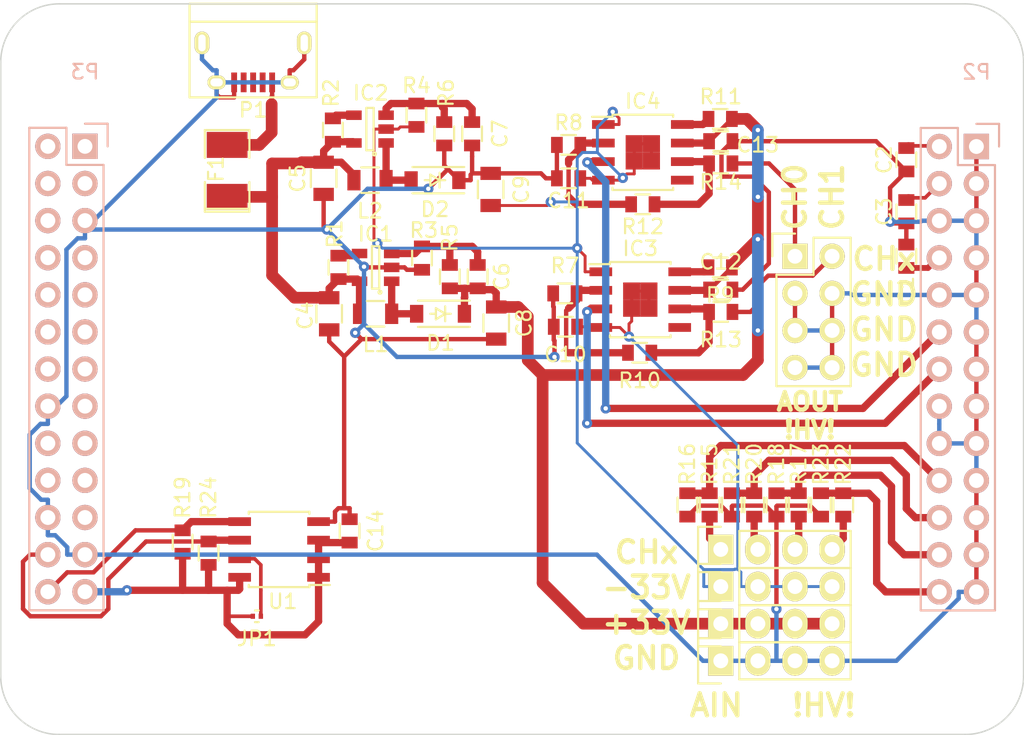
<source format=kicad_pcb>
(kicad_pcb (version 20171130) (host pcbnew "(5.1.12)-1")

  (general
    (thickness 1.6)
    (drawings 34)
    (tracks 492)
    (zones 0)
    (modules 57)
    (nets 37)
  )

  (page A3)
  (layers
    (0 F.Cu power)
    (31 B.Cu signal)
    (34 B.Paste user hide)
    (35 F.Paste user hide)
    (36 B.SilkS user hide)
    (37 F.SilkS user hide)
    (38 B.Mask user hide)
    (39 F.Mask user hide)
    (41 Cmts.User user hide)
    (44 Edge.Cuts user)
  )

  (setup
    (last_trace_width 0.2)
    (user_trace_width 0.2)
    (user_trace_width 0.25)
    (user_trace_width 0.3)
    (user_trace_width 0.4)
    (user_trace_width 0.5)
    (user_trace_width 0.6)
    (user_trace_width 0.8)
    (user_trace_width 1)
    (trace_clearance 0.2)
    (zone_clearance 0.3)
    (zone_45_only no)
    (trace_min 0.19)
    (via_size 0.7)
    (via_drill 0.3)
    (via_min_size 0.7)
    (via_min_drill 0.3)
    (uvia_size 0.508)
    (uvia_drill 0.127)
    (uvias_allowed no)
    (uvia_min_size 0.508)
    (uvia_min_drill 0.127)
    (edge_width 0.1)
    (segment_width 0.2)
    (pcb_text_width 0.3)
    (pcb_text_size 1.5 1.5)
    (mod_edge_width 0.15)
    (mod_text_size 0.6 0.6)
    (mod_text_width 0.15)
    (pad_size 2.032 1.7272)
    (pad_drill 1.016)
    (pad_to_mask_clearance 0)
    (aux_axis_origin 69.71822 81.2392)
    (grid_origin 90.8815 50.39852)
    (visible_elements 7FFFFFFF)
    (pcbplotparams
      (layerselection 0x010fc_80000001)
      (usegerberextensions false)
      (usegerberattributes true)
      (usegerberadvancedattributes true)
      (creategerberjobfile true)
      (excludeedgelayer true)
      (linewidth 0.150000)
      (plotframeref false)
      (viasonmask false)
      (mode 1)
      (useauxorigin false)
      (hpglpennumber 1)
      (hpglpenspeed 20)
      (hpglpendiameter 15.000000)
      (psnegative false)
      (psa4output false)
      (plotreference true)
      (plotvalue true)
      (plotinvisibletext false)
      (padsonsilk false)
      (subtractmaskfromsilk false)
      (outputformat 1)
      (mirror false)
      (drillshape 0)
      (scaleselection 1)
      (outputdirectory "manuf"))
  )

  (net 0 "")
  (net 1 ANALOG_POS)
  (net 2 ANALOG_NEG)
  (net 3 GND)
  (net 4 VREF_EXT)
  (net 5 5V)
  (net 6 "Net-(C6-Pad1)")
  (net 7 +33V)
  (net 8 "Net-(C7-Pad1)")
  (net 9 -33V)
  (net 10 "Net-(D1-Pad2)")
  (net 11 "Net-(D2-Pad2)")
  (net 12 "Net-(IC1-Pad4)")
  (net 13 "Net-(IC2-Pad4)")
  (net 14 "Net-(IC3-Pad2)")
  (net 15 "/Box0 Interface/AOUT0.1")
  (net 16 "Net-(IC3-Pad6)")
  (net 17 "Net-(IC3-Pad8)")
  (net 18 "Net-(IC4-Pad2)")
  (net 19 "/Box0 Interface/AOUT0.0")
  (net 20 "Net-(IC4-Pad6)")
  (net 21 "Net-(IC4-Pad8)")
  (net 22 DIGITAL_EXT)
  (net 23 "Net-(JP1-Pad2)")
  (net 24 "/Box0 Interface/AIN0.0")
  (net 25 "/Box0 Interface/AIN0.1")
  (net 26 "/Box0 Interface/AIN0.2")
  (net 27 "/Box0 Interface/AIN0.3")
  (net 28 "/Box0 Interface/I2C0.SCL")
  (net 29 "/Box0 Interface/I2C0.SDA")
  (net 30 "Net-(P4-Pad1)")
  (net 31 "Net-(P4-Pad2)")
  (net 32 "Net-(P8-Pad1)")
  (net 33 "Net-(P8-Pad2)")
  (net 34 "Net-(P8-Pad3)")
  (net 35 "Net-(P8-Pad4)")
  (net 36 "Net-(F1-Pad2)")

  (net_class Default "This is the default net class."
    (clearance 0.2)
    (trace_width 0.2)
    (via_dia 0.7)
    (via_drill 0.3)
    (uvia_dia 0.508)
    (uvia_drill 0.127)
    (add_net +33V)
    (add_net -33V)
    (add_net "/Box0 Interface/AIN0.0")
    (add_net "/Box0 Interface/AIN0.1")
    (add_net "/Box0 Interface/AIN0.2")
    (add_net "/Box0 Interface/AIN0.3")
    (add_net "/Box0 Interface/AOUT0.0")
    (add_net "/Box0 Interface/AOUT0.1")
    (add_net "/Box0 Interface/I2C0.SCL")
    (add_net "/Box0 Interface/I2C0.SDA")
    (add_net 5V)
    (add_net DIGITAL_EXT)
    (add_net "Net-(C6-Pad1)")
    (add_net "Net-(C7-Pad1)")
    (add_net "Net-(D1-Pad2)")
    (add_net "Net-(D2-Pad2)")
    (add_net "Net-(F1-Pad2)")
    (add_net "Net-(IC1-Pad4)")
    (add_net "Net-(IC2-Pad4)")
    (add_net "Net-(IC3-Pad2)")
    (add_net "Net-(IC3-Pad6)")
    (add_net "Net-(IC3-Pad8)")
    (add_net "Net-(IC4-Pad2)")
    (add_net "Net-(IC4-Pad6)")
    (add_net "Net-(IC4-Pad8)")
    (add_net "Net-(JP1-Pad2)")
    (add_net "Net-(P4-Pad1)")
    (add_net "Net-(P4-Pad2)")
    (add_net "Net-(P8-Pad1)")
    (add_net "Net-(P8-Pad2)")
    (add_net "Net-(P8-Pad3)")
    (add_net "Net-(P8-Pad4)")
    (add_net VREF_EXT)
  )

  (net_class Analog ""
    (clearance 0.2)
    (trace_width 0.25)
    (via_dia 0.7)
    (via_drill 0.3)
    (uvia_dia 0.508)
    (uvia_drill 0.127)
  )

  (net_class AnalogIgnore ""
    (clearance 0.2)
    (trace_width 0.2)
    (via_dia 0.7)
    (via_drill 0.3)
    (uvia_dia 0.508)
    (uvia_drill 0.127)
  )

  (net_class Digital ""
    (clearance 0.2)
    (trace_width 0.2)
    (via_dia 0.7)
    (via_drill 0.3)
    (uvia_dia 0.508)
    (uvia_drill 0.127)
  )

  (net_class GND ""
    (clearance 0.2)
    (trace_width 0.3)
    (via_dia 0.7)
    (via_drill 0.3)
    (uvia_dia 0.508)
    (uvia_drill 0.127)
    (add_net GND)
  )

  (net_class power ""
    (clearance 0.2)
    (trace_width 0.5)
    (via_dia 0.7)
    (via_drill 0.3)
    (uvia_dia 0.508)
    (uvia_drill 0.127)
    (add_net ANALOG_NEG)
    (add_net ANALOG_POS)
  )

  (net_class tmp ""
    (clearance 0.2)
    (trace_width 0.2)
    (via_dia 0.7)
    (via_drill 0.3)
    (uvia_dia 0.508)
    (uvia_drill 0.127)
  )

  (module Capacitors_SMD:C_0201 (layer F.Cu) (tedit 5415D524) (tstamp 5856DEB9)
    (at 108.408 92.3085)
    (descr "Capacitor SMD 0201, reflow soldering, AVX (see smccp.pdf)")
    (tags "capacitor 0201")
    (path /553D8355/5856C65A)
    (attr smd)
    (fp_text reference JP1 (at 0 1.524) (layer F.SilkS)
      (effects (font (size 1 1) (thickness 0.15)))
    )
    (fp_text value Jumper_NO_Small (at 0 1.7) (layer F.Fab)
      (effects (font (size 1 1) (thickness 0.15)))
    )
    (fp_line (start -0.125 -0.4) (end 0.125 -0.4) (layer F.SilkS) (width 0.15))
    (fp_line (start 0.125 0.4) (end -0.125 0.4) (layer F.SilkS) (width 0.15))
    (fp_line (start 0.7 -0.55) (end 0.7 0.55) (layer F.CrtYd) (width 0.05))
    (fp_line (start -0.7 -0.55) (end -0.7 0.55) (layer F.CrtYd) (width 0.05))
    (fp_line (start -0.7 0.55) (end 0.7 0.55) (layer F.CrtYd) (width 0.05))
    (fp_line (start -0.7 -0.55) (end 0.7 -0.55) (layer F.CrtYd) (width 0.05))
    (pad 1 smd rect (at -0.275 0) (size 0.3 0.35) (layers F.Cu F.Paste F.Mask)
      (net 22 DIGITAL_EXT))
    (pad 2 smd rect (at 0.275 0) (size 0.3 0.35) (layers F.Cu F.Paste F.Mask)
      (net 23 "Net-(JP1-Pad2)"))
    (model Capacitors_SMD.3dshapes/C_0201.wrl
      (at (xyz 0 0 0))
      (scale (xyz 1 1 1))
      (rotate (xyz 0 0 0))
    )
  )

  (module rik_footprints:0603 (layer F.Cu) (tedit 5856A1F4) (tstamp 5856DEAE)
    (at 152.858 64.6225 270)
    (descr "Resistor SMD 0603, reflow soldering, Vishay (see dcrcw.pdf)")
    (tags "resistor 0603")
    (path /553D8355/55ECDC11)
    (attr smd)
    (fp_text reference C3 (at 0 1.524 270) (layer F.SilkS)
      (effects (font (size 1 1) (thickness 0.15)))
    )
    (fp_text value 100nF (at 0 1.9 270) (layer F.Fab)
      (effects (font (size 1 1) (thickness 0.15)))
    )
    (fp_line (start -0.5 -0.675) (end 0.5 -0.675) (layer F.SilkS) (width 0.15))
    (fp_line (start 0.5 0.675) (end -0.5 0.675) (layer F.SilkS) (width 0.15))
    (fp_line (start 1.5 -0.8) (end 1.5 0.8) (layer F.CrtYd) (width 0.05))
    (fp_line (start -1.5 -0.8) (end -1.5 0.8) (layer F.CrtYd) (width 0.05))
    (fp_line (start -1.5 0.8) (end 1.5 0.8) (layer F.CrtYd) (width 0.05))
    (fp_line (start -1.5 -0.8) (end 1.5 -0.8) (layer F.CrtYd) (width 0.05))
    (pad 1 smd rect (at -0.8 0 270) (size 0.8 1.1) (layers F.Cu F.Paste F.Mask)
      (net 2 ANALOG_NEG))
    (pad 2 smd rect (at 0.8 0 270) (size 0.8 1.1) (layers F.Cu F.Paste F.Mask)
      (net 3 GND))
    (model Resistors_SMD.3dshapes/R_0603.wrl
      (at (xyz 0 0 0))
      (scale (xyz 1 1 1))
      (rotate (xyz 0 0 0))
    )
  )

  (module rik_footprints:0603 (layer F.Cu) (tedit 5856A1F4) (tstamp 5856DEA3)
    (at 152.858 61.0665 270)
    (descr "Resistor SMD 0603, reflow soldering, Vishay (see dcrcw.pdf)")
    (tags "resistor 0603")
    (path /553D8355/55ECDAF7)
    (attr smd)
    (fp_text reference C2 (at 0 1.524 270) (layer F.SilkS)
      (effects (font (size 1 1) (thickness 0.15)))
    )
    (fp_text value 100nF (at 0 1.9 270) (layer F.Fab)
      (effects (font (size 1 1) (thickness 0.15)))
    )
    (fp_line (start -0.5 -0.675) (end 0.5 -0.675) (layer F.SilkS) (width 0.15))
    (fp_line (start 0.5 0.675) (end -0.5 0.675) (layer F.SilkS) (width 0.15))
    (fp_line (start 1.5 -0.8) (end 1.5 0.8) (layer F.CrtYd) (width 0.05))
    (fp_line (start -1.5 -0.8) (end -1.5 0.8) (layer F.CrtYd) (width 0.05))
    (fp_line (start -1.5 0.8) (end 1.5 0.8) (layer F.CrtYd) (width 0.05))
    (fp_line (start -1.5 -0.8) (end 1.5 -0.8) (layer F.CrtYd) (width 0.05))
    (pad 1 smd rect (at -0.8 0 270) (size 0.8 1.1) (layers F.Cu F.Paste F.Mask)
      (net 1 ANALOG_POS))
    (pad 2 smd rect (at 0.8 0 270) (size 0.8 1.1) (layers F.Cu F.Paste F.Mask)
      (net 3 GND))
    (model Resistors_SMD.3dshapes/R_0603.wrl
      (at (xyz 0 0 0))
      (scale (xyz 1 1 1))
      (rotate (xyz 0 0 0))
    )
  )

  (module rik_footprints:0603 (layer F.Cu) (tedit 5856A1F4) (tstamp 5856DE98)
    (at 152.858 67.6705 90)
    (descr "Resistor SMD 0603, reflow soldering, Vishay (see dcrcw.pdf)")
    (tags "resistor 0603")
    (path /553D8355/55F7FBFE)
    (attr smd)
    (fp_text reference C1 (at -2.324 0 90) (layer F.SilkS)
      (effects (font (size 1 1) (thickness 0.15)))
    )
    (fp_text value 100nF (at 0 1.9 90) (layer F.Fab)
      (effects (font (size 1 1) (thickness 0.15)))
    )
    (fp_line (start -0.5 -0.675) (end 0.5 -0.675) (layer F.SilkS) (width 0.15))
    (fp_line (start 0.5 0.675) (end -0.5 0.675) (layer F.SilkS) (width 0.15))
    (fp_line (start 1.5 -0.8) (end 1.5 0.8) (layer F.CrtYd) (width 0.05))
    (fp_line (start -1.5 -0.8) (end -1.5 0.8) (layer F.CrtYd) (width 0.05))
    (fp_line (start -1.5 0.8) (end 1.5 0.8) (layer F.CrtYd) (width 0.05))
    (fp_line (start -1.5 -0.8) (end 1.5 -0.8) (layer F.CrtYd) (width 0.05))
    (pad 1 smd rect (at -0.8 0 90) (size 0.8 1.1) (layers F.Cu F.Paste F.Mask)
      (net 4 VREF_EXT))
    (pad 2 smd rect (at 0.8 0 90) (size 0.8 1.1) (layers F.Cu F.Paste F.Mask)
      (net 3 GND))
    (model Resistors_SMD.3dshapes/R_0603.wrl
      (at (xyz 0 0 0))
      (scale (xyz 1 1 1))
      (rotate (xyz 0 0 0))
    )
  )

  (module Housings_SOIC:SOIC-8_3.9x4.9mm_Pitch1.27mm (layer F.Cu) (tedit 54130A77) (tstamp 5856BFD4)
    (at 109.932 87.7365 180)
    (descr "8-Lead Plastic Small Outline (SN) - Narrow, 3.90 mm Body [SOIC] (see Microchip Packaging Specification 00000049BS.pdf)")
    (tags "SOIC 1.27")
    (path /553D8355/5856B5EA)
    (attr smd)
    (fp_text reference U1 (at -0.254 -3.556 180) (layer F.SilkS)
      (effects (font (size 1 1) (thickness 0.15)))
    )
    (fp_text value 24C16 (at 0 3.5 180) (layer F.Fab)
      (effects (font (size 1 1) (thickness 0.15)))
    )
    (fp_line (start -2.075 -2.43) (end -3.475 -2.43) (layer F.SilkS) (width 0.15))
    (fp_line (start -2.075 2.575) (end 2.075 2.575) (layer F.SilkS) (width 0.15))
    (fp_line (start -2.075 -2.575) (end 2.075 -2.575) (layer F.SilkS) (width 0.15))
    (fp_line (start -2.075 2.575) (end -2.075 2.43) (layer F.SilkS) (width 0.15))
    (fp_line (start 2.075 2.575) (end 2.075 2.43) (layer F.SilkS) (width 0.15))
    (fp_line (start 2.075 -2.575) (end 2.075 -2.43) (layer F.SilkS) (width 0.15))
    (fp_line (start -2.075 -2.575) (end -2.075 -2.43) (layer F.SilkS) (width 0.15))
    (fp_line (start -3.75 2.75) (end 3.75 2.75) (layer F.CrtYd) (width 0.05))
    (fp_line (start -3.75 -2.75) (end 3.75 -2.75) (layer F.CrtYd) (width 0.05))
    (fp_line (start 3.75 -2.75) (end 3.75 2.75) (layer F.CrtYd) (width 0.05))
    (fp_line (start -3.75 -2.75) (end -3.75 2.75) (layer F.CrtYd) (width 0.05))
    (pad 1 smd rect (at -2.7 -1.905 180) (size 1.55 0.6) (layers F.Cu F.Paste F.Mask)
      (net 22 DIGITAL_EXT))
    (pad 2 smd rect (at -2.7 -0.635 180) (size 1.55 0.6) (layers F.Cu F.Paste F.Mask)
      (net 22 DIGITAL_EXT))
    (pad 3 smd rect (at -2.7 0.635 180) (size 1.55 0.6) (layers F.Cu F.Paste F.Mask)
      (net 22 DIGITAL_EXT))
    (pad 4 smd rect (at -2.7 1.905 180) (size 1.55 0.6) (layers F.Cu F.Paste F.Mask)
      (net 3 GND))
    (pad 5 smd rect (at 2.7 1.905 180) (size 1.55 0.6) (layers F.Cu F.Paste F.Mask)
      (net 29 "/Box0 Interface/I2C0.SDA"))
    (pad 6 smd rect (at 2.7 0.635 180) (size 1.55 0.6) (layers F.Cu F.Paste F.Mask)
      (net 28 "/Box0 Interface/I2C0.SCL"))
    (pad 7 smd rect (at 2.7 -0.635 180) (size 1.55 0.6) (layers F.Cu F.Paste F.Mask)
      (net 23 "Net-(JP1-Pad2)"))
    (pad 8 smd rect (at 2.7 -1.905 180) (size 1.55 0.6) (layers F.Cu F.Paste F.Mask)
      (net 22 DIGITAL_EXT))
    (model Housings_SOIC.3dshapes/SOIC-8_3.9x4.9mm_Pitch1.27mm.wrl
      (at (xyz 0 0 0))
      (scale (xyz 1 1 1))
      (rotate (xyz 0 0 0))
    )
  )

  (module rik_footprints:0603 (layer F.Cu) (tedit 5856A1F4) (tstamp 5856BFBD)
    (at 105.106 87.9905 90)
    (descr "Resistor SMD 0603, reflow soldering, Vishay (see dcrcw.pdf)")
    (tags "resistor 0603")
    (path /553D8355/5856B582)
    (attr smd)
    (fp_text reference R24 (at 3.81 0 90) (layer F.SilkS)
      (effects (font (size 1 1) (thickness 0.15)))
    )
    (fp_text value 4.7K (at 0 1.9 90) (layer F.Fab)
      (effects (font (size 1 1) (thickness 0.15)))
    )
    (fp_line (start -0.5 -0.675) (end 0.5 -0.675) (layer F.SilkS) (width 0.15))
    (fp_line (start 0.5 0.675) (end -0.5 0.675) (layer F.SilkS) (width 0.15))
    (fp_line (start 1.5 -0.8) (end 1.5 0.8) (layer F.CrtYd) (width 0.05))
    (fp_line (start -1.5 -0.8) (end -1.5 0.8) (layer F.CrtYd) (width 0.05))
    (fp_line (start -1.5 0.8) (end 1.5 0.8) (layer F.CrtYd) (width 0.05))
    (fp_line (start -1.5 -0.8) (end 1.5 -0.8) (layer F.CrtYd) (width 0.05))
    (pad 1 smd rect (at -0.8 0 90) (size 0.8 1.1) (layers F.Cu F.Paste F.Mask)
      (net 22 DIGITAL_EXT))
    (pad 2 smd rect (at 0.8 0 90) (size 0.8 1.1) (layers F.Cu F.Paste F.Mask)
      (net 28 "/Box0 Interface/I2C0.SCL"))
    (model Resistors_SMD.3dshapes/R_0603.wrl
      (at (xyz 0 0 0))
      (scale (xyz 1 1 1))
      (rotate (xyz 0 0 0))
    )
  )

  (module rik_footprints:0603 (layer F.Cu) (tedit 5856A1F4) (tstamp 5856BFB1)
    (at 147.016 84.6885 90)
    (descr "Resistor SMD 0603, reflow soldering, Vishay (see dcrcw.pdf)")
    (tags "resistor 0603")
    (path /553D8355/58569F9B)
    (attr smd)
    (fp_text reference R23 (at 2.794 0 90) (layer F.SilkS)
      (effects (font (size 1 1) (thickness 0.15)))
    )
    (fp_text value 10K (at 0 1.9 90) (layer F.Fab)
      (effects (font (size 1 1) (thickness 0.15)))
    )
    (fp_line (start -0.5 -0.675) (end 0.5 -0.675) (layer F.SilkS) (width 0.15))
    (fp_line (start 0.5 0.675) (end -0.5 0.675) (layer F.SilkS) (width 0.15))
    (fp_line (start 1.5 -0.8) (end 1.5 0.8) (layer F.CrtYd) (width 0.05))
    (fp_line (start -1.5 -0.8) (end -1.5 0.8) (layer F.CrtYd) (width 0.05))
    (fp_line (start -1.5 0.8) (end 1.5 0.8) (layer F.CrtYd) (width 0.05))
    (fp_line (start -1.5 -0.8) (end 1.5 -0.8) (layer F.CrtYd) (width 0.05))
    (pad 1 smd rect (at -0.8 0 90) (size 0.8 1.1) (layers F.Cu F.Paste F.Mask)
      (net 3 GND))
    (pad 2 smd rect (at 0.8 0 90) (size 0.8 1.1) (layers F.Cu F.Paste F.Mask)
      (net 27 "/Box0 Interface/AIN0.3"))
    (model Resistors_SMD.3dshapes/R_0603.wrl
      (at (xyz 0 0 0))
      (scale (xyz 1 1 1))
      (rotate (xyz 0 0 0))
    )
  )

  (module rik_footprints:0603 (layer F.Cu) (tedit 5856A1F4) (tstamp 5856BFA5)
    (at 148.54 84.6885 270)
    (descr "Resistor SMD 0603, reflow soldering, Vishay (see dcrcw.pdf)")
    (tags "resistor 0603")
    (path /553D8355/58569F95)
    (attr smd)
    (fp_text reference R22 (at -2.794 0 270) (layer F.SilkS)
      (effects (font (size 1 1) (thickness 0.15)))
    )
    (fp_text value 91K (at 0 1.9 270) (layer F.Fab)
      (effects (font (size 1 1) (thickness 0.15)))
    )
    (fp_line (start -0.5 -0.675) (end 0.5 -0.675) (layer F.SilkS) (width 0.15))
    (fp_line (start 0.5 0.675) (end -0.5 0.675) (layer F.SilkS) (width 0.15))
    (fp_line (start 1.5 -0.8) (end 1.5 0.8) (layer F.CrtYd) (width 0.05))
    (fp_line (start -1.5 -0.8) (end -1.5 0.8) (layer F.CrtYd) (width 0.05))
    (fp_line (start -1.5 0.8) (end 1.5 0.8) (layer F.CrtYd) (width 0.05))
    (fp_line (start -1.5 -0.8) (end 1.5 -0.8) (layer F.CrtYd) (width 0.05))
    (pad 1 smd rect (at -0.8 0 270) (size 0.8 1.1) (layers F.Cu F.Paste F.Mask)
      (net 27 "/Box0 Interface/AIN0.3"))
    (pad 2 smd rect (at 0.8 0 270) (size 0.8 1.1) (layers F.Cu F.Paste F.Mask)
      (net 35 "Net-(P8-Pad4)"))
    (model Resistors_SMD.3dshapes/R_0603.wrl
      (at (xyz 0 0 0))
      (scale (xyz 1 1 1))
      (rotate (xyz 0 0 0))
    )
  )

  (module rik_footprints:0603 (layer F.Cu) (tedit 5856A1F4) (tstamp 5856BF99)
    (at 140.92 84.6885 90)
    (descr "Resistor SMD 0603, reflow soldering, Vishay (see dcrcw.pdf)")
    (tags "resistor 0603")
    (path /553D8355/58569E19)
    (attr smd)
    (fp_text reference R21 (at 2.794 0 90) (layer F.SilkS)
      (effects (font (size 1 1) (thickness 0.15)))
    )
    (fp_text value 10K (at 0 1.9 90) (layer F.Fab)
      (effects (font (size 1 1) (thickness 0.15)))
    )
    (fp_line (start -0.5 -0.675) (end 0.5 -0.675) (layer F.SilkS) (width 0.15))
    (fp_line (start 0.5 0.675) (end -0.5 0.675) (layer F.SilkS) (width 0.15))
    (fp_line (start 1.5 -0.8) (end 1.5 0.8) (layer F.CrtYd) (width 0.05))
    (fp_line (start -1.5 -0.8) (end -1.5 0.8) (layer F.CrtYd) (width 0.05))
    (fp_line (start -1.5 0.8) (end 1.5 0.8) (layer F.CrtYd) (width 0.05))
    (fp_line (start -1.5 -0.8) (end 1.5 -0.8) (layer F.CrtYd) (width 0.05))
    (pad 1 smd rect (at -0.8 0 90) (size 0.8 1.1) (layers F.Cu F.Paste F.Mask)
      (net 3 GND))
    (pad 2 smd rect (at 0.8 0 90) (size 0.8 1.1) (layers F.Cu F.Paste F.Mask)
      (net 25 "/Box0 Interface/AIN0.1"))
    (model Resistors_SMD.3dshapes/R_0603.wrl
      (at (xyz 0 0 0))
      (scale (xyz 1 1 1))
      (rotate (xyz 0 0 0))
    )
  )

  (module rik_footprints:0603 (layer F.Cu) (tedit 5856A1F4) (tstamp 5856BF8D)
    (at 142.444 84.6885 270)
    (descr "Resistor SMD 0603, reflow soldering, Vishay (see dcrcw.pdf)")
    (tags "resistor 0603")
    (path /553D8355/58569E13)
    (attr smd)
    (fp_text reference R20 (at -2.794 0 270) (layer F.SilkS)
      (effects (font (size 1 1) (thickness 0.15)))
    )
    (fp_text value 91K (at 0 1.9 270) (layer F.Fab)
      (effects (font (size 1 1) (thickness 0.15)))
    )
    (fp_line (start -0.5 -0.675) (end 0.5 -0.675) (layer F.SilkS) (width 0.15))
    (fp_line (start 0.5 0.675) (end -0.5 0.675) (layer F.SilkS) (width 0.15))
    (fp_line (start 1.5 -0.8) (end 1.5 0.8) (layer F.CrtYd) (width 0.05))
    (fp_line (start -1.5 -0.8) (end -1.5 0.8) (layer F.CrtYd) (width 0.05))
    (fp_line (start -1.5 0.8) (end 1.5 0.8) (layer F.CrtYd) (width 0.05))
    (fp_line (start -1.5 -0.8) (end 1.5 -0.8) (layer F.CrtYd) (width 0.05))
    (pad 1 smd rect (at -0.8 0 270) (size 0.8 1.1) (layers F.Cu F.Paste F.Mask)
      (net 25 "/Box0 Interface/AIN0.1"))
    (pad 2 smd rect (at 0.8 0 270) (size 0.8 1.1) (layers F.Cu F.Paste F.Mask)
      (net 33 "Net-(P8-Pad2)"))
    (model Resistors_SMD.3dshapes/R_0603.wrl
      (at (xyz 0 0 0))
      (scale (xyz 1 1 1))
      (rotate (xyz 0 0 0))
    )
  )

  (module rik_footprints:0603 (layer F.Cu) (tedit 5856A1F4) (tstamp 5856BF81)
    (at 103.328 87.2285 90)
    (descr "Resistor SMD 0603, reflow soldering, Vishay (see dcrcw.pdf)")
    (tags "resistor 0603")
    (path /553D8355/5856B321)
    (attr smd)
    (fp_text reference R19 (at 3.048 0 90) (layer F.SilkS)
      (effects (font (size 1 1) (thickness 0.15)))
    )
    (fp_text value 4.7K (at 0 1.9 90) (layer F.Fab)
      (effects (font (size 1 1) (thickness 0.15)))
    )
    (fp_line (start -0.5 -0.675) (end 0.5 -0.675) (layer F.SilkS) (width 0.15))
    (fp_line (start 0.5 0.675) (end -0.5 0.675) (layer F.SilkS) (width 0.15))
    (fp_line (start 1.5 -0.8) (end 1.5 0.8) (layer F.CrtYd) (width 0.05))
    (fp_line (start -1.5 -0.8) (end -1.5 0.8) (layer F.CrtYd) (width 0.05))
    (fp_line (start -1.5 0.8) (end 1.5 0.8) (layer F.CrtYd) (width 0.05))
    (fp_line (start -1.5 -0.8) (end 1.5 -0.8) (layer F.CrtYd) (width 0.05))
    (pad 1 smd rect (at -0.8 0 90) (size 0.8 1.1) (layers F.Cu F.Paste F.Mask)
      (net 22 DIGITAL_EXT))
    (pad 2 smd rect (at 0.8 0 90) (size 0.8 1.1) (layers F.Cu F.Paste F.Mask)
      (net 29 "/Box0 Interface/I2C0.SDA"))
    (model Resistors_SMD.3dshapes/R_0603.wrl
      (at (xyz 0 0 0))
      (scale (xyz 1 1 1))
      (rotate (xyz 0 0 0))
    )
  )

  (module rik_footprints:0603 (layer F.Cu) (tedit 5856A1F4) (tstamp 5856BF75)
    (at 143.968 84.6885 90)
    (descr "Resistor SMD 0603, reflow soldering, Vishay (see dcrcw.pdf)")
    (tags "resistor 0603")
    (path /553D8355/58569F82)
    (attr smd)
    (fp_text reference R18 (at 2.794 0 90) (layer F.SilkS)
      (effects (font (size 1 1) (thickness 0.15)))
    )
    (fp_text value 10K (at 0 1.9 90) (layer F.Fab)
      (effects (font (size 1 1) (thickness 0.15)))
    )
    (fp_line (start -0.5 -0.675) (end 0.5 -0.675) (layer F.SilkS) (width 0.15))
    (fp_line (start 0.5 0.675) (end -0.5 0.675) (layer F.SilkS) (width 0.15))
    (fp_line (start 1.5 -0.8) (end 1.5 0.8) (layer F.CrtYd) (width 0.05))
    (fp_line (start -1.5 -0.8) (end -1.5 0.8) (layer F.CrtYd) (width 0.05))
    (fp_line (start -1.5 0.8) (end 1.5 0.8) (layer F.CrtYd) (width 0.05))
    (fp_line (start -1.5 -0.8) (end 1.5 -0.8) (layer F.CrtYd) (width 0.05))
    (pad 1 smd rect (at -0.8 0 90) (size 0.8 1.1) (layers F.Cu F.Paste F.Mask)
      (net 3 GND))
    (pad 2 smd rect (at 0.8 0 90) (size 0.8 1.1) (layers F.Cu F.Paste F.Mask)
      (net 26 "/Box0 Interface/AIN0.2"))
    (model Resistors_SMD.3dshapes/R_0603.wrl
      (at (xyz 0 0 0))
      (scale (xyz 1 1 1))
      (rotate (xyz 0 0 0))
    )
  )

  (module rik_footprints:0603 (layer F.Cu) (tedit 5856A1F4) (tstamp 5856BF69)
    (at 145.492 84.6885 270)
    (descr "Resistor SMD 0603, reflow soldering, Vishay (see dcrcw.pdf)")
    (tags "resistor 0603")
    (path /553D8355/58569F7C)
    (attr smd)
    (fp_text reference R17 (at -2.794 0 270) (layer F.SilkS)
      (effects (font (size 1 1) (thickness 0.15)))
    )
    (fp_text value 91K (at 0 1.9 270) (layer F.Fab)
      (effects (font (size 1 1) (thickness 0.15)))
    )
    (fp_line (start -0.5 -0.675) (end 0.5 -0.675) (layer F.SilkS) (width 0.15))
    (fp_line (start 0.5 0.675) (end -0.5 0.675) (layer F.SilkS) (width 0.15))
    (fp_line (start 1.5 -0.8) (end 1.5 0.8) (layer F.CrtYd) (width 0.05))
    (fp_line (start -1.5 -0.8) (end -1.5 0.8) (layer F.CrtYd) (width 0.05))
    (fp_line (start -1.5 0.8) (end 1.5 0.8) (layer F.CrtYd) (width 0.05))
    (fp_line (start -1.5 -0.8) (end 1.5 -0.8) (layer F.CrtYd) (width 0.05))
    (pad 1 smd rect (at -0.8 0 270) (size 0.8 1.1) (layers F.Cu F.Paste F.Mask)
      (net 26 "/Box0 Interface/AIN0.2"))
    (pad 2 smd rect (at 0.8 0 270) (size 0.8 1.1) (layers F.Cu F.Paste F.Mask)
      (net 34 "Net-(P8-Pad3)"))
    (model Resistors_SMD.3dshapes/R_0603.wrl
      (at (xyz 0 0 0))
      (scale (xyz 1 1 1))
      (rotate (xyz 0 0 0))
    )
  )

  (module rik_footprints:0603 (layer F.Cu) (tedit 5856A1F4) (tstamp 5856BF5D)
    (at 137.872 84.6885 90)
    (descr "Resistor SMD 0603, reflow soldering, Vishay (see dcrcw.pdf)")
    (tags "resistor 0603")
    (path /553D8355/5856952C)
    (attr smd)
    (fp_text reference R16 (at 2.794 0 90) (layer F.SilkS)
      (effects (font (size 1 1) (thickness 0.15)))
    )
    (fp_text value 10K (at 0 1.9 90) (layer F.Fab)
      (effects (font (size 1 1) (thickness 0.15)))
    )
    (fp_line (start -0.5 -0.675) (end 0.5 -0.675) (layer F.SilkS) (width 0.15))
    (fp_line (start 0.5 0.675) (end -0.5 0.675) (layer F.SilkS) (width 0.15))
    (fp_line (start 1.5 -0.8) (end 1.5 0.8) (layer F.CrtYd) (width 0.05))
    (fp_line (start -1.5 -0.8) (end -1.5 0.8) (layer F.CrtYd) (width 0.05))
    (fp_line (start -1.5 0.8) (end 1.5 0.8) (layer F.CrtYd) (width 0.05))
    (fp_line (start -1.5 -0.8) (end 1.5 -0.8) (layer F.CrtYd) (width 0.05))
    (pad 1 smd rect (at -0.8 0 90) (size 0.8 1.1) (layers F.Cu F.Paste F.Mask)
      (net 3 GND))
    (pad 2 smd rect (at 0.8 0 90) (size 0.8 1.1) (layers F.Cu F.Paste F.Mask)
      (net 24 "/Box0 Interface/AIN0.0"))
    (model Resistors_SMD.3dshapes/R_0603.wrl
      (at (xyz 0 0 0))
      (scale (xyz 1 1 1))
      (rotate (xyz 0 0 0))
    )
  )

  (module rik_footprints:0603 (layer F.Cu) (tedit 5856A1F4) (tstamp 5856BF51)
    (at 139.396 84.6885 270)
    (descr "Resistor SMD 0603, reflow soldering, Vishay (see dcrcw.pdf)")
    (tags "resistor 0603")
    (path /553D8355/585693E5)
    (attr smd)
    (fp_text reference R15 (at -2.794 0 270) (layer F.SilkS)
      (effects (font (size 1 1) (thickness 0.15)))
    )
    (fp_text value 91K (at 0 1.9 270) (layer F.Fab)
      (effects (font (size 1 1) (thickness 0.15)))
    )
    (fp_line (start -0.5 -0.675) (end 0.5 -0.675) (layer F.SilkS) (width 0.15))
    (fp_line (start 0.5 0.675) (end -0.5 0.675) (layer F.SilkS) (width 0.15))
    (fp_line (start 1.5 -0.8) (end 1.5 0.8) (layer F.CrtYd) (width 0.05))
    (fp_line (start -1.5 -0.8) (end -1.5 0.8) (layer F.CrtYd) (width 0.05))
    (fp_line (start -1.5 0.8) (end 1.5 0.8) (layer F.CrtYd) (width 0.05))
    (fp_line (start -1.5 -0.8) (end 1.5 -0.8) (layer F.CrtYd) (width 0.05))
    (pad 1 smd rect (at -0.8 0 270) (size 0.8 1.1) (layers F.Cu F.Paste F.Mask)
      (net 24 "/Box0 Interface/AIN0.0"))
    (pad 2 smd rect (at 0.8 0 270) (size 0.8 1.1) (layers F.Cu F.Paste F.Mask)
      (net 32 "Net-(P8-Pad1)"))
    (model Resistors_SMD.3dshapes/R_0603.wrl
      (at (xyz 0 0 0))
      (scale (xyz 1 1 1))
      (rotate (xyz 0 0 0))
    )
  )

  (module rik_footprints:0603 (layer F.Cu) (tedit 5856A1F4) (tstamp 5856BF45)
    (at 140.158 61.3205 180)
    (descr "Resistor SMD 0603, reflow soldering, Vishay (see dcrcw.pdf)")
    (tags "resistor 0603")
    (path /553D8355/585682B7)
    (attr smd)
    (fp_text reference R14 (at 0 -1.27 180) (layer F.SilkS)
      (effects (font (size 1 1) (thickness 0.15)))
    )
    (fp_text value 10R (at 0 1.9 180) (layer F.Fab)
      (effects (font (size 1 1) (thickness 0.15)))
    )
    (fp_line (start -0.5 -0.675) (end 0.5 -0.675) (layer F.SilkS) (width 0.15))
    (fp_line (start 0.5 0.675) (end -0.5 0.675) (layer F.SilkS) (width 0.15))
    (fp_line (start 1.5 -0.8) (end 1.5 0.8) (layer F.CrtYd) (width 0.05))
    (fp_line (start -1.5 -0.8) (end -1.5 0.8) (layer F.CrtYd) (width 0.05))
    (fp_line (start -1.5 0.8) (end 1.5 0.8) (layer F.CrtYd) (width 0.05))
    (fp_line (start -1.5 -0.8) (end 1.5 -0.8) (layer F.CrtYd) (width 0.05))
    (pad 1 smd rect (at -0.8 0 180) (size 0.8 1.1) (layers F.Cu F.Paste F.Mask)
      (net 30 "Net-(P4-Pad1)"))
    (pad 2 smd rect (at 0.8 0 180) (size 0.8 1.1) (layers F.Cu F.Paste F.Mask)
      (net 20 "Net-(IC4-Pad6)"))
    (model Resistors_SMD.3dshapes/R_0603.wrl
      (at (xyz 0 0 0))
      (scale (xyz 1 1 1))
      (rotate (xyz 0 0 0))
    )
  )

  (module rik_footprints:0603 (layer F.Cu) (tedit 5856A1F4) (tstamp 5856BF39)
    (at 140.158 71.4805 180)
    (descr "Resistor SMD 0603, reflow soldering, Vishay (see dcrcw.pdf)")
    (tags "resistor 0603")
    (path /553D8355/58568CE9)
    (attr smd)
    (fp_text reference R13 (at 0 -1.9 180) (layer F.SilkS)
      (effects (font (size 1 1) (thickness 0.15)))
    )
    (fp_text value 10R (at 0 1.9 180) (layer F.Fab)
      (effects (font (size 1 1) (thickness 0.15)))
    )
    (fp_line (start -0.5 -0.675) (end 0.5 -0.675) (layer F.SilkS) (width 0.15))
    (fp_line (start 0.5 0.675) (end -0.5 0.675) (layer F.SilkS) (width 0.15))
    (fp_line (start 1.5 -0.8) (end 1.5 0.8) (layer F.CrtYd) (width 0.05))
    (fp_line (start -1.5 -0.8) (end -1.5 0.8) (layer F.CrtYd) (width 0.05))
    (fp_line (start -1.5 0.8) (end 1.5 0.8) (layer F.CrtYd) (width 0.05))
    (fp_line (start -1.5 -0.8) (end 1.5 -0.8) (layer F.CrtYd) (width 0.05))
    (pad 1 smd rect (at -0.8 0 180) (size 0.8 1.1) (layers F.Cu F.Paste F.Mask)
      (net 31 "Net-(P4-Pad2)"))
    (pad 2 smd rect (at 0.8 0 180) (size 0.8 1.1) (layers F.Cu F.Paste F.Mask)
      (net 16 "Net-(IC3-Pad6)"))
    (model Resistors_SMD.3dshapes/R_0603.wrl
      (at (xyz 0 0 0))
      (scale (xyz 1 1 1))
      (rotate (xyz 0 0 0))
    )
  )

  (module rik_footprints:0603 (layer F.Cu) (tedit 5856A1F4) (tstamp 5856BF2D)
    (at 134.824 64.1145 180)
    (descr "Resistor SMD 0603, reflow soldering, Vishay (see dcrcw.pdf)")
    (tags "resistor 0603")
    (path /553D8355/58567E81)
    (attr smd)
    (fp_text reference R12 (at 0 -1.524 180) (layer F.SilkS)
      (effects (font (size 1 1) (thickness 0.15)))
    )
    (fp_text value 91K (at 0 1.9 180) (layer F.Fab)
      (effects (font (size 1 1) (thickness 0.15)))
    )
    (fp_line (start -0.5 -0.675) (end 0.5 -0.675) (layer F.SilkS) (width 0.15))
    (fp_line (start 0.5 0.675) (end -0.5 0.675) (layer F.SilkS) (width 0.15))
    (fp_line (start 1.5 -0.8) (end 1.5 0.8) (layer F.CrtYd) (width 0.05))
    (fp_line (start -1.5 -0.8) (end -1.5 0.8) (layer F.CrtYd) (width 0.05))
    (fp_line (start -1.5 0.8) (end 1.5 0.8) (layer F.CrtYd) (width 0.05))
    (fp_line (start -1.5 -0.8) (end 1.5 -0.8) (layer F.CrtYd) (width 0.05))
    (pad 1 smd rect (at -0.8 0 180) (size 0.8 1.1) (layers F.Cu F.Paste F.Mask)
      (net 20 "Net-(IC4-Pad6)"))
    (pad 2 smd rect (at 0.8 0 180) (size 0.8 1.1) (layers F.Cu F.Paste F.Mask)
      (net 18 "Net-(IC4-Pad2)"))
    (model Resistors_SMD.3dshapes/R_0603.wrl
      (at (xyz 0 0 0))
      (scale (xyz 1 1 1))
      (rotate (xyz 0 0 0))
    )
  )

  (module rik_footprints:0603 (layer F.Cu) (tedit 5856A1F4) (tstamp 5856BF21)
    (at 140.12 58.2725 180)
    (descr "Resistor SMD 0603, reflow soldering, Vishay (see dcrcw.pdf)")
    (tags "resistor 0603")
    (path /553D8355/5856794E)
    (attr smd)
    (fp_text reference R11 (at -0.038 1.524 180) (layer F.SilkS)
      (effects (font (size 1 1) (thickness 0.15)))
    )
    (fp_text value 1M (at 0 1.9 180) (layer F.Fab)
      (effects (font (size 1 1) (thickness 0.15)))
    )
    (fp_line (start -0.5 -0.675) (end 0.5 -0.675) (layer F.SilkS) (width 0.15))
    (fp_line (start 0.5 0.675) (end -0.5 0.675) (layer F.SilkS) (width 0.15))
    (fp_line (start 1.5 -0.8) (end 1.5 0.8) (layer F.CrtYd) (width 0.05))
    (fp_line (start -1.5 -0.8) (end -1.5 0.8) (layer F.CrtYd) (width 0.05))
    (fp_line (start -1.5 0.8) (end 1.5 0.8) (layer F.CrtYd) (width 0.05))
    (fp_line (start -1.5 -0.8) (end 1.5 -0.8) (layer F.CrtYd) (width 0.05))
    (pad 1 smd rect (at -0.8 0 180) (size 0.8 1.1) (layers F.Cu F.Paste F.Mask)
      (net 7 +33V))
    (pad 2 smd rect (at 0.8 0 180) (size 0.8 1.1) (layers F.Cu F.Paste F.Mask)
      (net 21 "Net-(IC4-Pad8)"))
    (model Resistors_SMD.3dshapes/R_0603.wrl
      (at (xyz 0 0 0))
      (scale (xyz 1 1 1))
      (rotate (xyz 0 0 0))
    )
  )

  (module rik_footprints:0603 (layer F.Cu) (tedit 5856A1F4) (tstamp 5856BF15)
    (at 134.608 74.2745 180)
    (descr "Resistor SMD 0603, reflow soldering, Vishay (see dcrcw.pdf)")
    (tags "resistor 0603")
    (path /553D8355/58568CD4)
    (attr smd)
    (fp_text reference R10 (at 0 -1.9 180) (layer F.SilkS)
      (effects (font (size 1 1) (thickness 0.15)))
    )
    (fp_text value 91K (at 0 1.9 180) (layer F.Fab)
      (effects (font (size 1 1) (thickness 0.15)))
    )
    (fp_line (start -0.5 -0.675) (end 0.5 -0.675) (layer F.SilkS) (width 0.15))
    (fp_line (start 0.5 0.675) (end -0.5 0.675) (layer F.SilkS) (width 0.15))
    (fp_line (start 1.5 -0.8) (end 1.5 0.8) (layer F.CrtYd) (width 0.05))
    (fp_line (start -1.5 -0.8) (end -1.5 0.8) (layer F.CrtYd) (width 0.05))
    (fp_line (start -1.5 0.8) (end 1.5 0.8) (layer F.CrtYd) (width 0.05))
    (fp_line (start -1.5 -0.8) (end 1.5 -0.8) (layer F.CrtYd) (width 0.05))
    (pad 1 smd rect (at -0.8 0 180) (size 0.8 1.1) (layers F.Cu F.Paste F.Mask)
      (net 16 "Net-(IC3-Pad6)"))
    (pad 2 smd rect (at 0.8 0 180) (size 0.8 1.1) (layers F.Cu F.Paste F.Mask)
      (net 14 "Net-(IC3-Pad2)"))
    (model Resistors_SMD.3dshapes/R_0603.wrl
      (at (xyz 0 0 0))
      (scale (xyz 1 1 1))
      (rotate (xyz 0 0 0))
    )
  )

  (module rik_footprints:0603 (layer F.Cu) (tedit 5856A1F4) (tstamp 5856BF09)
    (at 140.12 68.4325 180)
    (descr "Resistor SMD 0603, reflow soldering, Vishay (see dcrcw.pdf)")
    (tags "resistor 0603")
    (path /553D8355/58568CC3)
    (attr smd)
    (fp_text reference R9 (at 0 -1.9 180) (layer F.SilkS)
      (effects (font (size 1 1) (thickness 0.15)))
    )
    (fp_text value 1M (at 0 1.9 180) (layer F.Fab)
      (effects (font (size 1 1) (thickness 0.15)))
    )
    (fp_line (start -0.5 -0.675) (end 0.5 -0.675) (layer F.SilkS) (width 0.15))
    (fp_line (start 0.5 0.675) (end -0.5 0.675) (layer F.SilkS) (width 0.15))
    (fp_line (start 1.5 -0.8) (end 1.5 0.8) (layer F.CrtYd) (width 0.05))
    (fp_line (start -1.5 -0.8) (end -1.5 0.8) (layer F.CrtYd) (width 0.05))
    (fp_line (start -1.5 0.8) (end 1.5 0.8) (layer F.CrtYd) (width 0.05))
    (fp_line (start -1.5 -0.8) (end 1.5 -0.8) (layer F.CrtYd) (width 0.05))
    (pad 1 smd rect (at -0.8 0 180) (size 0.8 1.1) (layers F.Cu F.Paste F.Mask)
      (net 7 +33V))
    (pad 2 smd rect (at 0.8 0 180) (size 0.8 1.1) (layers F.Cu F.Paste F.Mask)
      (net 17 "Net-(IC3-Pad8)"))
    (model Resistors_SMD.3dshapes/R_0603.wrl
      (at (xyz 0 0 0))
      (scale (xyz 1 1 1))
      (rotate (xyz 0 0 0))
    )
  )

  (module rik_footprints:0603 (layer F.Cu) (tedit 5856A1F4) (tstamp 5856BEFD)
    (at 129.744 60.0505)
    (descr "Resistor SMD 0603, reflow soldering, Vishay (see dcrcw.pdf)")
    (tags "resistor 0603")
    (path /553D8355/58567F5C)
    (attr smd)
    (fp_text reference R8 (at 0 -1.524) (layer F.SilkS)
      (effects (font (size 1 1) (thickness 0.15)))
    )
    (fp_text value 10K (at 0 1.9) (layer F.Fab)
      (effects (font (size 1 1) (thickness 0.15)))
    )
    (fp_line (start -0.5 -0.675) (end 0.5 -0.675) (layer F.SilkS) (width 0.15))
    (fp_line (start 0.5 0.675) (end -0.5 0.675) (layer F.SilkS) (width 0.15))
    (fp_line (start 1.5 -0.8) (end 1.5 0.8) (layer F.CrtYd) (width 0.05))
    (fp_line (start -1.5 -0.8) (end -1.5 0.8) (layer F.CrtYd) (width 0.05))
    (fp_line (start -1.5 0.8) (end 1.5 0.8) (layer F.CrtYd) (width 0.05))
    (fp_line (start -1.5 -0.8) (end 1.5 -0.8) (layer F.CrtYd) (width 0.05))
    (pad 1 smd rect (at -0.8 0) (size 0.8 1.1) (layers F.Cu F.Paste F.Mask)
      (net 3 GND))
    (pad 2 smd rect (at 0.8 0) (size 0.8 1.1) (layers F.Cu F.Paste F.Mask)
      (net 18 "Net-(IC4-Pad2)"))
    (model Resistors_SMD.3dshapes/R_0603.wrl
      (at (xyz 0 0 0))
      (scale (xyz 1 1 1))
      (rotate (xyz 0 0 0))
    )
  )

  (module rik_footprints:0603 (layer F.Cu) (tedit 5856A1F4) (tstamp 5856BEF1)
    (at 129.49 70.2105)
    (descr "Resistor SMD 0603, reflow soldering, Vishay (see dcrcw.pdf)")
    (tags "resistor 0603")
    (path /553D8355/58568CDA)
    (attr smd)
    (fp_text reference R7 (at 0 -1.9) (layer F.SilkS)
      (effects (font (size 1 1) (thickness 0.15)))
    )
    (fp_text value 10K (at 0 1.9) (layer F.Fab)
      (effects (font (size 1 1) (thickness 0.15)))
    )
    (fp_line (start -0.5 -0.675) (end 0.5 -0.675) (layer F.SilkS) (width 0.15))
    (fp_line (start 0.5 0.675) (end -0.5 0.675) (layer F.SilkS) (width 0.15))
    (fp_line (start 1.5 -0.8) (end 1.5 0.8) (layer F.CrtYd) (width 0.05))
    (fp_line (start -1.5 -0.8) (end -1.5 0.8) (layer F.CrtYd) (width 0.05))
    (fp_line (start -1.5 0.8) (end 1.5 0.8) (layer F.CrtYd) (width 0.05))
    (fp_line (start -1.5 -0.8) (end 1.5 -0.8) (layer F.CrtYd) (width 0.05))
    (pad 1 smd rect (at -0.8 0) (size 0.8 1.1) (layers F.Cu F.Paste F.Mask)
      (net 3 GND))
    (pad 2 smd rect (at 0.8 0) (size 0.8 1.1) (layers F.Cu F.Paste F.Mask)
      (net 14 "Net-(IC3-Pad2)"))
    (model Resistors_SMD.3dshapes/R_0603.wrl
      (at (xyz 0 0 0))
      (scale (xyz 1 1 1))
      (rotate (xyz 0 0 0))
    )
  )

  (module rik_footprints:0603 (layer F.Cu) (tedit 5856A1F4) (tstamp 5856BEE5)
    (at 121.234 59.2885 270)
    (descr "Resistor SMD 0603, reflow soldering, Vishay (see dcrcw.pdf)")
    (tags "resistor 0603")
    (path /553D8355/5855AB83)
    (attr smd)
    (fp_text reference R6 (at -2.794 -0.127 270) (layer F.SilkS)
      (effects (font (size 1 1) (thickness 0.15)))
    )
    (fp_text value 309K (at 0 1.9 270) (layer F.Fab)
      (effects (font (size 1 1) (thickness 0.15)))
    )
    (fp_line (start -0.5 -0.675) (end 0.5 -0.675) (layer F.SilkS) (width 0.15))
    (fp_line (start 0.5 0.675) (end -0.5 0.675) (layer F.SilkS) (width 0.15))
    (fp_line (start 1.5 -0.8) (end 1.5 0.8) (layer F.CrtYd) (width 0.05))
    (fp_line (start -1.5 -0.8) (end -1.5 0.8) (layer F.CrtYd) (width 0.05))
    (fp_line (start -1.5 0.8) (end 1.5 0.8) (layer F.CrtYd) (width 0.05))
    (fp_line (start -1.5 -0.8) (end 1.5 -0.8) (layer F.CrtYd) (width 0.05))
    (pad 1 smd rect (at -0.8 0 270) (size 0.8 1.1) (layers F.Cu F.Paste F.Mask)
      (net 8 "Net-(C7-Pad1)"))
    (pad 2 smd rect (at 0.8 0 270) (size 0.8 1.1) (layers F.Cu F.Paste F.Mask)
      (net 3 GND))
    (model Resistors_SMD.3dshapes/R_0603.wrl
      (at (xyz 0 0 0))
      (scale (xyz 1 1 1))
      (rotate (xyz 0 0 0))
    )
  )

  (module rik_footprints:0603 (layer F.Cu) (tedit 5856A1F4) (tstamp 5856BED9)
    (at 121.616 69.0675 270)
    (descr "Resistor SMD 0603, reflow soldering, Vishay (see dcrcw.pdf)")
    (tags "resistor 0603")
    (path /553D8355/58559E6C)
    (attr smd)
    (fp_text reference R5 (at -2.667 0 270) (layer F.SilkS)
      (effects (font (size 1 1) (thickness 0.15)))
    )
    (fp_text value 309K (at 0 1.9 270) (layer F.Fab)
      (effects (font (size 1 1) (thickness 0.15)))
    )
    (fp_line (start -0.5 -0.675) (end 0.5 -0.675) (layer F.SilkS) (width 0.15))
    (fp_line (start 0.5 0.675) (end -0.5 0.675) (layer F.SilkS) (width 0.15))
    (fp_line (start 1.5 -0.8) (end 1.5 0.8) (layer F.CrtYd) (width 0.05))
    (fp_line (start -1.5 -0.8) (end -1.5 0.8) (layer F.CrtYd) (width 0.05))
    (fp_line (start -1.5 0.8) (end 1.5 0.8) (layer F.CrtYd) (width 0.05))
    (fp_line (start -1.5 -0.8) (end 1.5 -0.8) (layer F.CrtYd) (width 0.05))
    (pad 1 smd rect (at -0.8 0 270) (size 0.8 1.1) (layers F.Cu F.Paste F.Mask)
      (net 6 "Net-(C6-Pad1)"))
    (pad 2 smd rect (at 0.8 0 270) (size 0.8 1.1) (layers F.Cu F.Paste F.Mask)
      (net 7 +33V))
    (model Resistors_SMD.3dshapes/R_0603.wrl
      (at (xyz 0 0 0))
      (scale (xyz 1 1 1))
      (rotate (xyz 0 0 0))
    )
  )

  (module rik_footprints:0603 (layer F.Cu) (tedit 5856A1F4) (tstamp 5856BECD)
    (at 119.33 58.0185 270)
    (descr "Resistor SMD 0603, reflow soldering, Vishay (see dcrcw.pdf)")
    (tags "resistor 0603")
    (path /553D8355/5855AB8F)
    (attr smd)
    (fp_text reference R4 (at -2.032 0) (layer F.SilkS)
      (effects (font (size 1 1) (thickness 0.15)))
    )
    (fp_text value 12K (at 0 1.9 270) (layer F.Fab)
      (effects (font (size 1 1) (thickness 0.15)))
    )
    (fp_line (start -0.5 -0.675) (end 0.5 -0.675) (layer F.SilkS) (width 0.15))
    (fp_line (start 0.5 0.675) (end -0.5 0.675) (layer F.SilkS) (width 0.15))
    (fp_line (start 1.5 -0.8) (end 1.5 0.8) (layer F.CrtYd) (width 0.05))
    (fp_line (start -1.5 -0.8) (end -1.5 0.8) (layer F.CrtYd) (width 0.05))
    (fp_line (start -1.5 0.8) (end 1.5 0.8) (layer F.CrtYd) (width 0.05))
    (fp_line (start -1.5 -0.8) (end 1.5 -0.8) (layer F.CrtYd) (width 0.05))
    (pad 1 smd rect (at -0.8 0 270) (size 0.8 1.1) (layers F.Cu F.Paste F.Mask)
      (net 8 "Net-(C7-Pad1)"))
    (pad 2 smd rect (at 0.8 0 270) (size 0.8 1.1) (layers F.Cu F.Paste F.Mask)
      (net 9 -33V))
    (model Resistors_SMD.3dshapes/R_0603.wrl
      (at (xyz 0 0 0))
      (scale (xyz 1 1 1))
      (rotate (xyz 0 0 0))
    )
  )

  (module rik_footprints:0603 (layer F.Cu) (tedit 5856A1F4) (tstamp 5856BEC1)
    (at 119.71 67.7975 270)
    (descr "Resistor SMD 0603, reflow soldering, Vishay (see dcrcw.pdf)")
    (tags "resistor 0603")
    (path /553D8355/58559F3F)
    (attr smd)
    (fp_text reference R3 (at -1.905 -0.127) (layer F.SilkS)
      (effects (font (size 1 1) (thickness 0.15)))
    )
    (fp_text value 12K (at 0 1.9 270) (layer F.Fab)
      (effects (font (size 1 1) (thickness 0.15)))
    )
    (fp_line (start -0.5 -0.675) (end 0.5 -0.675) (layer F.SilkS) (width 0.15))
    (fp_line (start 0.5 0.675) (end -0.5 0.675) (layer F.SilkS) (width 0.15))
    (fp_line (start 1.5 -0.8) (end 1.5 0.8) (layer F.CrtYd) (width 0.05))
    (fp_line (start -1.5 -0.8) (end -1.5 0.8) (layer F.CrtYd) (width 0.05))
    (fp_line (start -1.5 0.8) (end 1.5 0.8) (layer F.CrtYd) (width 0.05))
    (fp_line (start -1.5 -0.8) (end 1.5 -0.8) (layer F.CrtYd) (width 0.05))
    (pad 1 smd rect (at -0.8 0 270) (size 0.8 1.1) (layers F.Cu F.Paste F.Mask)
      (net 6 "Net-(C6-Pad1)"))
    (pad 2 smd rect (at 0.8 0 270) (size 0.8 1.1) (layers F.Cu F.Paste F.Mask)
      (net 3 GND))
    (model Resistors_SMD.3dshapes/R_0603.wrl
      (at (xyz 0 0 0))
      (scale (xyz 1 1 1))
      (rotate (xyz 0 0 0))
    )
  )

  (module rik_footprints:0603 (layer F.Cu) (tedit 5856A1F4) (tstamp 5856BEB5)
    (at 113.614 59.0345 90)
    (descr "Resistor SMD 0603, reflow soldering, Vishay (see dcrcw.pdf)")
    (tags "resistor 0603")
    (path /553D8355/5855AB7D)
    (attr smd)
    (fp_text reference R2 (at 2.54 -0.127 90) (layer F.SilkS)
      (effects (font (size 1 1) (thickness 0.15)))
    )
    (fp_text value 47K (at 0 1.9 90) (layer F.Fab)
      (effects (font (size 1 1) (thickness 0.15)))
    )
    (fp_line (start -0.5 -0.675) (end 0.5 -0.675) (layer F.SilkS) (width 0.15))
    (fp_line (start 0.5 0.675) (end -0.5 0.675) (layer F.SilkS) (width 0.15))
    (fp_line (start 1.5 -0.8) (end 1.5 0.8) (layer F.CrtYd) (width 0.05))
    (fp_line (start -1.5 -0.8) (end -1.5 0.8) (layer F.CrtYd) (width 0.05))
    (fp_line (start -1.5 0.8) (end 1.5 0.8) (layer F.CrtYd) (width 0.05))
    (fp_line (start -1.5 -0.8) (end 1.5 -0.8) (layer F.CrtYd) (width 0.05))
    (pad 1 smd rect (at -0.8 0 90) (size 0.8 1.1) (layers F.Cu F.Paste F.Mask)
      (net 5 5V))
    (pad 2 smd rect (at 0.8 0 90) (size 0.8 1.1) (layers F.Cu F.Paste F.Mask)
      (net 13 "Net-(IC2-Pad4)"))
    (model Resistors_SMD.3dshapes/R_0603.wrl
      (at (xyz 0 0 0))
      (scale (xyz 1 1 1))
      (rotate (xyz 0 0 0))
    )
  )

  (module rik_footprints:0603 (layer F.Cu) (tedit 5856A1F4) (tstamp 5856BEA9)
    (at 113.996 68.4325 90)
    (descr "Resistor SMD 0603, reflow soldering, Vishay (see dcrcw.pdf)")
    (tags "resistor 0603")
    (path /553D8355/58559E23)
    (attr smd)
    (fp_text reference R1 (at 2.286 -0.254 90) (layer F.SilkS)
      (effects (font (size 1 1) (thickness 0.15)))
    )
    (fp_text value 47K (at 0 1.9 90) (layer F.Fab)
      (effects (font (size 1 1) (thickness 0.15)))
    )
    (fp_line (start -0.5 -0.675) (end 0.5 -0.675) (layer F.SilkS) (width 0.15))
    (fp_line (start 0.5 0.675) (end -0.5 0.675) (layer F.SilkS) (width 0.15))
    (fp_line (start 1.5 -0.8) (end 1.5 0.8) (layer F.CrtYd) (width 0.05))
    (fp_line (start -1.5 -0.8) (end -1.5 0.8) (layer F.CrtYd) (width 0.05))
    (fp_line (start -1.5 0.8) (end 1.5 0.8) (layer F.CrtYd) (width 0.05))
    (fp_line (start -1.5 -0.8) (end 1.5 -0.8) (layer F.CrtYd) (width 0.05))
    (pad 1 smd rect (at -0.8 0 90) (size 0.8 1.1) (layers F.Cu F.Paste F.Mask)
      (net 5 5V))
    (pad 2 smd rect (at 0.8 0 90) (size 0.8 1.1) (layers F.Cu F.Paste F.Mask)
      (net 12 "Net-(IC1-Pad4)"))
    (model Resistors_SMD.3dshapes/R_0603.wrl
      (at (xyz 0 0 0))
      (scale (xyz 1 1 1))
      (rotate (xyz 0 0 0))
    )
  )

  (module Pin_Headers:Pin_Header_Straight_1x04 (layer F.Cu) (tedit 58584150) (tstamp 5856BE9D)
    (at 140.158 87.7365 90)
    (descr "Through hole pin header")
    (tags "pin header")
    (path /553D8355/5856D254)
    (fp_text reference P8 (at -17.78 -2.286 90) (layer F.SilkS) hide
      (effects (font (size 1 1) (thickness 0.15)))
    )
    (fp_text value CONN_01X04 (at 0 -3.1 90) (layer F.Fab)
      (effects (font (size 1 1) (thickness 0.15)))
    )
    (fp_line (start -1.55 -1.55) (end 1.55 -1.55) (layer F.SilkS) (width 0.15))
    (fp_line (start -1.55 0) (end -1.55 -1.55) (layer F.SilkS) (width 0.15))
    (fp_line (start 1.27 1.27) (end -1.27 1.27) (layer F.SilkS) (width 0.15))
    (fp_line (start -1.27 8.89) (end 1.27 8.89) (layer F.SilkS) (width 0.15))
    (fp_line (start 1.55 -1.55) (end 1.55 0) (layer F.SilkS) (width 0.15))
    (fp_line (start 1.27 1.27) (end 1.27 8.89) (layer F.SilkS) (width 0.15))
    (fp_line (start -1.27 1.27) (end -1.27 8.89) (layer F.SilkS) (width 0.15))
    (fp_line (start -1.75 9.4) (end 1.75 9.4) (layer F.CrtYd) (width 0.05))
    (fp_line (start -1.75 -1.75) (end 1.75 -1.75) (layer F.CrtYd) (width 0.05))
    (fp_line (start 1.75 -1.75) (end 1.75 9.4) (layer F.CrtYd) (width 0.05))
    (fp_line (start -1.75 -1.75) (end -1.75 9.4) (layer F.CrtYd) (width 0.05))
    (pad 1 thru_hole rect (at 0 0 90) (size 2.032 1.7272) (drill 1.016) (layers *.Cu *.Mask F.SilkS)
      (net 32 "Net-(P8-Pad1)"))
    (pad 2 thru_hole oval (at 0 2.54 90) (size 2.032 1.7272) (drill 1.016) (layers *.Cu *.Mask F.SilkS)
      (net 33 "Net-(P8-Pad2)"))
    (pad 3 thru_hole oval (at 0 5.08 90) (size 2.032 1.7272) (drill 1.016) (layers *.Cu *.Mask F.SilkS)
      (net 34 "Net-(P8-Pad3)"))
    (pad 4 thru_hole oval (at 0 7.62 90) (size 2.032 1.7272) (drill 1.016) (layers *.Cu *.Mask F.SilkS)
      (net 35 "Net-(P8-Pad4)"))
    (model Pin_Headers.3dshapes/Pin_Header_Straight_1x04.wrl
      (offset (xyz 0 -3.809999942779541 0))
      (scale (xyz 1 1 1))
      (rotate (xyz 0 0 90))
    )
  )

  (module Pin_Headers:Pin_Header_Straight_1x04 (layer F.Cu) (tedit 58584153) (tstamp 5856BE95)
    (at 140.158 90.2765 90)
    (descr "Through hole pin header")
    (tags "pin header")
    (path /553D8355/5856D579)
    (fp_text reference P7 (at -15.24 -4.064 90) (layer F.SilkS) hide
      (effects (font (size 1 1) (thickness 0.15)))
    )
    (fp_text value CONN_01X04 (at 0 -3.1 90) (layer F.Fab)
      (effects (font (size 1 1) (thickness 0.15)))
    )
    (fp_line (start -1.55 -1.55) (end 1.55 -1.55) (layer F.SilkS) (width 0.15))
    (fp_line (start -1.55 0) (end -1.55 -1.55) (layer F.SilkS) (width 0.15))
    (fp_line (start 1.27 1.27) (end -1.27 1.27) (layer F.SilkS) (width 0.15))
    (fp_line (start -1.27 8.89) (end 1.27 8.89) (layer F.SilkS) (width 0.15))
    (fp_line (start 1.55 -1.55) (end 1.55 0) (layer F.SilkS) (width 0.15))
    (fp_line (start 1.27 1.27) (end 1.27 8.89) (layer F.SilkS) (width 0.15))
    (fp_line (start -1.27 1.27) (end -1.27 8.89) (layer F.SilkS) (width 0.15))
    (fp_line (start -1.75 9.4) (end 1.75 9.4) (layer F.CrtYd) (width 0.05))
    (fp_line (start -1.75 -1.75) (end 1.75 -1.75) (layer F.CrtYd) (width 0.05))
    (fp_line (start 1.75 -1.75) (end 1.75 9.4) (layer F.CrtYd) (width 0.05))
    (fp_line (start -1.75 -1.75) (end -1.75 9.4) (layer F.CrtYd) (width 0.05))
    (pad 1 thru_hole rect (at 0 0 90) (size 2.032 1.7272) (drill 1.016) (layers *.Cu *.Mask F.SilkS)
      (net 9 -33V))
    (pad 2 thru_hole oval (at 0 2.54 90) (size 2.032 1.7272) (drill 1.016) (layers *.Cu *.Mask F.SilkS)
      (net 9 -33V))
    (pad 3 thru_hole oval (at 0 5.08 90) (size 2.032 1.7272) (drill 1.016) (layers *.Cu *.Mask F.SilkS)
      (net 9 -33V))
    (pad 4 thru_hole oval (at 0 7.62 90) (size 2.032 1.7272) (drill 1.016) (layers *.Cu *.Mask F.SilkS)
      (net 9 -33V))
    (model Pin_Headers.3dshapes/Pin_Header_Straight_1x04.wrl
      (offset (xyz 0 -3.809999942779541 0))
      (scale (xyz 1 1 1))
      (rotate (xyz 0 0 90))
    )
  )

  (module Pin_Headers:Pin_Header_Straight_1x04 (layer F.Cu) (tedit 58584156) (tstamp 5856BE8D)
    (at 140.158 92.8165 90)
    (descr "Through hole pin header")
    (tags "pin header")
    (path /553D8355/5856D4C3)
    (fp_text reference P6 (at -12.7 -5.842 90) (layer F.SilkS) hide
      (effects (font (size 1 1) (thickness 0.15)))
    )
    (fp_text value CONN_01X04 (at 0 -3.1 90) (layer F.Fab)
      (effects (font (size 1 1) (thickness 0.15)))
    )
    (fp_line (start -1.55 -1.55) (end 1.55 -1.55) (layer F.SilkS) (width 0.15))
    (fp_line (start -1.55 0) (end -1.55 -1.55) (layer F.SilkS) (width 0.15))
    (fp_line (start 1.27 1.27) (end -1.27 1.27) (layer F.SilkS) (width 0.15))
    (fp_line (start -1.27 8.89) (end 1.27 8.89) (layer F.SilkS) (width 0.15))
    (fp_line (start 1.55 -1.55) (end 1.55 0) (layer F.SilkS) (width 0.15))
    (fp_line (start 1.27 1.27) (end 1.27 8.89) (layer F.SilkS) (width 0.15))
    (fp_line (start -1.27 1.27) (end -1.27 8.89) (layer F.SilkS) (width 0.15))
    (fp_line (start -1.75 9.4) (end 1.75 9.4) (layer F.CrtYd) (width 0.05))
    (fp_line (start -1.75 -1.75) (end 1.75 -1.75) (layer F.CrtYd) (width 0.05))
    (fp_line (start 1.75 -1.75) (end 1.75 9.4) (layer F.CrtYd) (width 0.05))
    (fp_line (start -1.75 -1.75) (end -1.75 9.4) (layer F.CrtYd) (width 0.05))
    (pad 1 thru_hole rect (at 0 0 90) (size 2.032 1.7272) (drill 1.016) (layers *.Cu *.Mask F.SilkS)
      (net 7 +33V))
    (pad 2 thru_hole oval (at 0 2.54 90) (size 2.032 1.7272) (drill 1.016) (layers *.Cu *.Mask F.SilkS)
      (net 7 +33V))
    (pad 3 thru_hole oval (at 0 5.08 90) (size 2.032 1.7272) (drill 1.016) (layers *.Cu *.Mask F.SilkS)
      (net 7 +33V))
    (pad 4 thru_hole oval (at 0 7.62 90) (size 2.032 1.7272) (drill 1.016) (layers *.Cu *.Mask F.SilkS)
      (net 7 +33V))
    (model Pin_Headers.3dshapes/Pin_Header_Straight_1x04.wrl
      (offset (xyz 0 -3.809999942779541 0))
      (scale (xyz 1 1 1))
      (rotate (xyz 0 0 90))
    )
  )

  (module Pin_Headers:Pin_Header_Straight_2x04 (layer F.Cu) (tedit 5858403E) (tstamp 5856BE7D)
    (at 145.238 67.6705)
    (descr "Through hole pin header")
    (tags "pin header")
    (path /553D8355/5856CFE3)
    (fp_text reference P4 (at 5.08 -1.524) (layer F.SilkS) hide
      (effects (font (size 1 1) (thickness 0.15)))
    )
    (fp_text value CONN_02X04 (at 0 -3.1) (layer F.Fab)
      (effects (font (size 1 1) (thickness 0.15)))
    )
    (fp_line (start -1.55 -1.55) (end -1.55 0) (layer F.SilkS) (width 0.15))
    (fp_line (start 1.27 1.27) (end -1.27 1.27) (layer F.SilkS) (width 0.15))
    (fp_line (start 1.27 -1.27) (end 1.27 1.27) (layer F.SilkS) (width 0.15))
    (fp_line (start 0 -1.55) (end -1.55 -1.55) (layer F.SilkS) (width 0.15))
    (fp_line (start 3.81 -1.27) (end 1.27 -1.27) (layer F.SilkS) (width 0.15))
    (fp_line (start 3.81 8.89) (end 3.81 -1.27) (layer F.SilkS) (width 0.15))
    (fp_line (start -1.27 8.89) (end 3.81 8.89) (layer F.SilkS) (width 0.15))
    (fp_line (start -1.27 1.27) (end -1.27 8.89) (layer F.SilkS) (width 0.15))
    (fp_line (start -1.75 9.4) (end 4.3 9.4) (layer F.CrtYd) (width 0.05))
    (fp_line (start -1.75 -1.75) (end 4.3 -1.75) (layer F.CrtYd) (width 0.05))
    (fp_line (start 4.3 -1.75) (end 4.3 9.4) (layer F.CrtYd) (width 0.05))
    (fp_line (start -1.75 -1.75) (end -1.75 9.4) (layer F.CrtYd) (width 0.05))
    (pad 1 thru_hole rect (at 0 0) (size 1.7272 1.7272) (drill 1.016) (layers *.Cu *.Mask F.SilkS)
      (net 30 "Net-(P4-Pad1)"))
    (pad 2 thru_hole oval (at 2.54 0) (size 1.7272 1.7272) (drill 1.016) (layers *.Cu *.Mask F.SilkS)
      (net 31 "Net-(P4-Pad2)"))
    (pad 3 thru_hole oval (at 0 2.54) (size 1.7272 1.7272) (drill 1.016) (layers *.Cu *.Mask F.SilkS)
      (net 3 GND))
    (pad 4 thru_hole oval (at 2.54 2.54) (size 1.7272 1.7272) (drill 1.016) (layers *.Cu *.Mask F.SilkS)
      (net 3 GND))
    (pad 5 thru_hole oval (at 0 5.08) (size 1.7272 1.7272) (drill 1.016) (layers *.Cu *.Mask F.SilkS)
      (net 3 GND))
    (pad 6 thru_hole oval (at 2.54 5.08) (size 1.7272 1.7272) (drill 1.016) (layers *.Cu *.Mask F.SilkS)
      (net 3 GND))
    (pad 7 thru_hole oval (at 0 7.62) (size 1.7272 1.7272) (drill 1.016) (layers *.Cu *.Mask F.SilkS)
      (net 3 GND))
    (pad 8 thru_hole oval (at 2.54 7.62) (size 1.7272 1.7272) (drill 1.016) (layers *.Cu *.Mask F.SilkS)
      (net 3 GND))
    (model Pin_Headers.3dshapes/Pin_Header_Straight_2x04.wrl
      (offset (xyz 1.269999980926514 -3.809999942779541 0))
      (scale (xyz 1 1 1))
      (rotate (xyz 0 0 90))
    )
  )

  (module rik_footprints:0805 (layer F.Cu) (tedit 5856A430) (tstamp 5856BE71)
    (at 116.154 62.4635 180)
    (descr "Resistor SMD 0805, reflow soldering, Vishay (see dcrcw.pdf)")
    (tags "resistor 0805")
    (path /553D8355/5855AB71)
    (attr smd)
    (fp_text reference L2 (at 0 -2.1 180) (layer F.SilkS)
      (effects (font (size 1 1) (thickness 0.15)))
    )
    (fp_text value 10u (at 0 2.1 180) (layer F.Fab)
      (effects (font (size 1 1) (thickness 0.15)))
    )
    (fp_line (start -0.6 -0.875) (end 0.6 -0.875) (layer F.SilkS) (width 0.15))
    (fp_line (start 0.6 0.875) (end -0.6 0.875) (layer F.SilkS) (width 0.15))
    (fp_line (start 1.8 -1) (end 1.8 1) (layer F.CrtYd) (width 0.05))
    (fp_line (start -1.8 -1) (end -1.8 1) (layer F.CrtYd) (width 0.05))
    (fp_line (start -1.8 1) (end 1.8 1) (layer F.CrtYd) (width 0.05))
    (fp_line (start -1.8 -1) (end 1.8 -1) (layer F.CrtYd) (width 0.05))
    (pad 1 smd rect (at -1.1 0 180) (size 0.9 1.4) (layers F.Cu F.Paste F.Mask)
      (net 11 "Net-(D2-Pad2)"))
    (pad 2 smd rect (at 1.1 0 180) (size 0.9 1.4) (layers F.Cu F.Paste F.Mask)
      (net 5 5V))
    (model Resistors_SMD.3dshapes/R_0805.wrl
      (at (xyz 0 0 0))
      (scale (xyz 1 1 1))
      (rotate (xyz 0 0 0))
    )
  )

  (module rik_footprints:0805 (layer F.Cu) (tedit 5856A430) (tstamp 5856BE65)
    (at 116.536 71.6075 180)
    (descr "Resistor SMD 0805, reflow soldering, Vishay (see dcrcw.pdf)")
    (tags "resistor 0805")
    (path /553D8355/58559D1C)
    (attr smd)
    (fp_text reference L1 (at 0 -2.1 180) (layer F.SilkS)
      (effects (font (size 1 1) (thickness 0.15)))
    )
    (fp_text value 10u (at 0 2.1 180) (layer F.Fab)
      (effects (font (size 1 1) (thickness 0.15)))
    )
    (fp_line (start -0.6 -0.875) (end 0.6 -0.875) (layer F.SilkS) (width 0.15))
    (fp_line (start 0.6 0.875) (end -0.6 0.875) (layer F.SilkS) (width 0.15))
    (fp_line (start 1.8 -1) (end 1.8 1) (layer F.CrtYd) (width 0.05))
    (fp_line (start -1.8 -1) (end -1.8 1) (layer F.CrtYd) (width 0.05))
    (fp_line (start -1.8 1) (end 1.8 1) (layer F.CrtYd) (width 0.05))
    (fp_line (start -1.8 -1) (end 1.8 -1) (layer F.CrtYd) (width 0.05))
    (pad 1 smd rect (at -1.1 0 180) (size 0.9 1.4) (layers F.Cu F.Paste F.Mask)
      (net 10 "Net-(D1-Pad2)"))
    (pad 2 smd rect (at 1.1 0 180) (size 0.9 1.4) (layers F.Cu F.Paste F.Mask)
      (net 5 5V))
    (model Resistors_SMD.3dshapes/R_0805.wrl
      (at (xyz 0 0 0))
      (scale (xyz 1 1 1))
      (rotate (xyz 0 0 0))
    )
  )

  (module rik_footprints:SOIC-8-3.9*4.9mm_HP_to_P4 (layer F.Cu) (tedit 5856A288) (tstamp 5856BE53)
    (at 134.824 60.5585)
    (descr "8-Lead Thermally Enhanced Plastic Small Outline (SE) - Narrow, 3.90 mm Body [SOIC] (see Microchip Packaging Specification 00000049BS.pdf)")
    (tags "SOIC 1.27")
    (path /553D8355/585677D3)
    (attr smd)
    (fp_text reference IC4 (at 0 -3.5) (layer F.SilkS)
      (effects (font (size 1 1) (thickness 0.15)))
    )
    (fp_text value OPA454 (at 0 3.5) (layer F.Fab)
      (effects (font (size 1 1) (thickness 0.15)))
    )
    (fp_line (start -2.075 -2.43) (end -3.475 -2.43) (layer F.SilkS) (width 0.15))
    (fp_line (start -2.075 2.575) (end 2.075 2.575) (layer F.SilkS) (width 0.15))
    (fp_line (start -2.075 -2.575) (end 2.075 -2.575) (layer F.SilkS) (width 0.15))
    (fp_line (start -2.075 2.575) (end -2.075 2.43) (layer F.SilkS) (width 0.15))
    (fp_line (start 2.075 2.575) (end 2.075 2.43) (layer F.SilkS) (width 0.15))
    (fp_line (start 2.075 -2.575) (end 2.075 -2.43) (layer F.SilkS) (width 0.15))
    (fp_line (start -2.075 -2.575) (end -2.075 -2.43) (layer F.SilkS) (width 0.15))
    (fp_line (start -3.75 2.75) (end 3.75 2.75) (layer F.CrtYd) (width 0.05))
    (fp_line (start -3.75 -2.75) (end 3.75 -2.75) (layer F.CrtYd) (width 0.05))
    (fp_line (start 3.75 -2.75) (end 3.75 2.75) (layer F.CrtYd) (width 0.05))
    (fp_line (start -3.75 -2.75) (end -3.75 2.75) (layer F.CrtYd) (width 0.05))
    (pad 1 smd rect (at -2.7 -1.905) (size 1.55 0.6) (layers F.Cu F.Paste F.Mask)
      (net 9 -33V))
    (pad 2 smd rect (at -2.7 -0.635) (size 1.55 0.6) (layers F.Cu F.Paste F.Mask)
      (net 18 "Net-(IC4-Pad2)"))
    (pad 3 smd rect (at -2.7 0.635) (size 1.55 0.6) (layers F.Cu F.Paste F.Mask)
      (net 19 "/Box0 Interface/AOUT0.0"))
    (pad 4 smd rect (at -2.7 1.905) (size 1.55 0.6) (layers F.Cu F.Paste F.Mask)
      (net 9 -33V))
    (pad 5 smd rect (at 2.7 1.905) (size 1.55 0.6) (layers F.Cu F.Paste F.Mask))
    (pad 6 smd rect (at 2.7 0.635) (size 1.55 0.6) (layers F.Cu F.Paste F.Mask)
      (net 20 "Net-(IC4-Pad6)"))
    (pad 7 smd rect (at 2.7 -0.635) (size 1.55 0.6) (layers F.Cu F.Paste F.Mask)
      (net 7 +33V))
    (pad 8 smd rect (at 2.7 -1.905) (size 1.55 0.6) (layers F.Cu F.Paste F.Mask)
      (net 21 "Net-(IC4-Pad8)"))
    (pad 4 smd rect (at 0.5875 0.5875) (size 1.175 1.175) (layers F.Cu F.Paste F.Mask)
      (net 9 -33V) (solder_paste_margin_ratio -0.2))
    (pad 4 smd rect (at 0.5875 -0.5875) (size 1.175 1.175) (layers F.Cu F.Paste F.Mask)
      (net 9 -33V) (solder_paste_margin_ratio -0.2))
    (pad 4 smd rect (at -0.5875 0.5875) (size 1.175 1.175) (layers F.Cu F.Paste F.Mask)
      (net 9 -33V) (solder_paste_margin_ratio -0.2))
    (pad 4 smd rect (at -0.5875 -0.5875) (size 1.175 1.175) (layers F.Cu F.Paste F.Mask)
      (net 9 -33V) (solder_paste_margin_ratio -0.2))
    (model Housings_SOIC.3dshapes/SOIC-8-1EP_3.9x4.9mm_Pitch1.27mm.wrl
      (at (xyz 0 0 0))
      (scale (xyz 1 1 1))
      (rotate (xyz 0 0 0))
    )
  )

  (module rik_footprints:SOIC-8-3.9*4.9mm_HP_to_P4 (layer F.Cu) (tedit 5856A288) (tstamp 5856BE38)
    (at 134.649 70.639)
    (descr "8-Lead Thermally Enhanced Plastic Small Outline (SE) - Narrow, 3.90 mm Body [SOIC] (see Microchip Packaging Specification 00000049BS.pdf)")
    (tags "SOIC 1.27")
    (path /553D8355/58568CBC)
    (attr smd)
    (fp_text reference IC3 (at 0 -3.5) (layer F.SilkS)
      (effects (font (size 1 1) (thickness 0.15)))
    )
    (fp_text value OPA454 (at 0 3.5) (layer F.Fab)
      (effects (font (size 1 1) (thickness 0.15)))
    )
    (fp_line (start -2.075 -2.43) (end -3.475 -2.43) (layer F.SilkS) (width 0.15))
    (fp_line (start -2.075 2.575) (end 2.075 2.575) (layer F.SilkS) (width 0.15))
    (fp_line (start -2.075 -2.575) (end 2.075 -2.575) (layer F.SilkS) (width 0.15))
    (fp_line (start -2.075 2.575) (end -2.075 2.43) (layer F.SilkS) (width 0.15))
    (fp_line (start 2.075 2.575) (end 2.075 2.43) (layer F.SilkS) (width 0.15))
    (fp_line (start 2.075 -2.575) (end 2.075 -2.43) (layer F.SilkS) (width 0.15))
    (fp_line (start -2.075 -2.575) (end -2.075 -2.43) (layer F.SilkS) (width 0.15))
    (fp_line (start -3.75 2.75) (end 3.75 2.75) (layer F.CrtYd) (width 0.05))
    (fp_line (start -3.75 -2.75) (end 3.75 -2.75) (layer F.CrtYd) (width 0.05))
    (fp_line (start 3.75 -2.75) (end 3.75 2.75) (layer F.CrtYd) (width 0.05))
    (fp_line (start -3.75 -2.75) (end -3.75 2.75) (layer F.CrtYd) (width 0.05))
    (pad 1 smd rect (at -2.7 -1.905) (size 1.55 0.6) (layers F.Cu F.Paste F.Mask)
      (net 9 -33V))
    (pad 2 smd rect (at -2.7 -0.635) (size 1.55 0.6) (layers F.Cu F.Paste F.Mask)
      (net 14 "Net-(IC3-Pad2)"))
    (pad 3 smd rect (at -2.7 0.635) (size 1.55 0.6) (layers F.Cu F.Paste F.Mask)
      (net 15 "/Box0 Interface/AOUT0.1"))
    (pad 4 smd rect (at -2.7 1.905) (size 1.55 0.6) (layers F.Cu F.Paste F.Mask)
      (net 9 -33V))
    (pad 5 smd rect (at 2.7 1.905) (size 1.55 0.6) (layers F.Cu F.Paste F.Mask))
    (pad 6 smd rect (at 2.7 0.635) (size 1.55 0.6) (layers F.Cu F.Paste F.Mask)
      (net 16 "Net-(IC3-Pad6)"))
    (pad 7 smd rect (at 2.7 -0.635) (size 1.55 0.6) (layers F.Cu F.Paste F.Mask)
      (net 7 +33V))
    (pad 8 smd rect (at 2.7 -1.905) (size 1.55 0.6) (layers F.Cu F.Paste F.Mask)
      (net 17 "Net-(IC3-Pad8)"))
    (pad 4 smd rect (at 0.5875 0.5875) (size 1.175 1.175) (layers F.Cu F.Paste F.Mask)
      (net 9 -33V) (solder_paste_margin_ratio -0.2))
    (pad 4 smd rect (at 0.5875 -0.5875) (size 1.175 1.175) (layers F.Cu F.Paste F.Mask)
      (net 9 -33V) (solder_paste_margin_ratio -0.2))
    (pad 4 smd rect (at -0.5875 0.5875) (size 1.175 1.175) (layers F.Cu F.Paste F.Mask)
      (net 9 -33V) (solder_paste_margin_ratio -0.2))
    (pad 4 smd rect (at -0.5875 -0.5875) (size 1.175 1.175) (layers F.Cu F.Paste F.Mask)
      (net 9 -33V) (solder_paste_margin_ratio -0.2))
    (model Housings_SOIC.3dshapes/SOIC-8-1EP_3.9x4.9mm_Pitch1.27mm.wrl
      (at (xyz 0 0 0))
      (scale (xyz 1 1 1))
      (rotate (xyz 0 0 0))
    )
  )

  (module TO_SOT_Packages_SMD:SOT-23-5 (layer F.Cu) (tedit 55360473) (tstamp 5856BE1D)
    (at 116.154 58.9685 180)
    (descr "5-pin SOT23 package")
    (tags SOT-23-5)
    (path /553D8355/5855AB6B)
    (attr smd)
    (fp_text reference IC2 (at -0.05 2.474 180) (layer F.SilkS)
      (effects (font (size 1 1) (thickness 0.15)))
    )
    (fp_text value LM2733 (at -0.05 2.35 180) (layer F.Fab)
      (effects (font (size 1 1) (thickness 0.15)))
    )
    (fp_circle (center -0.3 -1.7) (end -0.2 -1.7) (layer F.SilkS) (width 0.15))
    (fp_line (start -0.25 -1.45) (end -0.25 1.45) (layer F.SilkS) (width 0.15))
    (fp_line (start -0.25 1.45) (end 0.25 1.45) (layer F.SilkS) (width 0.15))
    (fp_line (start 0.25 1.45) (end 0.25 -1.45) (layer F.SilkS) (width 0.15))
    (fp_line (start 0.25 -1.45) (end -0.25 -1.45) (layer F.SilkS) (width 0.15))
    (fp_line (start -1.8 1.6) (end -1.8 -1.6) (layer F.CrtYd) (width 0.05))
    (fp_line (start 1.8 1.6) (end -1.8 1.6) (layer F.CrtYd) (width 0.05))
    (fp_line (start 1.8 -1.6) (end 1.8 1.6) (layer F.CrtYd) (width 0.05))
    (fp_line (start -1.8 -1.6) (end 1.8 -1.6) (layer F.CrtYd) (width 0.05))
    (pad 1 smd rect (at -1.1 -0.95 180) (size 1.06 0.65) (layers F.Cu F.Paste F.Mask)
      (net 11 "Net-(D2-Pad2)"))
    (pad 2 smd rect (at -1.1 0 180) (size 1.06 0.65) (layers F.Cu F.Paste F.Mask)
      (net 9 -33V))
    (pad 3 smd rect (at -1.1 0.95 180) (size 1.06 0.65) (layers F.Cu F.Paste F.Mask)
      (net 8 "Net-(C7-Pad1)"))
    (pad 4 smd rect (at 1.1 0.95 180) (size 1.06 0.65) (layers F.Cu F.Paste F.Mask)
      (net 13 "Net-(IC2-Pad4)"))
    (pad 5 smd rect (at 1.1 -0.95 180) (size 1.06 0.65) (layers F.Cu F.Paste F.Mask)
      (net 5 5V))
    (model TO_SOT_Packages_SMD.3dshapes/SOT-23-5.wrl
      (at (xyz 0 0 0))
      (scale (xyz 1 1 1))
      (rotate (xyz 0 0 0))
    )
  )

  (module TO_SOT_Packages_SMD:SOT-23-5 (layer F.Cu) (tedit 55360473) (tstamp 5856BE0B)
    (at 116.536 68.4325 180)
    (descr "5-pin SOT23 package")
    (tags SOT-23-5)
    (path /553D8355/58559A80)
    (attr smd)
    (fp_text reference IC1 (at 0 2.286 180) (layer F.SilkS)
      (effects (font (size 1 1) (thickness 0.15)))
    )
    (fp_text value LM2733 (at -0.05 2.35 180) (layer F.Fab)
      (effects (font (size 1 1) (thickness 0.15)))
    )
    (fp_circle (center -0.3 -1.7) (end -0.2 -1.7) (layer F.SilkS) (width 0.15))
    (fp_line (start -0.25 -1.45) (end -0.25 1.45) (layer F.SilkS) (width 0.15))
    (fp_line (start -0.25 1.45) (end 0.25 1.45) (layer F.SilkS) (width 0.15))
    (fp_line (start 0.25 1.45) (end 0.25 -1.45) (layer F.SilkS) (width 0.15))
    (fp_line (start 0.25 -1.45) (end -0.25 -1.45) (layer F.SilkS) (width 0.15))
    (fp_line (start -1.8 1.6) (end -1.8 -1.6) (layer F.CrtYd) (width 0.05))
    (fp_line (start 1.8 1.6) (end -1.8 1.6) (layer F.CrtYd) (width 0.05))
    (fp_line (start 1.8 -1.6) (end 1.8 1.6) (layer F.CrtYd) (width 0.05))
    (fp_line (start -1.8 -1.6) (end 1.8 -1.6) (layer F.CrtYd) (width 0.05))
    (pad 1 smd rect (at -1.1 -0.95 180) (size 1.06 0.65) (layers F.Cu F.Paste F.Mask)
      (net 10 "Net-(D1-Pad2)"))
    (pad 2 smd rect (at -1.1 0 180) (size 1.06 0.65) (layers F.Cu F.Paste F.Mask)
      (net 3 GND))
    (pad 3 smd rect (at -1.1 0.95 180) (size 1.06 0.65) (layers F.Cu F.Paste F.Mask)
      (net 6 "Net-(C6-Pad1)"))
    (pad 4 smd rect (at 1.1 0.95 180) (size 1.06 0.65) (layers F.Cu F.Paste F.Mask)
      (net 12 "Net-(IC1-Pad4)"))
    (pad 5 smd rect (at 1.1 -0.95 180) (size 1.06 0.65) (layers F.Cu F.Paste F.Mask)
      (net 5 5V))
    (model TO_SOT_Packages_SMD.3dshapes/SOT-23-5.wrl
      (at (xyz 0 0 0))
      (scale (xyz 1 1 1))
      (rotate (xyz 0 0 0))
    )
  )

  (module Diodes_SMD:SOD-123 (layer F.Cu) (tedit 5530FCB9) (tstamp 5856BDF9)
    (at 120.6 62.4635 180)
    (descr SOD-123)
    (tags SOD-123)
    (path /553D8355/5855AB77)
    (attr smd)
    (fp_text reference D2 (at 0 -2 180) (layer F.SilkS)
      (effects (font (size 1 1) (thickness 0.15)))
    )
    (fp_text value MBR0540 (at 0 2.1 180) (layer F.Fab)
      (effects (font (size 1 1) (thickness 0.15)))
    )
    (fp_line (start -2 -0.9) (end 1.54 -0.9) (layer F.SilkS) (width 0.15))
    (fp_line (start -2 0.9) (end 1.54 0.9) (layer F.SilkS) (width 0.15))
    (fp_line (start -2.25 -1.05) (end -2.25 1.05) (layer F.CrtYd) (width 0.05))
    (fp_line (start 2.25 1.05) (end -2.25 1.05) (layer F.CrtYd) (width 0.05))
    (fp_line (start 2.25 -1.05) (end 2.25 1.05) (layer F.CrtYd) (width 0.05))
    (fp_line (start -2.25 -1.05) (end 2.25 -1.05) (layer F.CrtYd) (width 0.05))
    (fp_line (start -0.3175 -0.508) (end -0.3175 0.508) (layer F.SilkS) (width 0.15))
    (fp_line (start 0.3175 0.381) (end -0.3175 0) (layer F.SilkS) (width 0.15))
    (fp_line (start 0.3175 -0.381) (end 0.3175 0.381) (layer F.SilkS) (width 0.15))
    (fp_line (start -0.3175 0) (end 0.3175 -0.381) (layer F.SilkS) (width 0.15))
    (fp_line (start -0.6985 0) (end -0.3175 0) (layer F.SilkS) (width 0.15))
    (fp_line (start 0.3175 0) (end 0.6985 0) (layer F.SilkS) (width 0.15))
    (pad 1 smd rect (at -1.635 0 180) (size 0.91 1.22) (layers F.Cu F.Paste F.Mask)
      (net 3 GND))
    (pad 2 smd rect (at 1.635 0 180) (size 0.91 1.22) (layers F.Cu F.Paste F.Mask)
      (net 11 "Net-(D2-Pad2)"))
  )

  (module Diodes_SMD:SOD-123 (layer F.Cu) (tedit 5530FCB9) (tstamp 5856BDF3)
    (at 120.98 71.6075 180)
    (descr SOD-123)
    (tags SOD-123)
    (path /553D8355/58559DC4)
    (attr smd)
    (fp_text reference D1 (at 0 -2 180) (layer F.SilkS)
      (effects (font (size 1 1) (thickness 0.15)))
    )
    (fp_text value MBR0540 (at 0 2.1 180) (layer F.Fab)
      (effects (font (size 1 1) (thickness 0.15)))
    )
    (fp_line (start -2 -0.9) (end 1.54 -0.9) (layer F.SilkS) (width 0.15))
    (fp_line (start -2 0.9) (end 1.54 0.9) (layer F.SilkS) (width 0.15))
    (fp_line (start -2.25 -1.05) (end -2.25 1.05) (layer F.CrtYd) (width 0.05))
    (fp_line (start 2.25 1.05) (end -2.25 1.05) (layer F.CrtYd) (width 0.05))
    (fp_line (start 2.25 -1.05) (end 2.25 1.05) (layer F.CrtYd) (width 0.05))
    (fp_line (start -2.25 -1.05) (end 2.25 -1.05) (layer F.CrtYd) (width 0.05))
    (fp_line (start -0.3175 -0.508) (end -0.3175 0.508) (layer F.SilkS) (width 0.15))
    (fp_line (start 0.3175 0.381) (end -0.3175 0) (layer F.SilkS) (width 0.15))
    (fp_line (start 0.3175 -0.381) (end 0.3175 0.381) (layer F.SilkS) (width 0.15))
    (fp_line (start -0.3175 0) (end 0.3175 -0.381) (layer F.SilkS) (width 0.15))
    (fp_line (start -0.6985 0) (end -0.3175 0) (layer F.SilkS) (width 0.15))
    (fp_line (start 0.3175 0) (end 0.6985 0) (layer F.SilkS) (width 0.15))
    (pad 1 smd rect (at -1.635 0 180) (size 0.91 1.22) (layers F.Cu F.Paste F.Mask)
      (net 7 +33V))
    (pad 2 smd rect (at 1.635 0 180) (size 0.91 1.22) (layers F.Cu F.Paste F.Mask)
      (net 10 "Net-(D1-Pad2)"))
  )

  (module rik_footprints:0805 (layer F.Cu) (tedit 5856A430) (tstamp 5856BDED)
    (at 124.41 63.0985 270)
    (descr "Resistor SMD 0805, reflow soldering, Vishay (see dcrcw.pdf)")
    (tags "resistor 0805")
    (path /553D8355/5855AB95)
    (attr smd)
    (fp_text reference C9 (at 0 -2.1 270) (layer F.SilkS)
      (effects (font (size 1 1) (thickness 0.15)))
    )
    (fp_text value 10u (at 0 2.1 270) (layer F.Fab)
      (effects (font (size 1 1) (thickness 0.15)))
    )
    (fp_line (start -0.6 -0.875) (end 0.6 -0.875) (layer F.SilkS) (width 0.15))
    (fp_line (start 0.6 0.875) (end -0.6 0.875) (layer F.SilkS) (width 0.15))
    (fp_line (start 1.8 -1) (end 1.8 1) (layer F.CrtYd) (width 0.05))
    (fp_line (start -1.8 -1) (end -1.8 1) (layer F.CrtYd) (width 0.05))
    (fp_line (start -1.8 1) (end 1.8 1) (layer F.CrtYd) (width 0.05))
    (fp_line (start -1.8 -1) (end 1.8 -1) (layer F.CrtYd) (width 0.05))
    (pad 1 smd rect (at -1.1 0 270) (size 0.9 1.4) (layers F.Cu F.Paste F.Mask)
      (net 3 GND))
    (pad 2 smd rect (at 1.1 0 270) (size 0.9 1.4) (layers F.Cu F.Paste F.Mask)
      (net 9 -33V))
    (model Resistors_SMD.3dshapes/R_0805.wrl
      (at (xyz 0 0 0))
      (scale (xyz 1 1 1))
      (rotate (xyz 0 0 0))
    )
  )

  (module rik_footprints:0805 (layer F.Cu) (tedit 5856A430) (tstamp 5856BDE1)
    (at 124.79 72.2425 270)
    (descr "Resistor SMD 0805, reflow soldering, Vishay (see dcrcw.pdf)")
    (tags "resistor 0805")
    (path /553D8355/58559F74)
    (attr smd)
    (fp_text reference C8 (at 0 -1.905 270) (layer F.SilkS)
      (effects (font (size 1 1) (thickness 0.15)))
    )
    (fp_text value 10u (at 0 2.1 270) (layer F.Fab)
      (effects (font (size 1 1) (thickness 0.15)))
    )
    (fp_line (start -0.6 -0.875) (end 0.6 -0.875) (layer F.SilkS) (width 0.15))
    (fp_line (start 0.6 0.875) (end -0.6 0.875) (layer F.SilkS) (width 0.15))
    (fp_line (start 1.8 -1) (end 1.8 1) (layer F.CrtYd) (width 0.05))
    (fp_line (start -1.8 -1) (end -1.8 1) (layer F.CrtYd) (width 0.05))
    (fp_line (start -1.8 1) (end 1.8 1) (layer F.CrtYd) (width 0.05))
    (fp_line (start -1.8 -1) (end 1.8 -1) (layer F.CrtYd) (width 0.05))
    (pad 1 smd rect (at -1.1 0 270) (size 0.9 1.4) (layers F.Cu F.Paste F.Mask)
      (net 7 +33V))
    (pad 2 smd rect (at 1.1 0 270) (size 0.9 1.4) (layers F.Cu F.Paste F.Mask)
      (net 3 GND))
    (model Resistors_SMD.3dshapes/R_0805.wrl
      (at (xyz 0 0 0))
      (scale (xyz 1 1 1))
      (rotate (xyz 0 0 0))
    )
  )

  (module rik_footprints:0603 (layer F.Cu) (tedit 5856A1F4) (tstamp 5856BDD5)
    (at 123.14 59.2885 270)
    (descr "Resistor SMD 0603, reflow soldering, Vishay (see dcrcw.pdf)")
    (tags "resistor 0603")
    (path /553D8355/5855AB89)
    (attr smd)
    (fp_text reference C7 (at 0 -1.9 270) (layer F.SilkS)
      (effects (font (size 1 1) (thickness 0.15)))
    )
    (fp_text value 82p (at 0 1.9 270) (layer F.Fab)
      (effects (font (size 1 1) (thickness 0.15)))
    )
    (fp_line (start -0.5 -0.675) (end 0.5 -0.675) (layer F.SilkS) (width 0.15))
    (fp_line (start 0.5 0.675) (end -0.5 0.675) (layer F.SilkS) (width 0.15))
    (fp_line (start 1.5 -0.8) (end 1.5 0.8) (layer F.CrtYd) (width 0.05))
    (fp_line (start -1.5 -0.8) (end -1.5 0.8) (layer F.CrtYd) (width 0.05))
    (fp_line (start -1.5 0.8) (end 1.5 0.8) (layer F.CrtYd) (width 0.05))
    (fp_line (start -1.5 -0.8) (end 1.5 -0.8) (layer F.CrtYd) (width 0.05))
    (pad 1 smd rect (at -0.8 0 270) (size 0.8 1.1) (layers F.Cu F.Paste F.Mask)
      (net 8 "Net-(C7-Pad1)"))
    (pad 2 smd rect (at 0.8 0 270) (size 0.8 1.1) (layers F.Cu F.Paste F.Mask)
      (net 3 GND))
    (model Resistors_SMD.3dshapes/R_0603.wrl
      (at (xyz 0 0 0))
      (scale (xyz 1 1 1))
      (rotate (xyz 0 0 0))
    )
  )

  (module rik_footprints:0603 (layer F.Cu) (tedit 5856A1F4) (tstamp 5856BDC9)
    (at 123.52 69.0675 270)
    (descr "Resistor SMD 0603, reflow soldering, Vishay (see dcrcw.pdf)")
    (tags "resistor 0603")
    (path /553D8355/58559F02)
    (attr smd)
    (fp_text reference C6 (at 0 -1.651 270) (layer F.SilkS)
      (effects (font (size 1 1) (thickness 0.15)))
    )
    (fp_text value 82p (at 0 1.9 270) (layer F.Fab)
      (effects (font (size 1 1) (thickness 0.15)))
    )
    (fp_line (start -0.5 -0.675) (end 0.5 -0.675) (layer F.SilkS) (width 0.15))
    (fp_line (start 0.5 0.675) (end -0.5 0.675) (layer F.SilkS) (width 0.15))
    (fp_line (start 1.5 -0.8) (end 1.5 0.8) (layer F.CrtYd) (width 0.05))
    (fp_line (start -1.5 -0.8) (end -1.5 0.8) (layer F.CrtYd) (width 0.05))
    (fp_line (start -1.5 0.8) (end 1.5 0.8) (layer F.CrtYd) (width 0.05))
    (fp_line (start -1.5 -0.8) (end 1.5 -0.8) (layer F.CrtYd) (width 0.05))
    (pad 1 smd rect (at -0.8 0 270) (size 0.8 1.1) (layers F.Cu F.Paste F.Mask)
      (net 6 "Net-(C6-Pad1)"))
    (pad 2 smd rect (at 0.8 0 270) (size 0.8 1.1) (layers F.Cu F.Paste F.Mask)
      (net 7 +33V))
    (model Resistors_SMD.3dshapes/R_0603.wrl
      (at (xyz 0 0 0))
      (scale (xyz 1 1 1))
      (rotate (xyz 0 0 0))
    )
  )

  (module rik_footprints:0805 (layer F.Cu) (tedit 5856A430) (tstamp 5856BDBD)
    (at 112.98 62.3365 270)
    (descr "Resistor SMD 0805, reflow soldering, Vishay (see dcrcw.pdf)")
    (tags "resistor 0805")
    (path /553D8355/5855ABBF)
    (attr smd)
    (fp_text reference C5 (at 0 1.778 270) (layer F.SilkS)
      (effects (font (size 1 1) (thickness 0.15)))
    )
    (fp_text value 4.7u (at 0 2.1 270) (layer F.Fab)
      (effects (font (size 1 1) (thickness 0.15)))
    )
    (fp_line (start -0.6 -0.875) (end 0.6 -0.875) (layer F.SilkS) (width 0.15))
    (fp_line (start 0.6 0.875) (end -0.6 0.875) (layer F.SilkS) (width 0.15))
    (fp_line (start 1.8 -1) (end 1.8 1) (layer F.CrtYd) (width 0.05))
    (fp_line (start -1.8 -1) (end -1.8 1) (layer F.CrtYd) (width 0.05))
    (fp_line (start -1.8 1) (end 1.8 1) (layer F.CrtYd) (width 0.05))
    (fp_line (start -1.8 -1) (end 1.8 -1) (layer F.CrtYd) (width 0.05))
    (pad 1 smd rect (at -1.1 0 270) (size 0.9 1.4) (layers F.Cu F.Paste F.Mask)
      (net 5 5V))
    (pad 2 smd rect (at 1.1 0 270) (size 0.9 1.4) (layers F.Cu F.Paste F.Mask)
      (net 3 GND))
    (model Resistors_SMD.3dshapes/R_0805.wrl
      (at (xyz 0 0 0))
      (scale (xyz 1 1 1))
      (rotate (xyz 0 0 0))
    )
  )

  (module rik_footprints:0805 (layer F.Cu) (tedit 5856A430) (tstamp 5856BDB1)
    (at 113.36 71.6075 270)
    (descr "Resistor SMD 0805, reflow soldering, Vishay (see dcrcw.pdf)")
    (tags "resistor 0805")
    (path /553D8355/5855A2AB)
    (attr smd)
    (fp_text reference C4 (at 0.127 1.651 270) (layer F.SilkS)
      (effects (font (size 1 1) (thickness 0.15)))
    )
    (fp_text value 4.7u (at 0 2.1 270) (layer F.Fab)
      (effects (font (size 1 1) (thickness 0.15)))
    )
    (fp_line (start -0.6 -0.875) (end 0.6 -0.875) (layer F.SilkS) (width 0.15))
    (fp_line (start 0.6 0.875) (end -0.6 0.875) (layer F.SilkS) (width 0.15))
    (fp_line (start 1.8 -1) (end 1.8 1) (layer F.CrtYd) (width 0.05))
    (fp_line (start -1.8 -1) (end -1.8 1) (layer F.CrtYd) (width 0.05))
    (fp_line (start -1.8 1) (end 1.8 1) (layer F.CrtYd) (width 0.05))
    (fp_line (start -1.8 -1) (end 1.8 -1) (layer F.CrtYd) (width 0.05))
    (pad 1 smd rect (at -1.1 0 270) (size 0.9 1.4) (layers F.Cu F.Paste F.Mask)
      (net 5 5V))
    (pad 2 smd rect (at 1.1 0 270) (size 0.9 1.4) (layers F.Cu F.Paste F.Mask)
      (net 3 GND))
    (model Resistors_SMD.3dshapes/R_0805.wrl
      (at (xyz 0 0 0))
      (scale (xyz 1 1 1))
      (rotate (xyz 0 0 0))
    )
  )

  (module Connect:USB_Micro-B (layer F.Cu) (tedit 0) (tstamp 585590C8)
    (at 108.154 54.2085 180)
    (descr "Micro USB Type B Receptacle")
    (tags "USB USB_B USB_micro USB_OTG")
    (path /553D8355/585592BE)
    (attr smd)
    (fp_text reference P1 (at 0 -3.45 180) (layer F.SilkS)
      (effects (font (size 1 1) (thickness 0.15)))
    )
    (fp_text value USB_OTG (at 0 4.8 180) (layer F.Fab)
      (effects (font (size 1 1) (thickness 0.15)))
    )
    (fp_line (start -4.3509 3.81746) (end -4.3509 -2.58754) (layer F.SilkS) (width 0.15))
    (fp_line (start 4.3491 2.58746) (end -4.3509 2.58746) (layer F.SilkS) (width 0.15))
    (fp_line (start 4.3491 -2.58754) (end 4.3491 3.81746) (layer F.SilkS) (width 0.15))
    (fp_line (start -4.3509 -2.58754) (end 4.3491 -2.58754) (layer F.SilkS) (width 0.15))
    (fp_line (start -4.3509 3.81746) (end 4.3491 3.81746) (layer F.SilkS) (width 0.15))
    (fp_line (start -4.6 4.05) (end -4.6 -2.8) (layer F.CrtYd) (width 0.05))
    (fp_line (start 4.6 4.05) (end -4.6 4.05) (layer F.CrtYd) (width 0.05))
    (fp_line (start 4.6 -2.8) (end 4.6 4.05) (layer F.CrtYd) (width 0.05))
    (fp_line (start -4.6 -2.8) (end 4.6 -2.8) (layer F.CrtYd) (width 0.05))
    (pad 1 smd rect (at -1.3009 -1.56254 270) (size 1.35 0.4) (layers F.Cu F.Paste F.Mask)
      (net 36 "Net-(F1-Pad2)"))
    (pad 2 smd rect (at -0.6509 -1.56254 270) (size 1.35 0.4) (layers F.Cu F.Paste F.Mask))
    (pad 3 smd rect (at -0.0009 -1.56254 270) (size 1.35 0.4) (layers F.Cu F.Paste F.Mask))
    (pad 4 smd rect (at 0.6491 -1.56254 270) (size 1.35 0.4) (layers F.Cu F.Paste F.Mask))
    (pad 5 smd rect (at 1.2991 -1.56254 270) (size 1.35 0.4) (layers F.Cu F.Paste F.Mask)
      (net 3 GND))
    (pad 6 thru_hole oval (at -2.5009 -1.56254 270) (size 0.95 1.25) (drill oval 0.55 0.85) (layers *.Cu *.Mask F.SilkS)
      (net 3 GND))
    (pad 6 thru_hole oval (at 2.4991 -1.56254 270) (size 0.95 1.25) (drill oval 0.55 0.85) (layers *.Cu *.Mask F.SilkS)
      (net 3 GND))
    (pad 6 thru_hole oval (at -3.5009 1.13746 270) (size 1.55 1) (drill oval 1.15 0.5) (layers *.Cu *.Mask F.SilkS)
      (net 3 GND))
    (pad 6 thru_hole oval (at 3.4991 1.13746 270) (size 1.55 1) (drill oval 1.15 0.5) (layers *.Cu *.Mask F.SilkS)
      (net 3 GND))
  )

  (module Pin_Headers:Pin_Header_Straight_2x13 (layer B.Cu) (tedit 0) (tstamp 56F3FE49)
    (at 157.653 60.1597 180)
    (descr "Through hole pin header")
    (tags "pin header")
    (path /55FF1F24/56F2C534)
    (fp_text reference P2 (at 0 5.1 180) (layer B.SilkS)
      (effects (font (size 1 1) (thickness 0.15)) (justify mirror))
    )
    (fp_text value BASE_BOARD_ANALOG (at 0 3.1 180) (layer B.Fab)
      (effects (font (size 1 1) (thickness 0.15)) (justify mirror))
    )
    (fp_line (start -1.55 1.55) (end -1.55 0) (layer B.SilkS) (width 0.15))
    (fp_line (start 1.27 -1.27) (end -1.27 -1.27) (layer B.SilkS) (width 0.15))
    (fp_line (start 1.27 1.27) (end 1.27 -1.27) (layer B.SilkS) (width 0.15))
    (fp_line (start 0 1.55) (end -1.55 1.55) (layer B.SilkS) (width 0.15))
    (fp_line (start 3.81 1.27) (end 1.27 1.27) (layer B.SilkS) (width 0.15))
    (fp_line (start 3.81 -31.75) (end -1.27 -31.75) (layer B.SilkS) (width 0.15))
    (fp_line (start -1.27 -1.27) (end -1.27 -31.75) (layer B.SilkS) (width 0.15))
    (fp_line (start 3.81 1.27) (end 3.81 -31.75) (layer B.SilkS) (width 0.15))
    (fp_line (start -1.75 -32.25) (end 4.3 -32.25) (layer B.CrtYd) (width 0.05))
    (fp_line (start -1.75 1.75) (end 4.3 1.75) (layer B.CrtYd) (width 0.05))
    (fp_line (start 4.3 1.75) (end 4.3 -32.25) (layer B.CrtYd) (width 0.05))
    (fp_line (start -1.75 1.75) (end -1.75 -32.25) (layer B.CrtYd) (width 0.05))
    (pad 1 thru_hole rect (at 0 0 180) (size 1.7272 1.7272) (drill 1.016) (layers *.Cu *.Mask B.SilkS)
      (net 3 GND))
    (pad 2 thru_hole oval (at 2.54 0 180) (size 1.7272 1.7272) (drill 1.016) (layers *.Cu *.Mask B.SilkS)
      (net 1 ANALOG_POS))
    (pad 3 thru_hole oval (at 0 -2.54 180) (size 1.7272 1.7272) (drill 1.016) (layers *.Cu *.Mask B.SilkS)
      (net 3 GND))
    (pad 4 thru_hole oval (at 2.54 -2.54 180) (size 1.7272 1.7272) (drill 1.016) (layers *.Cu *.Mask B.SilkS)
      (net 2 ANALOG_NEG))
    (pad 5 thru_hole oval (at 0 -5.08 180) (size 1.7272 1.7272) (drill 1.016) (layers *.Cu *.Mask B.SilkS)
      (net 3 GND))
    (pad 6 thru_hole oval (at 2.54 -5.08 180) (size 1.7272 1.7272) (drill 1.016) (layers *.Cu *.Mask B.SilkS)
      (net 3 GND))
    (pad 7 thru_hole oval (at 0 -7.62 180) (size 1.7272 1.7272) (drill 1.016) (layers *.Cu *.Mask B.SilkS)
      (net 3 GND))
    (pad 8 thru_hole oval (at 2.54 -7.62 180) (size 1.7272 1.7272) (drill 1.016) (layers *.Cu *.Mask B.SilkS)
      (net 4 VREF_EXT))
    (pad 9 thru_hole oval (at 0 -10.16 180) (size 1.7272 1.7272) (drill 1.016) (layers *.Cu *.Mask B.SilkS)
      (net 3 GND))
    (pad 10 thru_hole oval (at 2.54 -10.16 180) (size 1.7272 1.7272) (drill 1.016) (layers *.Cu *.Mask B.SilkS)
      (net 3 GND))
    (pad 11 thru_hole oval (at 0 -12.7 180) (size 1.7272 1.7272) (drill 1.016) (layers *.Cu *.Mask B.SilkS)
      (net 3 GND))
    (pad 12 thru_hole oval (at 2.54 -12.7 180) (size 1.7272 1.7272) (drill 1.016) (layers *.Cu *.Mask B.SilkS)
      (net 19 "/Box0 Interface/AOUT0.0"))
    (pad 13 thru_hole oval (at 0 -15.24 180) (size 1.7272 1.7272) (drill 1.016) (layers *.Cu *.Mask B.SilkS)
      (net 3 GND))
    (pad 14 thru_hole oval (at 2.54 -15.24 180) (size 1.7272 1.7272) (drill 1.016) (layers *.Cu *.Mask B.SilkS)
      (net 15 "/Box0 Interface/AOUT0.1"))
    (pad 15 thru_hole oval (at 0 -17.78 180) (size 1.7272 1.7272) (drill 1.016) (layers *.Cu *.Mask B.SilkS)
      (net 3 GND))
    (pad 16 thru_hole oval (at 2.54 -17.78 180) (size 1.7272 1.7272) (drill 1.016) (layers *.Cu *.Mask B.SilkS)
      (net 3 GND))
    (pad 17 thru_hole oval (at 0 -20.32 180) (size 1.7272 1.7272) (drill 1.016) (layers *.Cu *.Mask B.SilkS)
      (net 3 GND))
    (pad 18 thru_hole oval (at 2.54 -20.32 180) (size 1.7272 1.7272) (drill 1.016) (layers *.Cu *.Mask B.SilkS)
      (net 3 GND))
    (pad 19 thru_hole oval (at 0 -22.86 180) (size 1.7272 1.7272) (drill 1.016) (layers *.Cu *.Mask B.SilkS)
      (net 3 GND))
    (pad 20 thru_hole oval (at 2.54 -22.86 180) (size 1.7272 1.7272) (drill 1.016) (layers *.Cu *.Mask B.SilkS)
      (net 24 "/Box0 Interface/AIN0.0"))
    (pad 21 thru_hole oval (at 0 -25.4 180) (size 1.7272 1.7272) (drill 1.016) (layers *.Cu *.Mask B.SilkS)
      (net 3 GND))
    (pad 22 thru_hole oval (at 2.54 -25.4 180) (size 1.7272 1.7272) (drill 1.016) (layers *.Cu *.Mask B.SilkS)
      (net 25 "/Box0 Interface/AIN0.1"))
    (pad 23 thru_hole oval (at 0 -27.94 180) (size 1.7272 1.7272) (drill 1.016) (layers *.Cu *.Mask B.SilkS)
      (net 3 GND))
    (pad 24 thru_hole oval (at 2.54 -27.94 180) (size 1.7272 1.7272) (drill 1.016) (layers *.Cu *.Mask B.SilkS)
      (net 26 "/Box0 Interface/AIN0.2"))
    (pad 25 thru_hole oval (at 0 -30.48 180) (size 1.7272 1.7272) (drill 1.016) (layers *.Cu *.Mask B.SilkS)
      (net 3 GND))
    (pad 26 thru_hole oval (at 2.54 -30.48 180) (size 1.7272 1.7272) (drill 1.016) (layers *.Cu *.Mask B.SilkS)
      (net 27 "/Box0 Interface/AIN0.3"))
    (model Pin_Headers.3dshapes/Pin_Header_Straight_2x13.wrl
      (offset (xyz 1.269999980926514 -15.23999977111816 0))
      (scale (xyz 1 1 1))
      (rotate (xyz 0 0 90))
    )
  )

  (module Pin_Headers:Pin_Header_Straight_2x13 (layer B.Cu) (tedit 0) (tstamp 56F3FE73)
    (at 96.6473 60.1496 180)
    (descr "Through hole pin header")
    (tags "pin header")
    (path /55FF1F24/56F2C122)
    (fp_text reference P3 (at 0 5.1 180) (layer B.SilkS)
      (effects (font (size 1 1) (thickness 0.15)) (justify mirror))
    )
    (fp_text value BASE_BOARD_DIGITAL (at 0 3.1 180) (layer B.Fab)
      (effects (font (size 1 1) (thickness 0.15)) (justify mirror))
    )
    (fp_line (start -1.55 1.55) (end -1.55 0) (layer B.SilkS) (width 0.15))
    (fp_line (start 1.27 -1.27) (end -1.27 -1.27) (layer B.SilkS) (width 0.15))
    (fp_line (start 1.27 1.27) (end 1.27 -1.27) (layer B.SilkS) (width 0.15))
    (fp_line (start 0 1.55) (end -1.55 1.55) (layer B.SilkS) (width 0.15))
    (fp_line (start 3.81 1.27) (end 1.27 1.27) (layer B.SilkS) (width 0.15))
    (fp_line (start 3.81 -31.75) (end -1.27 -31.75) (layer B.SilkS) (width 0.15))
    (fp_line (start -1.27 -1.27) (end -1.27 -31.75) (layer B.SilkS) (width 0.15))
    (fp_line (start 3.81 1.27) (end 3.81 -31.75) (layer B.SilkS) (width 0.15))
    (fp_line (start -1.75 -32.25) (end 4.3 -32.25) (layer B.CrtYd) (width 0.05))
    (fp_line (start -1.75 1.75) (end 4.3 1.75) (layer B.CrtYd) (width 0.05))
    (fp_line (start 4.3 1.75) (end 4.3 -32.25) (layer B.CrtYd) (width 0.05))
    (fp_line (start -1.75 1.75) (end -1.75 -32.25) (layer B.CrtYd) (width 0.05))
    (pad 1 thru_hole rect (at 0 0 180) (size 1.7272 1.7272) (drill 1.016) (layers *.Cu *.Mask B.SilkS))
    (pad 2 thru_hole oval (at 2.54 0 180) (size 1.7272 1.7272) (drill 1.016) (layers *.Cu *.Mask B.SilkS))
    (pad 3 thru_hole oval (at 0 -2.54 180) (size 1.7272 1.7272) (drill 1.016) (layers *.Cu *.Mask B.SilkS))
    (pad 4 thru_hole oval (at 2.54 -2.54 180) (size 1.7272 1.7272) (drill 1.016) (layers *.Cu *.Mask B.SilkS))
    (pad 5 thru_hole oval (at 0 -5.08 180) (size 1.7272 1.7272) (drill 1.016) (layers *.Cu *.Mask B.SilkS)
      (net 3 GND))
    (pad 6 thru_hole oval (at 2.54 -5.08 180) (size 1.7272 1.7272) (drill 1.016) (layers *.Cu *.Mask B.SilkS))
    (pad 7 thru_hole oval (at 0 -7.62 180) (size 1.7272 1.7272) (drill 1.016) (layers *.Cu *.Mask B.SilkS))
    (pad 8 thru_hole oval (at 2.54 -7.62 180) (size 1.7272 1.7272) (drill 1.016) (layers *.Cu *.Mask B.SilkS))
    (pad 9 thru_hole oval (at 0 -10.16 180) (size 1.7272 1.7272) (drill 1.016) (layers *.Cu *.Mask B.SilkS))
    (pad 10 thru_hole oval (at 2.54 -10.16 180) (size 1.7272 1.7272) (drill 1.016) (layers *.Cu *.Mask B.SilkS))
    (pad 11 thru_hole oval (at 0 -12.7 180) (size 1.7272 1.7272) (drill 1.016) (layers *.Cu *.Mask B.SilkS))
    (pad 12 thru_hole oval (at 2.54 -12.7 180) (size 1.7272 1.7272) (drill 1.016) (layers *.Cu *.Mask B.SilkS))
    (pad 13 thru_hole oval (at 0 -15.24 180) (size 1.7272 1.7272) (drill 1.016) (layers *.Cu *.Mask B.SilkS))
    (pad 14 thru_hole oval (at 2.54 -15.24 180) (size 1.7272 1.7272) (drill 1.016) (layers *.Cu *.Mask B.SilkS))
    (pad 15 thru_hole oval (at 0 -17.78 180) (size 1.7272 1.7272) (drill 1.016) (layers *.Cu *.Mask B.SilkS))
    (pad 16 thru_hole oval (at 2.54 -17.78 180) (size 1.7272 1.7272) (drill 1.016) (layers *.Cu *.Mask B.SilkS)
      (net 3 GND))
    (pad 17 thru_hole oval (at 0 -20.32 180) (size 1.7272 1.7272) (drill 1.016) (layers *.Cu *.Mask B.SilkS))
    (pad 18 thru_hole oval (at 2.54 -20.32 180) (size 1.7272 1.7272) (drill 1.016) (layers *.Cu *.Mask B.SilkS))
    (pad 19 thru_hole oval (at 0 -22.86 180) (size 1.7272 1.7272) (drill 1.016) (layers *.Cu *.Mask B.SilkS))
    (pad 20 thru_hole oval (at 2.54 -22.86 180) (size 1.7272 1.7272) (drill 1.016) (layers *.Cu *.Mask B.SilkS))
    (pad 21 thru_hole oval (at 0 -25.4 180) (size 1.7272 1.7272) (drill 1.016) (layers *.Cu *.Mask B.SilkS))
    (pad 22 thru_hole oval (at 2.54 -25.4 180) (size 1.7272 1.7272) (drill 1.016) (layers *.Cu *.Mask B.SilkS)
      (net 3 GND))
    (pad 23 thru_hole oval (at 0 -27.94 180) (size 1.7272 1.7272) (drill 1.016) (layers *.Cu *.Mask B.SilkS)
      (net 3 GND))
    (pad 24 thru_hole oval (at 2.54 -27.94 180) (size 1.7272 1.7272) (drill 1.016) (layers *.Cu *.Mask B.SilkS)
      (net 28 "/Box0 Interface/I2C0.SCL"))
    (pad 25 thru_hole oval (at 0 -30.48 180) (size 1.7272 1.7272) (drill 1.016) (layers *.Cu *.Mask B.SilkS)
      (net 22 DIGITAL_EXT))
    (pad 26 thru_hole oval (at 2.54 -30.48 180) (size 1.7272 1.7272) (drill 1.016) (layers *.Cu *.Mask B.SilkS)
      (net 29 "/Box0 Interface/I2C0.SDA"))
    (model Pin_Headers.3dshapes/Pin_Header_Straight_2x13.wrl
      (offset (xyz 1.269999980926514 -15.23999977111816 0))
      (scale (xyz 1 1 1))
      (rotate (xyz 0 0 90))
    )
  )

  (module Pin_Headers:Pin_Header_Straight_1x04 (layer F.Cu) (tedit 58584158) (tstamp 5856BE85)
    (at 140.158 95.3565 90)
    (descr "Through hole pin header")
    (tags "pin header")
    (path /553D8355/5856D363)
    (fp_text reference P5 (at -10.16 -7.366 90) (layer F.SilkS) hide
      (effects (font (size 1 1) (thickness 0.15)))
    )
    (fp_text value CONN_01X04 (at 0 -3.1 90) (layer F.Fab)
      (effects (font (size 1 1) (thickness 0.15)))
    )
    (fp_line (start -1.55 -1.55) (end 1.55 -1.55) (layer F.SilkS) (width 0.15))
    (fp_line (start -1.55 0) (end -1.55 -1.55) (layer F.SilkS) (width 0.15))
    (fp_line (start 1.27 1.27) (end -1.27 1.27) (layer F.SilkS) (width 0.15))
    (fp_line (start -1.27 8.89) (end 1.27 8.89) (layer F.SilkS) (width 0.15))
    (fp_line (start 1.55 -1.55) (end 1.55 0) (layer F.SilkS) (width 0.15))
    (fp_line (start 1.27 1.27) (end 1.27 8.89) (layer F.SilkS) (width 0.15))
    (fp_line (start -1.27 1.27) (end -1.27 8.89) (layer F.SilkS) (width 0.15))
    (fp_line (start -1.75 9.4) (end 1.75 9.4) (layer F.CrtYd) (width 0.05))
    (fp_line (start -1.75 -1.75) (end 1.75 -1.75) (layer F.CrtYd) (width 0.05))
    (fp_line (start 1.75 -1.75) (end 1.75 9.4) (layer F.CrtYd) (width 0.05))
    (fp_line (start -1.75 -1.75) (end -1.75 9.4) (layer F.CrtYd) (width 0.05))
    (pad 1 thru_hole rect (at 0 0 90) (size 2.032 1.7272) (drill 1.016) (layers *.Cu *.Mask F.SilkS)
      (net 3 GND))
    (pad 2 thru_hole oval (at 0 2.54 90) (size 2.032 1.7272) (drill 1.016) (layers *.Cu *.Mask F.SilkS)
      (net 3 GND))
    (pad 3 thru_hole oval (at 0 5.08 90) (size 2.032 1.7272) (drill 1.016) (layers *.Cu *.Mask F.SilkS)
      (net 3 GND))
    (pad 4 thru_hole oval (at 0 7.62 90) (size 2.032 1.7272) (drill 1.016) (layers *.Cu *.Mask F.SilkS)
      (net 3 GND))
    (model Pin_Headers.3dshapes/Pin_Header_Straight_1x04.wrl
      (offset (xyz 0 -3.809999942779541 0))
      (scale (xyz 1 1 1))
      (rotate (xyz 0 0 90))
    )
  )

  (module rik_footprints:0603 (layer F.Cu) (tedit 5856A1F4) (tstamp 5857746B)
    (at 129.528 72.4965 180)
    (descr "Resistor SMD 0603, reflow soldering, Vishay (see dcrcw.pdf)")
    (tags "resistor 0603")
    (path /553D8355/5856D343)
    (attr smd)
    (fp_text reference C10 (at 0 -1.9 180) (layer F.SilkS)
      (effects (font (size 1 1) (thickness 0.15)))
    )
    (fp_text value 100n (at 0 1.9 180) (layer F.Fab)
      (effects (font (size 1 1) (thickness 0.15)))
    )
    (fp_line (start -0.5 -0.675) (end 0.5 -0.675) (layer F.SilkS) (width 0.15))
    (fp_line (start 0.5 0.675) (end -0.5 0.675) (layer F.SilkS) (width 0.15))
    (fp_line (start 1.5 -0.8) (end 1.5 0.8) (layer F.CrtYd) (width 0.05))
    (fp_line (start -1.5 -0.8) (end -1.5 0.8) (layer F.CrtYd) (width 0.05))
    (fp_line (start -1.5 0.8) (end 1.5 0.8) (layer F.CrtYd) (width 0.05))
    (fp_line (start -1.5 -0.8) (end 1.5 -0.8) (layer F.CrtYd) (width 0.05))
    (pad 1 smd rect (at -0.8 0 180) (size 0.8 1.1) (layers F.Cu F.Paste F.Mask)
      (net 9 -33V))
    (pad 2 smd rect (at 0.8 0 180) (size 0.8 1.1) (layers F.Cu F.Paste F.Mask)
      (net 3 GND))
    (model Resistors_SMD.3dshapes/R_0603.wrl
      (at (xyz 0 0 0))
      (scale (xyz 1 1 1))
      (rotate (xyz 0 0 0))
    )
  )

  (module rik_footprints:0603 (layer F.Cu) (tedit 5856A1F4) (tstamp 58577477)
    (at 129.744 62.3365 180)
    (descr "Resistor SMD 0603, reflow soldering, Vishay (see dcrcw.pdf)")
    (tags "resistor 0603")
    (path /553D8355/5856E281)
    (attr smd)
    (fp_text reference C11 (at 0 -1.524 180) (layer F.SilkS)
      (effects (font (size 1 1) (thickness 0.15)))
    )
    (fp_text value 100n (at 0 1.9 180) (layer F.Fab)
      (effects (font (size 1 1) (thickness 0.15)))
    )
    (fp_line (start -0.5 -0.675) (end 0.5 -0.675) (layer F.SilkS) (width 0.15))
    (fp_line (start 0.5 0.675) (end -0.5 0.675) (layer F.SilkS) (width 0.15))
    (fp_line (start 1.5 -0.8) (end 1.5 0.8) (layer F.CrtYd) (width 0.05))
    (fp_line (start -1.5 -0.8) (end -1.5 0.8) (layer F.CrtYd) (width 0.05))
    (fp_line (start -1.5 0.8) (end 1.5 0.8) (layer F.CrtYd) (width 0.05))
    (fp_line (start -1.5 -0.8) (end 1.5 -0.8) (layer F.CrtYd) (width 0.05))
    (pad 1 smd rect (at -0.8 0 180) (size 0.8 1.1) (layers F.Cu F.Paste F.Mask)
      (net 9 -33V))
    (pad 2 smd rect (at 0.8 0 180) (size 0.8 1.1) (layers F.Cu F.Paste F.Mask)
      (net 3 GND))
    (model Resistors_SMD.3dshapes/R_0603.wrl
      (at (xyz 0 0 0))
      (scale (xyz 1 1 1))
      (rotate (xyz 0 0 0))
    )
  )

  (module rik_footprints:0603 (layer F.Cu) (tedit 5856A1F4) (tstamp 58577483)
    (at 140.158 69.9565)
    (descr "Resistor SMD 0603, reflow soldering, Vishay (see dcrcw.pdf)")
    (tags "resistor 0603")
    (path /553D8355/5856E376)
    (attr smd)
    (fp_text reference C12 (at 0 -1.9) (layer F.SilkS)
      (effects (font (size 1 1) (thickness 0.15)))
    )
    (fp_text value 100n (at 0 1.9) (layer F.Fab)
      (effects (font (size 1 1) (thickness 0.15)))
    )
    (fp_line (start -0.5 -0.675) (end 0.5 -0.675) (layer F.SilkS) (width 0.15))
    (fp_line (start 0.5 0.675) (end -0.5 0.675) (layer F.SilkS) (width 0.15))
    (fp_line (start 1.5 -0.8) (end 1.5 0.8) (layer F.CrtYd) (width 0.05))
    (fp_line (start -1.5 -0.8) (end -1.5 0.8) (layer F.CrtYd) (width 0.05))
    (fp_line (start -1.5 0.8) (end 1.5 0.8) (layer F.CrtYd) (width 0.05))
    (fp_line (start -1.5 -0.8) (end 1.5 -0.8) (layer F.CrtYd) (width 0.05))
    (pad 1 smd rect (at -0.8 0) (size 0.8 1.1) (layers F.Cu F.Paste F.Mask)
      (net 7 +33V))
    (pad 2 smd rect (at 0.8 0) (size 0.8 1.1) (layers F.Cu F.Paste F.Mask)
      (net 3 GND))
    (model Resistors_SMD.3dshapes/R_0603.wrl
      (at (xyz 0 0 0))
      (scale (xyz 1 1 1))
      (rotate (xyz 0 0 0))
    )
  )

  (module rik_footprints:0603 (layer F.Cu) (tedit 5856A1F4) (tstamp 5857748F)
    (at 140.158 59.7965)
    (descr "Resistor SMD 0603, reflow soldering, Vishay (see dcrcw.pdf)")
    (tags "resistor 0603")
    (path /553D8355/5856E383)
    (attr smd)
    (fp_text reference C13 (at 2.54 0.254) (layer F.SilkS)
      (effects (font (size 1 1) (thickness 0.15)))
    )
    (fp_text value 100n (at 0 1.9) (layer F.Fab)
      (effects (font (size 1 1) (thickness 0.15)))
    )
    (fp_line (start -0.5 -0.675) (end 0.5 -0.675) (layer F.SilkS) (width 0.15))
    (fp_line (start 0.5 0.675) (end -0.5 0.675) (layer F.SilkS) (width 0.15))
    (fp_line (start 1.5 -0.8) (end 1.5 0.8) (layer F.CrtYd) (width 0.05))
    (fp_line (start -1.5 -0.8) (end -1.5 0.8) (layer F.CrtYd) (width 0.05))
    (fp_line (start -1.5 0.8) (end 1.5 0.8) (layer F.CrtYd) (width 0.05))
    (fp_line (start -1.5 -0.8) (end 1.5 -0.8) (layer F.CrtYd) (width 0.05))
    (pad 1 smd rect (at -0.8 0) (size 0.8 1.1) (layers F.Cu F.Paste F.Mask)
      (net 7 +33V))
    (pad 2 smd rect (at 0.8 0) (size 0.8 1.1) (layers F.Cu F.Paste F.Mask)
      (net 3 GND))
    (model Resistors_SMD.3dshapes/R_0603.wrl
      (at (xyz 0 0 0))
      (scale (xyz 1 1 1))
      (rotate (xyz 0 0 0))
    )
  )

  (module rik_footprints:0603 (layer F.Cu) (tedit 5856A1F4) (tstamp 5857749B)
    (at 114.758 86.4665 90)
    (descr "Resistor SMD 0603, reflow soldering, Vishay (see dcrcw.pdf)")
    (tags "resistor 0603")
    (path /553D8355/5856D6F9)
    (attr smd)
    (fp_text reference C14 (at 0 1.778 90) (layer F.SilkS)
      (effects (font (size 1 1) (thickness 0.15)))
    )
    (fp_text value 100n (at 0 1.9 90) (layer F.Fab)
      (effects (font (size 1 1) (thickness 0.15)))
    )
    (fp_line (start -0.5 -0.675) (end 0.5 -0.675) (layer F.SilkS) (width 0.15))
    (fp_line (start 0.5 0.675) (end -0.5 0.675) (layer F.SilkS) (width 0.15))
    (fp_line (start 1.5 -0.8) (end 1.5 0.8) (layer F.CrtYd) (width 0.05))
    (fp_line (start -1.5 -0.8) (end -1.5 0.8) (layer F.CrtYd) (width 0.05))
    (fp_line (start -1.5 0.8) (end 1.5 0.8) (layer F.CrtYd) (width 0.05))
    (fp_line (start -1.5 -0.8) (end 1.5 -0.8) (layer F.CrtYd) (width 0.05))
    (pad 1 smd rect (at -0.8 0 90) (size 0.8 1.1) (layers F.Cu F.Paste F.Mask)
      (net 22 DIGITAL_EXT))
    (pad 2 smd rect (at 0.8 0 90) (size 0.8 1.1) (layers F.Cu F.Paste F.Mask)
      (net 3 GND))
    (model Resistors_SMD.3dshapes/R_0603.wrl
      (at (xyz 0 0 0))
      (scale (xyz 1 1 1))
      (rotate (xyz 0 0 0))
    )
  )

  (module SMD_Packages:SMD-1210_Pol (layer F.Cu) (tedit 0) (tstamp 585C45FA)
    (at 106.376 61.8285 90)
    (tags "CMS SM")
    (path /553D8355/585C4AFB)
    (attr smd)
    (fp_text reference F1 (at 0.127 -0.762 90) (layer F.SilkS)
      (effects (font (size 1 1) (thickness 0.15)))
    )
    (fp_text value F_Small (at 0 0.762 90) (layer F.Fab)
      (effects (font (size 1 1) (thickness 0.15)))
    )
    (fp_line (start -2.794 1.524) (end -0.762 1.524) (layer F.SilkS) (width 0.15))
    (fp_line (start -2.594 -1.524) (end -2.594 1.524) (layer F.SilkS) (width 0.15))
    (fp_line (start -0.762 -1.524) (end -2.794 -1.524) (layer F.SilkS) (width 0.15))
    (fp_line (start 2.794 -1.524) (end 0.889 -1.524) (layer F.SilkS) (width 0.15))
    (fp_line (start 2.794 1.524) (end 2.794 -1.524) (layer F.SilkS) (width 0.15))
    (fp_line (start 0.889 1.524) (end 2.794 1.524) (layer F.SilkS) (width 0.15))
    (fp_line (start -2.794 -1.524) (end -2.794 1.524) (layer F.SilkS) (width 0.15))
    (pad 1 smd rect (at -1.778 0 90) (size 1.778 2.794) (layers F.Cu F.Paste F.Mask)
      (net 5 5V))
    (pad 2 smd rect (at 1.778 0 90) (size 1.778 2.794) (layers F.Cu F.Paste F.Mask)
      (net 36 "Net-(F1-Pad2)"))
    (model SMD_Packages.3dshapes/SMD-1210_Pol.wrl
      (at (xyz 0 0 0))
      (scale (xyz 0.2 0.2 0.2))
      (rotate (xyz 0 0 0))
    )
  )

  (gr_text "CHx\n-33V\n+33V\nGND\n" (at 135.0775 91.54652) (layer F.SilkS)
    (effects (font (size 1.5 1.5) (thickness 0.3)))
  )
  (gr_text "AIN   !HV!\n" (at 143.7135 98.40452) (layer F.SilkS)
    (effects (font (size 1.5 1.5) (thickness 0.3)))
  )
  (gr_text "CHx\nGND\nGND\nGND\n" (at 151.3335 71.48052) (layer F.SilkS)
    (effects (font (size 1.5 1.5) (thickness 0.3)))
  )
  (gr_text "CH1\n" (at 147.7775 63.60652 90) (layer F.SilkS)
    (effects (font (size 1.5 1.5) (thickness 0.3)))
  )
  (gr_text CH0 (at 145.2375 63.60652 90) (layer F.SilkS)
    (effects (font (size 1.5 1.5) (thickness 0.3)))
  )
  (gr_text "AOUT\n!HV!" (at 146.2535 78.59252) (layer F.SilkS)
    (effects (font (size 1.2 1.2) (thickness 0.3)))
  )
  (gr_line (start 141.872 62.28318) (end 141.872 57.18794) (angle 90) (layer Cmts.User) (width 0.001))
  (gr_line (start 114.34848 59.6111) (end 160.56894 59.6111) (angle 90) (layer Cmts.User) (width 0.001))
  (gr_line (start 110.6935 150.75994) (end 110.6935 57.54608) (angle 90) (layer Cmts.User) (width 0.001))
  (gr_line (start 156.38302 40.54586) (end 156.38302 119.15632) (angle 90) (layer Cmts.User) (width 0.001))
  (gr_line (start 71.0314 75.39974) (end 167.06626 75.39974) (angle 90) (layer Cmts.User) (width 0.001))
  (gr_line (start 95.3773 32.5601) (end 95.3773 148.7651) (angle 90) (layer Cmts.User) (width 0.001))
  (gr_line (start 105.95102 75.72502) (end 113.06556 75.72502) (layer Cmts.User) (width 0.2))
  (gr_line (start 105.37952 75.19924) (end 113.05032 75.19924) (layer Cmts.User) (width 0.2))
  (gr_line (start 156.8815 50.39852) (end 94.8815 50.39852) (angle 90) (layer Edge.Cuts) (width 0.1))
  (gr_line (start 160.8815 96.39852) (end 160.8815 54.39852) (angle 90) (layer Edge.Cuts) (width 0.1))
  (gr_line (start 156.8815 100.39842) (end 94.87946 100.39842) (angle 90) (layer Edge.Cuts) (width 0.1))
  (gr_line (start 90.8815 54.39852) (end 90.8815 96.39852) (angle 90) (layer Edge.Cuts) (width 0.1))
  (gr_line (start 203.1285 81.9793) (end 202.8491 81.9793) (angle 90) (layer Eco2.User) (width 0.2))
  (dimension 8 (width 0.3) (layer Cmts.User)
    (gr_text "8.000 mm" (at 104.87968 105.39942) (layer Cmts.User)
      (effects (font (size 1.5 1.5) (thickness 0.3)))
    )
    (feature1 (pts (xy 98.87968 102.39942) (xy 98.87968 108.09942)))
    (feature2 (pts (xy 90.87968 102.39942) (xy 90.87968 108.09942)))
    (crossbar (pts (xy 90.87968 105.39942) (xy 98.87968 105.39942)))
    (arrow1a (pts (xy 98.87968 105.39942) (xy 97.753176 105.985841)))
    (arrow1b (pts (xy 98.87968 105.39942) (xy 97.753176 104.812999)))
    (arrow2a (pts (xy 90.87968 105.39942) (xy 92.006184 105.985841)))
    (arrow2b (pts (xy 90.87968 105.39942) (xy 92.006184 104.812999)))
  )
  (dimension 4 (width 0.3) (layer Cmts.User)
    (gr_text "4.000 mm" (at 150.8815 29.39852) (layer Cmts.User)
      (effects (font (size 1.5 1.5) (thickness 0.3)))
    )
    (feature1 (pts (xy 156.8815 32.39852) (xy 156.8815 27.19852)))
    (feature2 (pts (xy 160.8815 32.39852) (xy 160.8815 27.19852)))
    (crossbar (pts (xy 160.8815 29.89852) (xy 156.8815 29.89852)))
    (arrow1a (pts (xy 156.8815 29.89852) (xy 158.008004 29.312099)))
    (arrow1b (pts (xy 156.8815 29.89852) (xy 158.008004 30.484941)))
    (arrow2a (pts (xy 160.8815 29.89852) (xy 159.754996 29.312099)))
    (arrow2b (pts (xy 160.8815 29.89852) (xy 159.754996 30.484941)))
  )
  (dimension 4.5 (width 0.3) (layer Cmts.User)
    (gr_text "4.500 mm" (at 150.3815 45.89852) (layer Cmts.User)
      (effects (font (size 1.5 1.5) (thickness 0.3)))
    )
    (feature1 (pts (xy 156.3815 48.39852) (xy 156.3815 43.69852)))
    (feature2 (pts (xy 160.8815 48.39852) (xy 160.8815 43.69852)))
    (crossbar (pts (xy 160.8815 46.39852) (xy 156.3815 46.39852)))
    (arrow1a (pts (xy 156.3815 46.39852) (xy 157.508004 45.812099)))
    (arrow1b (pts (xy 156.3815 46.39852) (xy 157.508004 46.984941)))
    (arrow2a (pts (xy 160.8815 46.39852) (xy 159.754996 45.812099)))
    (arrow2b (pts (xy 160.8815 46.39852) (xy 159.754996 46.984941)))
  )
  (dimension 4.5 (width 0.3) (layer Cmts.User)
    (gr_text "4.500 mm" (at 101.3815 29.89852) (layer Cmts.User)
      (effects (font (size 1.5 1.5) (thickness 0.3)))
    )
    (feature1 (pts (xy 95.3815 32.39852) (xy 95.3815 27.19852)))
    (feature2 (pts (xy 90.8815 32.39852) (xy 90.8815 27.19852)))
    (crossbar (pts (xy 90.8815 29.89852) (xy 95.3815 29.89852)))
    (arrow1a (pts (xy 95.3815 29.89852) (xy 94.254996 30.484941)))
    (arrow1b (pts (xy 95.3815 29.89852) (xy 94.254996 29.312099)))
    (arrow2a (pts (xy 90.8815 29.89852) (xy 92.008004 30.484941)))
    (arrow2b (pts (xy 90.8815 29.89852) (xy 92.008004 29.312099)))
  )
  (dimension 4 (width 0.3) (layer Cmts.User)
    (gr_text "4.000 mm" (at 100.8815 45.39852) (layer Cmts.User)
      (effects (font (size 1.5 1.5) (thickness 0.3)))
    )
    (feature1 (pts (xy 94.8815 47.39852) (xy 94.8815 42.69852)))
    (feature2 (pts (xy 90.8815 47.39852) (xy 90.8815 42.69852)))
    (crossbar (pts (xy 90.8815 45.39852) (xy 94.8815 45.39852)))
    (arrow1a (pts (xy 94.8815 45.39852) (xy 93.754996 45.984941)))
    (arrow1b (pts (xy 94.8815 45.39852) (xy 93.754996 44.812099)))
    (arrow2a (pts (xy 90.8815 45.39852) (xy 92.008004 45.984941)))
    (arrow2b (pts (xy 90.8815 45.39852) (xy 92.008004 44.812099)))
  )
  (dimension 4 (width 0.3) (layer Cmts.User)
    (gr_text "4.000 mm" (at 86.88152 89.39982 90) (layer Cmts.User)
      (effects (font (size 1.5 1.5) (thickness 0.3)))
    )
    (feature1 (pts (xy 88.88152 96.39982) (xy 84.18152 96.39982)))
    (feature2 (pts (xy 88.88152 100.39982) (xy 84.18152 100.39982)))
    (crossbar (pts (xy 86.88152 100.39982) (xy 86.88152 96.39982)))
    (arrow1a (pts (xy 86.88152 96.39982) (xy 87.467941 97.526324)))
    (arrow1b (pts (xy 86.88152 96.39982) (xy 86.295099 97.526324)))
    (arrow2a (pts (xy 86.88152 100.39982) (xy 87.467941 99.273316)))
    (arrow2b (pts (xy 86.88152 100.39982) (xy 86.295099 99.273316)))
  )
  (dimension 35 (width 0.3) (layer Cmts.User)
    (gr_text "35.000 mm" (at 107.45662 131.98828) (layer Cmts.User)
      (effects (font (size 1.5 1.5) (thickness 0.3)))
    )
    (feature1 (pts (xy 125.16938 125.48974) (xy 125.16938 130.48974)))
    (feature2 (pts (xy 90.16938 125.48974) (xy 90.16938 130.48974)))
    (crossbar (pts (xy 90.16938 130.48974) (xy 125.16938 130.48974)))
    (arrow1a (pts (xy 125.16938 130.48974) (xy 124.042876 131.076161)))
    (arrow1b (pts (xy 125.16938 130.48974) (xy 124.042876 129.903319)))
    (arrow2a (pts (xy 90.16938 130.48974) (xy 91.295884 131.076161)))
    (arrow2b (pts (xy 90.16938 130.48974) (xy 91.295884 129.903319)))
  )
  (dimension 25 (width 0.3) (layer Cmts.User)
    (gr_text "25.000 mm" (at 64.62968 62.89942 270) (layer Cmts.User)
      (effects (font (size 1.5 1.5) (thickness 0.3)))
    )
    (feature1 (pts (xy 70.87968 75.39942) (xy 65.87968 75.39942)))
    (feature2 (pts (xy 70.87968 50.39942) (xy 65.87968 50.39942)))
    (crossbar (pts (xy 65.87968 50.39942) (xy 65.87968 75.39942)))
    (arrow1a (pts (xy 65.87968 75.39942) (xy 65.293259 74.272916)))
    (arrow1b (pts (xy 65.87968 75.39942) (xy 66.466101 74.272916)))
    (arrow2a (pts (xy 65.87968 50.39942) (xy 65.293259 51.525924)))
    (arrow2b (pts (xy 65.87968 50.39942) (xy 66.466101 51.525924)))
  )
  (dimension 10 (width 0.3) (layer Cmts.User)
    (gr_text "10.000 mm" (at 115.87968 112.39942) (layer Cmts.User)
      (effects (font (size 1.5 1.5) (thickness 0.3)))
    )
    (feature1 (pts (xy 108.87968 109.39942) (xy 108.87968 115.09942)))
    (feature2 (pts (xy 98.87968 109.39942) (xy 98.87968 115.09942)))
    (crossbar (pts (xy 98.87968 112.39942) (xy 108.87968 112.39942)))
    (arrow1a (pts (xy 108.87968 112.39942) (xy 107.753176 112.985841)))
    (arrow1b (pts (xy 108.87968 112.39942) (xy 107.753176 111.812999)))
    (arrow2a (pts (xy 98.87968 112.39942) (xy 100.006184 112.985841)))
    (arrow2b (pts (xy 98.87968 112.39942) (xy 100.006184 111.812999)))
  )
  (dimension 70 (width 0.3) (layer Cmts.User)
    (gr_text "70.000 mm" (at 125.87968 34.14942) (layer Cmts.User)
      (effects (font (size 1.5 1.5) (thickness 0.3)))
    )
    (feature1 (pts (xy 160.87968 40.39942) (xy 160.87968 35.39942)))
    (feature2 (pts (xy 90.87968 40.39942) (xy 90.87968 35.39942)))
    (crossbar (pts (xy 90.87968 35.39942) (xy 160.87968 35.39942)))
    (arrow1a (pts (xy 160.87968 35.39942) (xy 159.753176 35.985841)))
    (arrow1b (pts (xy 160.87968 35.39942) (xy 159.753176 34.812999)))
    (arrow2a (pts (xy 90.87968 35.39942) (xy 92.006184 35.985841)))
    (arrow2b (pts (xy 90.87968 35.39942) (xy 92.006184 34.812999)))
  )
  (dimension 50 (width 0.3) (layer Cmts.User)
    (gr_text "50.000 mm" (at 74.52968 75.39942 90) (layer Cmts.User)
      (effects (font (size 1.5 1.5) (thickness 0.3)))
    )
    (feature1 (pts (xy 80.87968 50.39942) (xy 73.17968 50.39942)))
    (feature2 (pts (xy 80.87968 100.39942) (xy 73.17968 100.39942)))
    (crossbar (pts (xy 75.87968 100.39942) (xy 75.87968 50.39942)))
    (arrow1a (pts (xy 75.87968 50.39942) (xy 76.466101 51.525924)))
    (arrow1b (pts (xy 75.87968 50.39942) (xy 75.293259 51.525924)))
    (arrow2a (pts (xy 75.87968 100.39942) (xy 76.466101 99.272916)))
    (arrow2b (pts (xy 75.87968 100.39942) (xy 75.293259 99.272916)))
  )
  (gr_arc (start 94.8815 96.39852) (end 94.8815 100.39852) (angle 90) (layer Edge.Cuts) (width 0.1))
  (gr_arc (start 94.8815 54.39852) (end 90.8815 54.39852) (angle 90) (layer Edge.Cuts) (width 0.1))
  (gr_arc (start 156.8815 96.39852) (end 160.8815 96.39852) (angle 90) (layer Edge.Cuts) (width 0.1))
  (gr_arc (start 156.8815 54.39852) (end 156.8815 50.39852) (angle 90) (layer Edge.Cuts) (width 0.1))

  (segment (start 153.008 60.1165) (end 152.858 60.2665) (width 0.5) (layer F.Cu) (net 1))
  (segment (start 153.008 60.1165) (end 155.07 60.1165) (width 0.25) (layer F.Cu) (net 1))
  (segment (start 155.07 60.1165) (end 155.113 60.1597) (width 0.25) (layer F.Cu) (net 1))
  (segment (start 152.858 60.1165) (end 153.008 60.1165) (width 0.25) (layer F.Cu) (net 1))
  (segment (start 153.008 63.6725) (end 152.858 63.8225) (width 0.5) (layer F.Cu) (net 2))
  (segment (start 153.008 63.6725) (end 154.14 63.6725) (width 0.25) (layer F.Cu) (net 2))
  (segment (start 154.14 63.6725) (end 155.113 62.6997) (width 0.25) (layer F.Cu) (net 2))
  (segment (start 152.858 63.6725) (end 153.008 63.6725) (width 0.25) (layer F.Cu) (net 2))
  (segment (start 114.758 85.6665) (end 114.758 84.9164) (width 0.3) (layer F.Cu) (net 3))
  (segment (start 114.3844 84.9138) (end 113.9923 84.9138) (width 0.3) (layer F.Cu) (net 3))
  (segment (start 113.9923 84.9138) (end 113.7571 85.149) (width 0.3) (layer F.Cu) (net 3))
  (segment (start 113.7571 85.149) (end 113.7571 85.8315) (width 0.3) (layer F.Cu) (net 3))
  (segment (start 114.758 84.9164) (end 114.387 84.9164) (width 0.3) (layer F.Cu) (net 3))
  (segment (start 114.387 84.9164) (end 114.3844 84.9138) (width 0.3) (layer F.Cu) (net 3))
  (segment (start 114.3844 74.5319) (end 114.3844 74.532) (width 0.3) (layer F.Cu) (net 3))
  (segment (start 114.3844 74.532) (end 114.3844 84.9138) (width 0.3) (layer F.Cu) (net 3))
  (segment (start 112.632 85.8315) (end 113.7571 85.8315) (width 0.3) (layer F.Cu) (net 3))
  (segment (start 152.858 65.4225) (end 151.8594 65.4225) (width 0.3) (layer F.Cu) (net 3))
  (segment (start 151.8594 65.4225) (end 151.746 65.3091) (width 0.3) (layer F.Cu) (net 3))
  (segment (start 153.8993 65.2397) (end 153.8299 65.3091) (width 0.3) (layer B.Cu) (net 3))
  (segment (start 153.8299 65.3091) (end 151.746 65.3091) (width 0.3) (layer B.Cu) (net 3))
  (segment (start 155.113 65.2397) (end 153.8993 65.2397) (width 0.3) (layer B.Cu) (net 3))
  (segment (start 152.858 66.8705) (end 152.858 65.4225) (width 0.3) (layer F.Cu) (net 3))
  (segment (start 143.968 85.4885) (end 143.968 91.8112) (width 0.3) (layer F.Cu) (net 3))
  (segment (start 143.968 91.8112) (end 143.968 95.3565) (width 0.3) (layer B.Cu) (net 3))
  (segment (start 143.968 95.3565) (end 142.698 95.3565) (width 0.3) (layer B.Cu) (net 3))
  (segment (start 145.238 95.3565) (end 143.968 95.3565) (width 0.3) (layer B.Cu) (net 3))
  (segment (start 121.4869 61.7106) (end 121.234 61.4577) (width 0.3) (layer F.Cu) (net 3))
  (segment (start 121.234 61.4577) (end 121.234 60.0885) (width 0.3) (layer F.Cu) (net 3))
  (segment (start 122.2398 62.4635) (end 121.4869 61.7106) (width 0.3) (layer F.Cu) (net 3))
  (segment (start 121.4869 61.7106) (end 120.1438 63.0537) (width 0.3) (layer F.Cu) (net 3))
  (segment (start 120.1438 63.0537) (end 115.9871 63.0537) (width 0.3) (layer B.Cu) (net 3))
  (segment (start 115.9871 63.0537) (end 113.1984 65.8424) (width 0.3) (layer B.Cu) (net 3))
  (segment (start 128.69 70.2105) (end 128.69 71.1106) (width 0.3) (layer F.Cu) (net 3))
  (segment (start 128.69 71.1106) (end 128.728 71.1486) (width 0.3) (layer F.Cu) (net 3))
  (segment (start 128.728 71.1486) (end 128.728 72.4965) (width 0.3) (layer F.Cu) (net 3))
  (segment (start 128.944 62.3365) (end 128.1939 62.3365) (width 0.3) (layer F.Cu) (net 3))
  (segment (start 124.41 61.9985) (end 127.8559 61.9985) (width 0.3) (layer F.Cu) (net 3))
  (segment (start 127.8559 61.9985) (end 128.1939 62.3365) (width 0.3) (layer F.Cu) (net 3))
  (segment (start 123.14 61.9985) (end 124.41 61.9985) (width 0.3) (layer F.Cu) (net 3))
  (segment (start 117.636 68.4325) (end 118.5161 68.4325) (width 0.3) (layer F.Cu) (net 3))
  (segment (start 119.71 68.5975) (end 118.6811 68.5975) (width 0.3) (layer F.Cu) (net 3))
  (segment (start 118.6811 68.5975) (end 118.5161 68.4325) (width 0.3) (layer F.Cu) (net 3))
  (segment (start 122.235 62.4635) (end 122.2398 62.4635) (width 0.3) (layer F.Cu) (net 3))
  (segment (start 122.3625 62.4635) (end 122.2398 62.4635) (width 0.3) (layer F.Cu) (net 3))
  (segment (start 122.3625 62.4635) (end 123.0401 62.4635) (width 0.3) (layer F.Cu) (net 3))
  (segment (start 128.728 72.4965) (end 128.728 73.3966) (width 0.3) (layer F.Cu) (net 3))
  (segment (start 115.7423 72.308) (end 115.7423 68.3863) (width 0.3) (layer B.Cu) (net 3))
  (segment (start 115.1408 72.9095) (end 115.7423 72.308) (width 0.3) (layer B.Cu) (net 3))
  (segment (start 128.7794 74.5619) (end 117.9962 74.5619) (width 0.3) (layer B.Cu) (net 3))
  (segment (start 117.9962 74.5619) (end 115.7423 72.308) (width 0.3) (layer B.Cu) (net 3))
  (segment (start 128.728 73.3966) (end 128.7794 73.448) (width 0.3) (layer F.Cu) (net 3))
  (segment (start 128.7794 73.448) (end 128.7794 74.5619) (width 0.3) (layer F.Cu) (net 3))
  (segment (start 128.944 62.3365) (end 128.944 60.0505) (width 0.3) (layer F.Cu) (net 3))
  (segment (start 113.36 73.5076) (end 114.3844 74.5319) (width 0.3) (layer F.Cu) (net 3))
  (segment (start 114.3844 74.5319) (end 115.5738 73.3425) (width 0.3) (layer F.Cu) (net 3))
  (segment (start 115.5738 73.3425) (end 115.1408 72.9095) (width 0.3) (layer F.Cu) (net 3))
  (segment (start 124.79 73.3425) (end 115.5738 73.3425) (width 0.3) (layer F.Cu) (net 3))
  (segment (start 142.698 95.3565) (end 140.158 95.3565) (width 0.3) (layer B.Cu) (net 3))
  (segment (start 147.778 95.3565) (end 145.238 95.3565) (width 0.3) (layer B.Cu) (net 3))
  (segment (start 156.4393 90.6397) (end 156.4393 91.0948) (width 0.3) (layer B.Cu) (net 3))
  (segment (start 156.4393 91.0948) (end 152.1776 95.3565) (width 0.3) (layer B.Cu) (net 3))
  (segment (start 152.1776 95.3565) (end 147.778 95.3565) (width 0.3) (layer B.Cu) (net 3))
  (segment (start 157.653 90.6397) (end 156.4393 90.6397) (width 0.3) (layer B.Cu) (net 3))
  (segment (start 145.238 72.7505) (end 145.238 70.2105) (width 0.3) (layer F.Cu) (net 3))
  (segment (start 147.778 72.7505) (end 147.778 70.2105) (width 0.3) (layer F.Cu) (net 3))
  (segment (start 147.778 75.2905) (end 147.778 72.7505) (width 0.3) (layer F.Cu) (net 3))
  (segment (start 147.778 72.7505) (end 145.238 72.7505) (width 0.3) (layer B.Cu) (net 3))
  (segment (start 147.778 75.2905) (end 145.238 75.2905) (width 0.3) (layer B.Cu) (net 3))
  (segment (start 123.14 61.9985) (end 123.0401 62.0984) (width 0.3) (layer F.Cu) (net 3))
  (segment (start 123.0401 62.0984) (end 123.0401 62.4635) (width 0.3) (layer F.Cu) (net 3))
  (segment (start 123.14 61.9985) (end 123.14 60.8386) (width 0.3) (layer F.Cu) (net 3))
  (segment (start 112.98 63.4365) (end 112.98 65.624) (width 0.3) (layer F.Cu) (net 3))
  (segment (start 112.98 65.624) (end 113.1984 65.8424) (width 0.3) (layer F.Cu) (net 3))
  (segment (start 113.1984 65.8424) (end 96.6473 65.8424) (width 0.3) (layer B.Cu) (net 3))
  (segment (start 115.7423 68.3863) (end 113.1984 65.8424) (width 0.3) (layer B.Cu) (net 3))
  (segment (start 113.36 72.7075) (end 113.36 73.5076) (width 0.3) (layer F.Cu) (net 3))
  (segment (start 117.636 68.4325) (end 115.7885 68.4325) (width 0.3) (layer F.Cu) (net 3))
  (segment (start 115.7885 68.4325) (end 115.7423 68.3863) (width 0.3) (layer F.Cu) (net 3))
  (segment (start 96.6473 65.8424) (end 96.6473 66.4433) (width 0.3) (layer B.Cu) (net 3))
  (segment (start 96.6473 65.8182) (end 96.6473 65.8424) (width 0.3) (layer B.Cu) (net 3))
  (segment (start 123.14 60.0885) (end 123.14 60.8386) (width 0.3) (layer F.Cu) (net 3))
  (segment (start 140.158 95.3565) (end 138.9443 95.3565) (width 0.3) (layer B.Cu) (net 3))
  (segment (start 96.6473 88.0896) (end 131.6774 88.0896) (width 0.3) (layer B.Cu) (net 3))
  (segment (start 131.6774 88.0896) (end 138.9443 95.3565) (width 0.3) (layer B.Cu) (net 3))
  (segment (start 96.0587 88.0896) (end 96.6473 88.0896) (width 0.3) (layer B.Cu) (net 3))
  (segment (start 96.0587 88.0896) (end 95.4336 88.0896) (width 0.3) (layer B.Cu) (net 3))
  (segment (start 110.6549 55.771) (end 105.6549 55.771) (width 0.3) (layer B.Cu) (net 3))
  (segment (start 105.6549 55.771) (end 105.6549 56.5961) (width 0.3) (layer F.Cu) (net 3))
  (segment (start 106.8549 55.771) (end 106.8549 56.7961) (width 0.3) (layer F.Cu) (net 3))
  (segment (start 105.6549 56.5961) (end 105.8549 56.7961) (width 0.3) (layer F.Cu) (net 3))
  (segment (start 105.8549 56.7961) (end 106.8549 56.7961) (width 0.3) (layer F.Cu) (net 3))
  (segment (start 110.6549 55.771) (end 110.6549 54.9459) (width 0.3) (layer F.Cu) (net 3))
  (segment (start 111.6549 53.071) (end 111.6549 54.1961) (width 0.3) (layer F.Cu) (net 3))
  (segment (start 111.6549 54.1961) (end 110.9051 54.9459) (width 0.3) (layer F.Cu) (net 3))
  (segment (start 110.9051 54.9459) (end 110.6549 54.9459) (width 0.3) (layer F.Cu) (net 3))
  (segment (start 105.6549 55.771) (end 105.6549 54.9459) (width 0.3) (layer B.Cu) (net 3))
  (segment (start 104.6549 53.071) (end 104.6549 54.1961) (width 0.3) (layer B.Cu) (net 3))
  (segment (start 104.6549 54.1961) (end 105.4047 54.9459) (width 0.3) (layer B.Cu) (net 3))
  (segment (start 105.4047 54.9459) (end 105.6549 54.9459) (width 0.3) (layer B.Cu) (net 3))
  (segment (start 147.778 70.2105) (end 148.9917 70.2105) (width 0.3) (layer B.Cu) (net 3))
  (segment (start 155.113 70.3197) (end 149.1009 70.3197) (width 0.3) (layer B.Cu) (net 3))
  (segment (start 149.1009 70.3197) (end 148.9917 70.2105) (width 0.3) (layer B.Cu) (net 3))
  (segment (start 157.653 70.3197) (end 155.113 70.3197) (width 0.3) (layer B.Cu) (net 3))
  (segment (start 157.653 62.6997) (end 157.653 60.1597) (width 0.3) (layer F.Cu) (net 3))
  (segment (start 157.653 65.2397) (end 157.653 62.6997) (width 0.3) (layer F.Cu) (net 3))
  (segment (start 155.113 65.2397) (end 157.653 65.2397) (width 0.3) (layer B.Cu) (net 3))
  (segment (start 157.653 67.7797) (end 157.653 65.2397) (width 0.3) (layer B.Cu) (net 3))
  (segment (start 157.653 70.3197) (end 157.653 67.7797) (width 0.3) (layer F.Cu) (net 3))
  (segment (start 157.653 72.8597) (end 157.653 70.3197) (width 0.3) (layer B.Cu) (net 3))
  (segment (start 157.653 75.3997) (end 157.653 72.8597) (width 0.3) (layer F.Cu) (net 3))
  (segment (start 157.653 77.9397) (end 157.653 75.3997) (width 0.3) (layer F.Cu) (net 3))
  (segment (start 157.653 80.4797) (end 157.653 77.9397) (width 0.3) (layer F.Cu) (net 3))
  (segment (start 155.113 80.4797) (end 155.113 79.1534) (width 0.3) (layer B.Cu) (net 3))
  (segment (start 155.113 77.9397) (end 155.113 79.1534) (width 0.3) (layer B.Cu) (net 3))
  (segment (start 155.113 80.4797) (end 157.653 80.4797) (width 0.3) (layer B.Cu) (net 3))
  (segment (start 157.653 83.0197) (end 157.653 80.4797) (width 0.3) (layer B.Cu) (net 3))
  (segment (start 157.653 85.5597) (end 157.653 83.0197) (width 0.3) (layer F.Cu) (net 3))
  (segment (start 157.653 88.0997) (end 157.653 85.5597) (width 0.3) (layer F.Cu) (net 3))
  (segment (start 157.653 90.6397) (end 157.653 88.0997) (width 0.3) (layer F.Cu) (net 3))
  (segment (start 96.6473 65.8182) (end 105.6549 56.8106) (width 0.3) (layer B.Cu) (net 3))
  (segment (start 105.6549 56.8106) (end 105.6549 55.771) (width 0.3) (layer B.Cu) (net 3))
  (segment (start 96.6473 65.2296) (end 96.6473 65.8182) (width 0.3) (layer B.Cu) (net 3))
  (segment (start 94.1073 78.5182) (end 95.3773 77.2482) (width 0.3) (layer B.Cu) (net 3))
  (segment (start 95.3773 77.2482) (end 95.3773 67.2104) (width 0.3) (layer B.Cu) (net 3))
  (segment (start 95.3773 67.2104) (end 96.1444 66.4433) (width 0.3) (layer B.Cu) (net 3))
  (segment (start 96.1444 66.4433) (end 96.6473 66.4433) (width 0.3) (layer B.Cu) (net 3))
  (segment (start 94.1073 78.5182) (end 94.1073 79.1433) (width 0.3) (layer B.Cu) (net 3))
  (segment (start 94.1073 77.9296) (end 94.1073 78.5182) (width 0.3) (layer B.Cu) (net 3))
  (segment (start 94.1073 85.5496) (end 94.1073 84.3359) (width 0.3) (layer B.Cu) (net 3))
  (segment (start 94.1073 84.3359) (end 93.6522 84.3359) (width 0.3) (layer B.Cu) (net 3))
  (segment (start 93.6522 84.3359) (end 92.864 83.5477) (width 0.3) (layer B.Cu) (net 3))
  (segment (start 92.864 83.5477) (end 92.864 79.8837) (width 0.3) (layer B.Cu) (net 3))
  (segment (start 92.864 79.8837) (end 93.6044 79.1433) (width 0.3) (layer B.Cu) (net 3))
  (segment (start 93.6044 79.1433) (end 94.1073 79.1433) (width 0.3) (layer B.Cu) (net 3))
  (segment (start 94.1073 86.1382) (end 94.1073 85.5496) (width 0.3) (layer B.Cu) (net 3))
  (segment (start 94.1073 86.1382) (end 94.1073 86.7633) (width 0.3) (layer B.Cu) (net 3))
  (segment (start 95.4336 88.0896) (end 95.4336 87.5867) (width 0.3) (layer B.Cu) (net 3))
  (segment (start 95.4336 87.5867) (end 94.6102 86.7633) (width 0.3) (layer B.Cu) (net 3))
  (segment (start 94.6102 86.7633) (end 94.1073 86.7633) (width 0.3) (layer B.Cu) (net 3))
  (via (at 151.746 65.3091) (size 0.7) (layers F.Cu B.Cu) (net 3))
  (via (at 143.968 91.8112) (size 0.7) (layers F.Cu B.Cu) (net 3))
  (via (at 120.1438 63.0537) (size 0.7) (layers F.Cu B.Cu) (net 3))
  (via (at 128.7794 74.5619) (size 0.7) (layers F.Cu B.Cu) (net 3))
  (via (at 115.1408 72.9095) (size 0.7) (layers F.Cu B.Cu) (net 3))
  (via (at 113.1984 65.8424) (size 0.7) (layers F.Cu B.Cu) (net 3))
  (via (at 115.7423 68.3863) (size 0.7) (layers F.Cu B.Cu) (net 3))
  (segment (start 140.207999 60.546501) (end 140.958 59.7965) (width 0.3) (layer F.Cu) (net 3))
  (segment (start 140.207999 62.150501) (end 140.207999 60.546501) (width 0.3) (layer F.Cu) (net 3))
  (segment (start 140.277999 62.220501) (end 140.207999 62.150501) (width 0.3) (layer F.Cu) (net 3))
  (segment (start 142.372675 62.220501) (end 140.277999 62.220501) (width 0.3) (layer F.Cu) (net 3))
  (segment (start 143.44801 63.295836) (end 142.372675 62.220501) (width 0.3) (layer F.Cu) (net 3))
  (segment (start 143.44801 68.16649) (end 143.44801 63.295836) (width 0.3) (layer F.Cu) (net 3))
  (segment (start 141.658 69.9565) (end 143.44801 68.16649) (width 0.3) (layer F.Cu) (net 3))
  (segment (start 140.958 69.9565) (end 141.658 69.9565) (width 0.3) (layer F.Cu) (net 3))
  (segment (start 150.788 59.7965) (end 152.858 61.8665) (width 0.3) (layer F.Cu) (net 3))
  (segment (start 140.958 59.7965) (end 150.788 59.7965) (width 0.3) (layer F.Cu) (net 3))
  (segment (start 151.746 62.9785) (end 151.746 65.3091) (width 0.3) (layer F.Cu) (net 3))
  (segment (start 152.858 61.8665) (end 151.746 62.9785) (width 0.3) (layer F.Cu) (net 3))
  (segment (start 140.169999 84.738499) (end 140.92 85.4885) (width 0.3) (layer F.Cu) (net 3))
  (segment (start 138.622001 84.738499) (end 140.169999 84.738499) (width 0.3) (layer F.Cu) (net 3))
  (segment (start 137.872 85.4885) (end 138.622001 84.738499) (width 0.3) (layer F.Cu) (net 3))
  (segment (start 143.217999 84.738499) (end 143.968 85.4885) (width 0.3) (layer F.Cu) (net 3))
  (segment (start 140.970001 84.738499) (end 143.217999 84.738499) (width 0.3) (layer F.Cu) (net 3))
  (segment (start 140.92 84.7885) (end 140.970001 84.738499) (width 0.3) (layer F.Cu) (net 3))
  (segment (start 140.92 85.4885) (end 140.92 84.7885) (width 0.3) (layer F.Cu) (net 3))
  (segment (start 146.265999 84.738499) (end 147.016 85.4885) (width 0.3) (layer F.Cu) (net 3))
  (segment (start 144.018001 84.738499) (end 146.265999 84.738499) (width 0.3) (layer F.Cu) (net 3))
  (segment (start 143.968 84.7885) (end 144.018001 84.738499) (width 0.3) (layer F.Cu) (net 3))
  (segment (start 143.968 85.4885) (end 143.968 84.7885) (width 0.3) (layer F.Cu) (net 3))
  (segment (start 155.113 67.7797) (end 155.034 67.7797) (width 0.4) (layer F.Cu) (net 4))
  (segment (start 155.034 67.7797) (end 154.344 68.4705) (width 0.4) (layer F.Cu) (net 4))
  (segment (start 154.344 68.4705) (end 152.858 68.4705) (width 0.4) (layer F.Cu) (net 4))
  (segment (start 109.454 63.6065) (end 109.454 68.9714) (width 0.8) (layer F.Cu) (net 5))
  (segment (start 109.454 68.9714) (end 110.99 70.5075) (width 0.8) (layer F.Cu) (net 5))
  (segment (start 110.99 70.5075) (end 113.36 70.5075) (width 0.8) (layer F.Cu) (net 5))
  (segment (start 112.98 61.2365) (end 111.48 61.2365) (width 0.8) (layer F.Cu) (net 5))
  (segment (start 111.48 61.2365) (end 111.396 61.3205) (width 0.8) (layer F.Cu) (net 5))
  (segment (start 111.396 61.3205) (end 109.454 61.3205) (width 0.8) (layer F.Cu) (net 5))
  (segment (start 109.454 61.3205) (end 109.454 63.6065) (width 0.8) (layer F.Cu) (net 5))
  (segment (start 112.98 61.2365) (end 112.98 60.4695) (width 0.5) (layer F.Cu) (net 5))
  (segment (start 112.98 60.4695) (end 113.614 59.8345) (width 0.5) (layer F.Cu) (net 5))
  (segment (start 113.614 59.8345) (end 114.97 59.8345) (width 0.5) (layer F.Cu) (net 5))
  (segment (start 114.97 59.8345) (end 115.054 59.9185) (width 0.5) (layer F.Cu) (net 5))
  (segment (start 115.054 62.4635) (end 115.054 62.1115) (width 0.5) (layer F.Cu) (net 5))
  (segment (start 115.054 62.1115) (end 114.18 61.2365) (width 0.5) (layer F.Cu) (net 5))
  (segment (start 114.18 61.2365) (end 112.98 61.2365) (width 0.5) (layer F.Cu) (net 5))
  (segment (start 113.36 70.5075) (end 113.36 69.8675) (width 0.5) (layer F.Cu) (net 5))
  (segment (start 113.36 69.8675) (end 113.996 69.2325) (width 0.5) (layer F.Cu) (net 5))
  (segment (start 113.996 69.2325) (end 115.286 69.2325) (width 0.5) (layer F.Cu) (net 5))
  (segment (start 115.286 69.2325) (end 115.436 69.3825) (width 0.5) (layer F.Cu) (net 5))
  (segment (start 115.436 71.6075) (end 115.436 69.3825) (width 0.5) (layer F.Cu) (net 5))
  (segment (start 106.376 63.6065) (end 109.454 63.6065) (width 0.8) (layer F.Cu) (net 5))
  (segment (start 121.616 66.9975) (end 119.71 66.9975) (width 0.5) (layer F.Cu) (net 6))
  (segment (start 123.52 68.2675) (end 123.52 67.3675) (width 0.5) (layer F.Cu) (net 6))
  (segment (start 123.52 67.3675) (end 123.15 66.9975) (width 0.5) (layer F.Cu) (net 6))
  (segment (start 123.15 66.9975) (end 121.616 66.9975) (width 0.5) (layer F.Cu) (net 6))
  (segment (start 117.636 67.4825) (end 119.226 67.4825) (width 0.5) (layer F.Cu) (net 6))
  (segment (start 119.226 67.4825) (end 119.71 66.9975) (width 0.5) (layer F.Cu) (net 6))
  (segment (start 121.616 68.2675) (end 121.616 66.9975) (width 0.5) (layer F.Cu) (net 6))
  (segment (start 122.616 71.0525) (end 122.615 71.0535) (width 0.2) (layer F.Cu) (net 7))
  (segment (start 122.615 71.0535) (end 122.615 71.6075) (width 0.2) (layer F.Cu) (net 7))
  (segment (start 122.616 71.0525) (end 122.616 70.4975) (width 0.5) (layer F.Cu) (net 7))
  (segment (start 122.616 70.4975) (end 122.632 70.4815) (width 0.5) (layer F.Cu) (net 7))
  (segment (start 122.632 70.4815) (end 122.632 69.8675) (width 0.5) (layer F.Cu) (net 7))
  (segment (start 122.616 71.6075) (end 122.616 71.0525) (width 0.5) (layer F.Cu) (net 7))
  (segment (start 127.966 75.7985) (end 141.682 75.7985) (width 0.8) (layer F.Cu) (net 7))
  (segment (start 141.682 75.7985) (end 142.698 74.7825) (width 0.8) (layer F.Cu) (net 7))
  (segment (start 142.698 74.7825) (end 142.698 72.7505) (width 0.8) (layer F.Cu) (net 7))
  (segment (start 124.79 71.1425) (end 126.29 71.1425) (width 0.8) (layer F.Cu) (net 7))
  (segment (start 126.29 71.1425) (end 126.95 71.8015) (width 0.8) (layer F.Cu) (net 7))
  (segment (start 126.95 71.8015) (end 126.95 74.7825) (width 0.8) (layer F.Cu) (net 7))
  (segment (start 126.95 74.7825) (end 127.966 75.7985) (width 0.8) (layer F.Cu) (net 7))
  (segment (start 122.632 69.8675) (end 123.52 69.8675) (width 0.5) (layer F.Cu) (net 7))
  (segment (start 121.616 69.8675) (end 122.632 69.8675) (width 0.5) (layer F.Cu) (net 7))
  (segment (start 124.79 71.1425) (end 124.79 70.1925) (width 0.5) (layer F.Cu) (net 7))
  (segment (start 124.79 70.1925) (end 124.554 69.9565) (width 0.5) (layer F.Cu) (net 7))
  (segment (start 124.554 69.9565) (end 123.61 69.9565) (width 0.5) (layer F.Cu) (net 7))
  (segment (start 123.61 69.9565) (end 123.52 69.8675) (width 0.5) (layer F.Cu) (net 7))
  (segment (start 137.524 59.9235) (end 139.23 59.9235) (width 0.5) (layer F.Cu) (net 7))
  (segment (start 139.23 59.9235) (end 139.358 59.7965) (width 0.5) (layer F.Cu) (net 7))
  (segment (start 139.358 59.7965) (end 139.396 59.7965) (width 0.3) (layer F.Cu) (net 7))
  (segment (start 139.396 59.7965) (end 140.92 58.2725) (width 0.3) (layer F.Cu) (net 7))
  (segment (start 139.358 69.9565) (end 139.396 69.9565) (width 0.3) (layer F.Cu) (net 7))
  (segment (start 139.396 69.9565) (end 140.92 68.4325) (width 0.3) (layer F.Cu) (net 7))
  (segment (start 137.349 70.004) (end 139.31 70.004) (width 0.5) (layer F.Cu) (net 7))
  (segment (start 139.31 70.004) (end 139.358 69.9565) (width 0.5) (layer F.Cu) (net 7))
  (segment (start 140.92 68.4325) (end 140.92 68.2825) (width 0.8) (layer F.Cu) (net 7))
  (segment (start 140.92 68.2825) (end 142.698 66.5045) (width 0.8) (layer F.Cu) (net 7))
  (segment (start 142.698 66.5045) (end 142.698 63.6065) (width 0.8) (layer F.Cu) (net 7))
  (segment (start 142.698 63.6065) (end 142.698 59.0345) (width 0.8) (layer B.Cu) (net 7))
  (segment (start 142.698 59.0345) (end 141.936 58.2725) (width 0.8) (layer F.Cu) (net 7))
  (segment (start 141.936 58.2725) (end 140.92 58.2725) (width 0.8) (layer F.Cu) (net 7))
  (segment (start 142.698 72.7505) (end 142.698 66.5045) (width 0.8) (layer B.Cu) (net 7))
  (segment (start 147.778 92.8165) (end 145.238 92.8165) (width 0.8) (layer F.Cu) (net 7))
  (segment (start 145.238 92.8165) (end 142.698 92.8165) (width 0.8) (layer F.Cu) (net 7))
  (segment (start 142.698 92.8165) (end 140.158 92.8165) (width 0.8) (layer F.Cu) (net 7))
  (segment (start 140.158 92.8165) (end 130.76 92.8165) (width 0.8) (layer F.Cu) (net 7))
  (segment (start 130.76 92.8165) (end 127.966 90.0225) (width 0.8) (layer F.Cu) (net 7))
  (segment (start 127.966 90.0225) (end 127.966 75.7985) (width 0.8) (layer F.Cu) (net 7))
  (via (at 142.698 63.6065) (size 0.7) (layers F.Cu B.Cu) (net 7))
  (via (at 142.698 59.0345) (size 0.7) (layers F.Cu B.Cu) (net 7))
  (via (at 142.698 72.7505) (size 0.7) (layers F.Cu B.Cu) (net 7))
  (via (at 142.698 66.5045) (size 0.7) (layers F.Cu B.Cu) (net 7))
  (segment (start 121.108 57.2185) (end 119.33 57.2185) (width 0.5) (layer F.Cu) (net 8))
  (segment (start 123.14 58.4885) (end 123.14 57.5885) (width 0.5) (layer F.Cu) (net 8))
  (segment (start 123.14 57.5885) (end 122.77 57.2185) (width 0.5) (layer F.Cu) (net 8))
  (segment (start 122.77 57.2185) (end 121.108 57.2185) (width 0.5) (layer F.Cu) (net 8))
  (segment (start 117.254 58.0185) (end 117.254 57.5535) (width 0.5) (layer F.Cu) (net 8))
  (segment (start 117.254 57.5535) (end 117.59 57.2185) (width 0.5) (layer F.Cu) (net 8))
  (segment (start 117.59 57.2185) (end 119.33 57.2185) (width 0.5) (layer F.Cu) (net 8))
  (segment (start 121.234 58.4885) (end 121.234 57.5885) (width 0.5) (layer F.Cu) (net 8))
  (segment (start 121.234 57.5885) (end 121.108 57.4615) (width 0.5) (layer F.Cu) (net 8))
  (segment (start 121.108 57.4615) (end 121.108 57.2185) (width 0.5) (layer F.Cu) (net 8))
  (segment (start 117.254 58.9685) (end 118.0841 58.9685) (width 0.2) (layer F.Cu) (net 9))
  (segment (start 119.33 58.8185) (end 118.2341 58.8185) (width 0.2) (layer F.Cu) (net 9))
  (segment (start 118.2341 58.8185) (end 118.0841 58.9685) (width 0.2) (layer F.Cu) (net 9))
  (segment (start 133.455 62.3108) (end 133.3518 62.3108) (width 0.2) (layer F.Cu) (net 9))
  (segment (start 133.3518 62.3108) (end 133.1991 62.4635) (width 0.2) (layer F.Cu) (net 9))
  (segment (start 134.2365 62.0336) (end 133.7322 62.0336) (width 0.2) (layer F.Cu) (net 9))
  (segment (start 133.7322 62.0336) (end 133.455 62.3108) (width 0.2) (layer F.Cu) (net 9))
  (segment (start 132.124 62.4635) (end 133.1991 62.4635) (width 0.2) (layer F.Cu) (net 9))
  (segment (start 142.698 90.2765) (end 141.5343 90.2765) (width 0.2) (layer B.Cu) (net 9))
  (segment (start 141.5343 90.2765) (end 141.5343 89.2982) (width 0.2) (layer B.Cu) (net 9))
  (segment (start 141.5343 89.2982) (end 141.3218 89.0857) (width 0.2) (layer B.Cu) (net 9))
  (segment (start 145.238 90.2765) (end 142.698 90.2765) (width 0.2) (layer B.Cu) (net 9))
  (segment (start 141.3218 89.0857) (end 141.1216 89.0857) (width 0.2) (layer B.Cu) (net 9))
  (segment (start 141.1216 89.0857) (end 141.0945 89.1128) (width 0.2) (layer B.Cu) (net 9))
  (segment (start 141.0945 89.1128) (end 138.9943 89.1128) (width 0.2) (layer B.Cu) (net 9))
  (segment (start 133.8798 73.1674) (end 141.3218 80.6094) (width 0.2) (layer B.Cu) (net 9))
  (segment (start 141.3218 80.6094) (end 141.3218 89.0857) (width 0.2) (layer B.Cu) (net 9))
  (segment (start 147.778 90.2765) (end 145.238 90.2765) (width 0.2) (layer B.Cu) (net 9))
  (segment (start 130.3344 63.9517) (end 130.3344 60.9294) (width 0.2) (layer B.Cu) (net 9))
  (segment (start 130.3344 60.9294) (end 130.6942 60.5696) (width 0.2) (layer B.Cu) (net 9))
  (segment (start 130.6942 60.5696) (end 131.7138 60.5696) (width 0.2) (layer B.Cu) (net 9))
  (segment (start 130.3344 67.1194) (end 130.3344 63.9517) (width 0.2) (layer B.Cu) (net 9))
  (segment (start 128.5237 63.9517) (end 130.3344 63.9517) (width 0.2) (layer B.Cu) (net 9))
  (segment (start 124.41 64.1985) (end 128.2769 64.1985) (width 0.2) (layer F.Cu) (net 9))
  (segment (start 128.2769 64.1985) (end 128.5237 63.9517) (width 0.2) (layer F.Cu) (net 9))
  (segment (start 133.1991 58.6535) (end 133.1991 58.2198) (width 0.2) (layer F.Cu) (net 9))
  (segment (start 133.1991 58.2198) (end 132.7655 57.7862) (width 0.2) (layer F.Cu) (net 9))
  (segment (start 131.7138 60.5696) (end 131.7138 58.8379) (width 0.2) (layer B.Cu) (net 9))
  (segment (start 131.7138 58.8379) (end 132.7655 57.7862) (width 0.2) (layer B.Cu) (net 9))
  (segment (start 132.124 58.6535) (end 133.1991 58.6535) (width 0.2) (layer F.Cu) (net 9))
  (segment (start 131.7138 60.5696) (end 133.455 62.3108) (width 0.2) (layer B.Cu) (net 9))
  (segment (start 130.544 62.3365) (end 131.2441 62.3365) (width 0.2) (layer F.Cu) (net 9))
  (segment (start 132.124 62.4635) (end 131.3711 62.4635) (width 0.2) (layer F.Cu) (net 9))
  (segment (start 131.3711 62.4635) (end 131.2441 62.3365) (width 0.2) (layer F.Cu) (net 9))
  (segment (start 134.2365 61.146) (end 134.2365 62.0336) (width 0.2) (layer F.Cu) (net 9))
  (segment (start 134.2365 59.971) (end 134.2365 61.146) (width 0.2) (layer F.Cu) (net 9))
  (segment (start 135.4115 61.146) (end 135.4115 60.2584) (width 0.2) (layer F.Cu) (net 9))
  (segment (start 134.9677 59.971) (end 135.2551 60.2584) (width 0.2) (layer F.Cu) (net 9))
  (segment (start 135.2551 60.2584) (end 135.4115 60.2584) (width 0.2) (layer F.Cu) (net 9))
  (segment (start 134.9677 59.971) (end 134.5239 59.971) (width 0.2) (layer F.Cu) (net 9))
  (segment (start 135.4115 59.971) (end 134.9677 59.971) (width 0.2) (layer F.Cu) (net 9))
  (segment (start 134.2365 59.971) (end 134.5239 59.971) (width 0.2) (layer F.Cu) (net 9))
  (segment (start 130.3344 67.1194) (end 130.3344 80.4529) (width 0.2) (layer B.Cu) (net 9))
  (segment (start 130.3344 80.4529) (end 138.9943 89.1128) (width 0.2) (layer B.Cu) (net 9))
  (segment (start 116.6617 66.7802) (end 117.0009 67.1194) (width 0.2) (layer B.Cu) (net 9))
  (segment (start 117.0009 67.1194) (end 130.3344 67.1194) (width 0.2) (layer B.Cu) (net 9))
  (segment (start 131.949 68.734) (end 130.8739 68.734) (width 0.2) (layer F.Cu) (net 9))
  (segment (start 130.8739 68.734) (end 130.8739 67.6589) (width 0.2) (layer F.Cu) (net 9))
  (segment (start 130.8739 67.6589) (end 130.3344 67.1194) (width 0.2) (layer F.Cu) (net 9))
  (segment (start 130.328 72.4965) (end 131.0281 72.4965) (width 0.2) (layer F.Cu) (net 9))
  (segment (start 131.949 72.544) (end 131.0756 72.544) (width 0.2) (layer F.Cu) (net 9))
  (segment (start 131.0756 72.544) (end 131.0281 72.4965) (width 0.2) (layer F.Cu) (net 9))
  (segment (start 134.0615 71.2265) (end 134.0615 72.1141) (width 0.2) (layer F.Cu) (net 9))
  (segment (start 134.0615 72.1141) (end 133.8798 72.2958) (width 0.2) (layer F.Cu) (net 9))
  (segment (start 133.8798 72.2958) (end 133.8798 73.1674) (width 0.2) (layer F.Cu) (net 9))
  (segment (start 134.0615 70.0515) (end 134.0615 71.2265) (width 0.2) (layer F.Cu) (net 9))
  (segment (start 138.9943 89.1128) (end 138.9943 90.2765) (width 0.2) (layer B.Cu) (net 9))
  (segment (start 135.2365 71.2265) (end 135.2365 70.3389) (width 0.2) (layer F.Cu) (net 9))
  (segment (start 134.7927 70.0515) (end 135.0801 70.3389) (width 0.2) (layer F.Cu) (net 9))
  (segment (start 135.0801 70.3389) (end 135.2365 70.3389) (width 0.2) (layer F.Cu) (net 9))
  (segment (start 134.7927 70.0515) (end 134.3489 70.0515) (width 0.2) (layer F.Cu) (net 9))
  (segment (start 135.2365 70.0515) (end 134.7927 70.0515) (width 0.2) (layer F.Cu) (net 9))
  (segment (start 134.0615 70.0515) (end 134.3489 70.0515) (width 0.2) (layer F.Cu) (net 9))
  (segment (start 117.254 58.9685) (end 116.4239 58.9685) (width 0.2) (layer F.Cu) (net 9))
  (segment (start 116.4239 58.9685) (end 116.4239 66.5424) (width 0.2) (layer F.Cu) (net 9))
  (segment (start 116.4239 66.5424) (end 116.6617 66.7802) (width 0.2) (layer F.Cu) (net 9))
  (segment (start 140.158 90.2765) (end 138.9943 90.2765) (width 0.2) (layer B.Cu) (net 9))
  (via (at 128.5237 63.9517) (size 0.7) (layers F.Cu B.Cu) (net 9))
  (via (at 132.7655 57.7862) (size 0.7) (layers F.Cu B.Cu) (net 9))
  (via (at 133.455 62.3108) (size 0.7) (layers F.Cu B.Cu) (net 9))
  (via (at 130.3344 67.1194) (size 0.7) (layers F.Cu B.Cu) (net 9))
  (via (at 133.8798 73.1674) (size 0.7) (layers F.Cu B.Cu) (net 9))
  (via (at 116.6617 66.7802) (size 0.7) (layers F.Cu B.Cu) (net 9))
  (segment (start 133.2564 72.544) (end 133.8798 73.1674) (width 0.2) (layer F.Cu) (net 9))
  (segment (start 131.949 72.544) (end 133.2564 72.544) (width 0.2) (layer F.Cu) (net 9))
  (segment (start 119.345 71.6075) (end 117.636 71.6075) (width 0.5) (layer F.Cu) (net 10))
  (segment (start 119.346 71.6075) (end 119.345 71.6075) (width 0.5) (layer F.Cu) (net 10))
  (segment (start 117.636 69.3825) (end 117.636 71.6075) (width 0.5) (layer F.Cu) (net 10))
  (segment (start 118.964 62.4635) (end 118.965 62.4635) (width 0.2) (layer F.Cu) (net 11))
  (segment (start 118.964 62.4635) (end 117.254 62.4635) (width 0.5) (layer F.Cu) (net 11))
  (segment (start 117.254 59.9185) (end 117.254 62.4635) (width 0.5) (layer F.Cu) (net 11))
  (segment (start 113.996 67.6325) (end 115.286 67.6325) (width 0.5) (layer F.Cu) (net 12))
  (segment (start 115.286 67.6325) (end 115.436 67.4825) (width 0.5) (layer F.Cu) (net 12))
  (segment (start 115.054 58.0185) (end 113.83 58.0185) (width 0.5) (layer F.Cu) (net 13))
  (segment (start 113.83 58.0185) (end 113.614 58.2345) (width 0.5) (layer F.Cu) (net 13))
  (segment (start 131.949 70.004) (end 130.496 70.004) (width 0.5) (layer F.Cu) (net 14))
  (segment (start 130.496 70.004) (end 130.29 70.2105) (width 0.5) (layer F.Cu) (net 14))
  (segment (start 133.808 74.2745) (end 129.744 74.2745) (width 0.5) (layer F.Cu) (net 14))
  (segment (start 130.29 70.2105) (end 130.29 70.6805) (width 0.5) (layer F.Cu) (net 14))
  (segment (start 130.29 70.6805) (end 129.744 71.2265) (width 0.5) (layer F.Cu) (net 14))
  (segment (start 129.744 71.2265) (end 129.577 71.3925) (width 0.3) (layer F.Cu) (net 14))
  (segment (start 129.577 71.3925) (end 129.577 74.1085) (width 0.3) (layer F.Cu) (net 14))
  (segment (start 129.577 74.1085) (end 129.744 74.2745) (width 0.3) (layer F.Cu) (net 14))
  (segment (start 155.113 75.3997) (end 151.412 79.1005) (width 0.5) (layer F.Cu) (net 15))
  (segment (start 151.412 79.1005) (end 131.014 79.1005) (width 0.5) (layer F.Cu) (net 15))
  (segment (start 131.014 71.4805) (end 131.014 71.4795) (width 0.5) (layer B.Cu) (net 15))
  (segment (start 131.014 71.4795) (end 131.015 71.4778) (width 0.5) (layer B.Cu) (net 15))
  (segment (start 131.014 79.1005) (end 131.015 71.4778) (width 0.5) (layer B.Cu) (net 15))
  (segment (start 131.949 71.274) (end 131.219 71.274) (width 0.5) (layer F.Cu) (net 15))
  (segment (start 131.219 71.274) (end 131.015 71.4778) (width 0.5) (layer F.Cu) (net 15))
  (via (at 131.014 79.1005) (size 0.7) (layers F.Cu B.Cu) (net 15))
  (via (at 131.015 71.4778) (size 0.7) (layers F.Cu B.Cu) (net 15))
  (segment (start 137.349 71.274) (end 139.151 71.274) (width 0.5) (layer F.Cu) (net 16))
  (segment (start 139.151 71.274) (end 139.358 71.4805) (width 0.5) (layer F.Cu) (net 16))
  (segment (start 135.408 74.2745) (end 138.634 74.2745) (width 0.5) (layer F.Cu) (net 16))
  (segment (start 138.634 74.2745) (end 139.358 73.5505) (width 0.5) (layer F.Cu) (net 16))
  (segment (start 139.358 73.5505) (end 139.358 71.4805) (width 0.5) (layer F.Cu) (net 16))
  (segment (start 137.349 68.734) (end 139.018 68.734) (width 0.5) (layer F.Cu) (net 17))
  (segment (start 139.018 68.734) (end 139.32 68.4325) (width 0.5) (layer F.Cu) (net 17))
  (segment (start 132.124 59.9235) (end 130.67 59.9235) (width 0.5) (layer F.Cu) (net 18))
  (segment (start 130.67 59.9235) (end 130.544 60.0505) (width 0.5) (layer F.Cu) (net 18))
  (segment (start 134.024 64.1145) (end 130.252 64.1145) (width 0.5) (layer F.Cu) (net 18))
  (segment (start 130.252 64.1145) (end 129.744 63.6065) (width 0.5) (layer F.Cu) (net 18))
  (segment (start 129.744 63.6065) (end 129.744 61.3205) (width 0.3) (layer F.Cu) (net 18))
  (segment (start 130.544 60.0505) (end 130.544 60.2665) (width 0.5) (layer F.Cu) (net 18))
  (segment (start 130.544 60.2665) (end 129.744 61.0665) (width 0.5) (layer F.Cu) (net 18))
  (segment (start 129.744 61.0665) (end 129.744 61.3205) (width 0.5) (layer F.Cu) (net 18))
  (segment (start 155.113 72.8597) (end 149.888 78.0845) (width 0.5) (layer F.Cu) (net 19))
  (segment (start 149.888 78.0845) (end 132.284 78.0845) (width 0.5) (layer F.Cu) (net 19))
  (segment (start 132.284 78.0845) (end 132.284 62.5905) (width 0.5) (layer B.Cu) (net 19))
  (segment (start 132.284 62.5905) (end 131.025 61.2426) (width 0.5) (layer B.Cu) (net 19))
  (segment (start 131.014 61.3205) (end 131.025 61.3088) (width 0.5) (layer B.Cu) (net 19))
  (segment (start 131.025 61.3088) (end 131.025 61.2426) (width 0.5) (layer B.Cu) (net 19))
  (segment (start 132.124 61.1935) (end 131.074 61.1935) (width 0.5) (layer F.Cu) (net 19))
  (segment (start 131.074 61.1935) (end 131.025 61.2426) (width 0.5) (layer F.Cu) (net 19))
  (via (at 132.284 78.0845) (size 0.7) (layers F.Cu B.Cu) (net 19))
  (via (at 131.025 61.2426) (size 0.7) (layers F.Cu B.Cu) (net 19))
  (segment (start 137.524 61.1935) (end 139.23 61.1935) (width 0.5) (layer F.Cu) (net 20))
  (segment (start 139.23 61.1935) (end 139.358 61.3205) (width 0.5) (layer F.Cu) (net 20))
  (segment (start 135.624 64.1145) (end 138.634 64.1145) (width 0.5) (layer F.Cu) (net 20))
  (segment (start 138.634 64.1145) (end 139.358 63.3905) (width 0.5) (layer F.Cu) (net 20))
  (segment (start 139.358 63.3905) (end 139.358 61.3205) (width 0.5) (layer F.Cu) (net 20))
  (segment (start 137.524 58.6535) (end 138.938 58.6535) (width 0.5) (layer F.Cu) (net 21))
  (segment (start 138.938 58.6535) (end 139.32 58.2725) (width 0.5) (layer F.Cu) (net 21))
  (segment (start 108.132 92.3085) (end 108.133 92.3085) (width 0.2) (layer F.Cu) (net 22))
  (segment (start 108.132 92.3085) (end 106.376 92.3085) (width 0.25) (layer F.Cu) (net 22))
  (segment (start 106.376 92.3085) (end 106.376 90.5305) (width 0.5) (layer F.Cu) (net 22))
  (segment (start 112.632 89.6415) (end 112.632 92.6565) (width 0.5) (layer F.Cu) (net 22))
  (segment (start 112.632 92.6565) (end 111.71 93.5785) (width 0.5) (layer F.Cu) (net 22))
  (segment (start 111.71 93.5785) (end 107.138 93.5785) (width 0.5) (layer F.Cu) (net 22))
  (segment (start 107.138 93.5785) (end 106.376 92.8165) (width 0.5) (layer F.Cu) (net 22))
  (segment (start 106.376 92.8165) (end 106.376 92.3085) (width 0.5) (layer F.Cu) (net 22))
  (segment (start 112.632 87.1015) (end 112.632 88.3715) (width 0.5) (layer F.Cu) (net 22))
  (segment (start 114.758 87.2665) (end 112.796 87.2665) (width 0.5) (layer F.Cu) (net 22))
  (segment (start 112.796 87.2665) (end 112.632 87.1015) (width 0.5) (layer F.Cu) (net 22))
  (segment (start 106.376 90.5305) (end 107.142 90.5305) (width 0.5) (layer F.Cu) (net 22))
  (segment (start 107.142 90.5305) (end 107.232 90.4415) (width 0.5) (layer F.Cu) (net 22))
  (segment (start 107.232 90.4415) (end 107.232 89.6415) (width 0.5) (layer F.Cu) (net 22))
  (segment (start 105.106 90.5305) (end 106.376 90.5305) (width 0.5) (layer F.Cu) (net 22))
  (segment (start 103.328 90.5305) (end 105.106 90.5305) (width 0.5) (layer F.Cu) (net 22))
  (segment (start 99.5175 90.5305) (end 103.328 90.5305) (width 0.5) (layer F.Cu) (net 22))
  (segment (start 96.6473 90.6296) (end 99.4184 90.6296) (width 0.5) (layer B.Cu) (net 22))
  (segment (start 99.4184 90.6296) (end 99.5175 90.5305) (width 0.5) (layer B.Cu) (net 22))
  (segment (start 105.106 88.7905) (end 105.106 90.5305) (width 0.5) (layer F.Cu) (net 22))
  (segment (start 103.328 88.0285) (end 103.328 90.5305) (width 0.5) (layer F.Cu) (net 22))
  (segment (start 112.632 89.6415) (end 112.632 88.3715) (width 0.5) (layer F.Cu) (net 22))
  (via (at 99.5175 90.5305) (size 0.7) (layers F.Cu B.Cu) (net 22))
  (segment (start 108.682 90.553) (end 108.683 90.554) (width 0.2) (layer F.Cu) (net 23))
  (segment (start 108.683 90.554) (end 108.683 92.3085) (width 0.2) (layer F.Cu) (net 23))
  (segment (start 108.682 90.553) (end 108.682 88.7975) (width 0.25) (layer F.Cu) (net 23))
  (segment (start 108.682 88.7975) (end 108.256 88.3715) (width 0.25) (layer F.Cu) (net 23))
  (segment (start 108.256 88.3715) (end 107.232 88.3715) (width 0.25) (layer F.Cu) (net 23))
  (segment (start 108.682 92.3085) (end 108.682 90.553) (width 0.25) (layer F.Cu) (net 23))
  (segment (start 139.396 83.8885) (end 137.872 83.8885) (width 0.5) (layer F.Cu) (net 24))
  (segment (start 155.113 83.0197) (end 152.718 80.6245) (width 0.5) (layer F.Cu) (net 24))
  (segment (start 152.718 80.6245) (end 140.158 80.6245) (width 0.5) (layer F.Cu) (net 24))
  (segment (start 140.158 80.6245) (end 139.396 81.3865) (width 0.5) (layer F.Cu) (net 24))
  (segment (start 139.396 81.3865) (end 139.396 83.8885) (width 0.5) (layer F.Cu) (net 24))
  (segment (start 140.92 83.8885) (end 142.444 83.8885) (width 0.5) (layer F.Cu) (net 25))
  (segment (start 142.444 83.8885) (end 142.444 82.6565) (width 0.5) (layer F.Cu) (net 25))
  (segment (start 142.444 82.6565) (end 143.46 81.6405) (width 0.5) (layer F.Cu) (net 25))
  (segment (start 143.46 81.6405) (end 151.842 81.6405) (width 0.5) (layer F.Cu) (net 25))
  (segment (start 151.842 81.6405) (end 152.858 82.6565) (width 0.5) (layer F.Cu) (net 25))
  (segment (start 152.858 82.6565) (end 152.858 84.9425) (width 0.5) (layer F.Cu) (net 25))
  (segment (start 152.858 84.9425) (end 153.475 85.5597) (width 0.5) (layer F.Cu) (net 25))
  (segment (start 153.475 85.5597) (end 155.113 85.5597) (width 0.5) (layer F.Cu) (net 25))
  (segment (start 145.492 83.8885) (end 143.968 83.8885) (width 0.5) (layer F.Cu) (net 26))
  (segment (start 155.113 88.0997) (end 152.713 88.0997) (width 0.5) (layer F.Cu) (net 26))
  (segment (start 152.713 88.0997) (end 151.842 87.2285) (width 0.5) (layer F.Cu) (net 26))
  (segment (start 151.842 87.2285) (end 151.842 83.4185) (width 0.5) (layer F.Cu) (net 26))
  (segment (start 151.842 83.4185) (end 151.08 82.6565) (width 0.5) (layer F.Cu) (net 26))
  (segment (start 151.08 82.6565) (end 145.824 82.6565) (width 0.5) (layer F.Cu) (net 26))
  (segment (start 145.824 82.6565) (end 145.492 82.9885) (width 0.5) (layer F.Cu) (net 26))
  (segment (start 145.492 82.9885) (end 145.492 83.8885) (width 0.5) (layer F.Cu) (net 26))
  (segment (start 148.54 83.8885) (end 147.016 83.8885) (width 0.5) (layer F.Cu) (net 27))
  (segment (start 155.113 90.6397) (end 151.443 90.6397) (width 0.5) (layer F.Cu) (net 27))
  (segment (start 151.443 90.6397) (end 150.826 90.0225) (width 0.5) (layer F.Cu) (net 27))
  (segment (start 150.826 90.0225) (end 150.826 84.4345) (width 0.5) (layer F.Cu) (net 27))
  (segment (start 150.826 84.4345) (end 150.28 83.8885) (width 0.5) (layer F.Cu) (net 27))
  (segment (start 150.28 83.8885) (end 148.54 83.8885) (width 0.5) (layer F.Cu) (net 27))
  (segment (start 107.232 87.1015) (end 105.194 87.1015) (width 0.5) (layer F.Cu) (net 28))
  (segment (start 105.194 87.1015) (end 105.106 87.1905) (width 0.5) (layer F.Cu) (net 28))
  (segment (start 105.106 87.1905) (end 100.826 87.1905) (width 0.3) (layer F.Cu) (net 28))
  (segment (start 100.826 87.1905) (end 98.2475 89.7685) (width 0.3) (layer F.Cu) (net 28))
  (segment (start 98.2475 89.7685) (end 98.2475 91.8005) (width 0.3) (layer F.Cu) (net 28))
  (segment (start 98.2475 91.8005) (end 97.7395 92.3085) (width 0.3) (layer F.Cu) (net 28))
  (segment (start 97.7395 92.3085) (end 92.9135 92.3085) (width 0.3) (layer F.Cu) (net 28))
  (segment (start 92.9135 92.3085) (end 92.4055 91.8005) (width 0.3) (layer F.Cu) (net 28))
  (segment (start 92.4055 91.8005) (end 92.4055 88.5701) (width 0.3) (layer F.Cu) (net 28))
  (segment (start 92.4055 88.5701) (end 92.886 88.0896) (width 0.3) (layer F.Cu) (net 28))
  (segment (start 92.886 88.0896) (end 94.1073 88.0896) (width 0.3) (layer F.Cu) (net 28))
  (segment (start 107.232 85.8315) (end 103.924 85.8315) (width 0.5) (layer F.Cu) (net 29))
  (segment (start 103.924 85.8315) (end 103.328 86.4285) (width 0.5) (layer F.Cu) (net 29))
  (segment (start 103.328 86.4285) (end 100.104 86.4285) (width 0.3) (layer F.Cu) (net 29))
  (segment (start 100.104 86.4285) (end 97.2298 89.3032) (width 0.3) (layer F.Cu) (net 29))
  (segment (start 97.2298 89.3032) (end 95.4337 89.3032) (width 0.3) (layer F.Cu) (net 29))
  (segment (start 95.4337 89.3032) (end 94.1073 90.6296) (width 0.3) (layer F.Cu) (net 29))
  (segment (start 140.958 61.3205) (end 143.46 61.3205) (width 0.3) (layer F.Cu) (net 30))
  (segment (start 143.46 61.3205) (end 145.238 63.0985) (width 0.3) (layer F.Cu) (net 30))
  (segment (start 145.238 63.0985) (end 145.238 67.6705) (width 0.3) (layer F.Cu) (net 30))
  (segment (start 147.778 67.6705) (end 146.451 68.9969) (width 0.3) (layer F.Cu) (net 31))
  (segment (start 146.451 68.9969) (end 143.403 68.9969) (width 0.3) (layer F.Cu) (net 31))
  (segment (start 143.403 68.9969) (end 142.698 69.7025) (width 0.3) (layer F.Cu) (net 31))
  (segment (start 142.698 69.7025) (end 142.698 70.9725) (width 0.3) (layer F.Cu) (net 31))
  (segment (start 142.698 70.9725) (end 142.19 71.4805) (width 0.3) (layer F.Cu) (net 31))
  (segment (start 142.19 71.4805) (end 140.958 71.4805) (width 0.3) (layer F.Cu) (net 31))
  (segment (start 139.396 85.4885) (end 139.396 86.9745) (width 0.5) (layer F.Cu) (net 32))
  (segment (start 139.396 86.9745) (end 140.158 87.7365) (width 0.5) (layer F.Cu) (net 32))
  (segment (start 142.444 85.4885) (end 142.444 87.4825) (width 0.5) (layer F.Cu) (net 33))
  (segment (start 142.444 87.4825) (end 142.698 87.7365) (width 0.5) (layer F.Cu) (net 33))
  (segment (start 145.492 85.4885) (end 145.492 87.4825) (width 0.5) (layer F.Cu) (net 34))
  (segment (start 145.492 87.4825) (end 145.238 87.7365) (width 0.5) (layer F.Cu) (net 34))
  (segment (start 148.54 85.4885) (end 148.54 86.9745) (width 0.5) (layer F.Cu) (net 35))
  (segment (start 148.54 86.9745) (end 147.778 87.7365) (width 0.5) (layer F.Cu) (net 35))
  (segment (start 109.454 56.2086) (end 109.4549 56.2077) (width 0.2) (layer F.Cu) (net 36))
  (segment (start 109.4549 56.2077) (end 109.4549 55.771) (width 0.2) (layer F.Cu) (net 36))
  (segment (start 109.454 56.2086) (end 109.454 55.7711) (width 0.3) (layer F.Cu) (net 36))
  (segment (start 109.454 56.6461) (end 109.454 56.2086) (width 0.3) (layer F.Cu) (net 36))
  (segment (start 109.454 56.2086) (end 109.454 56.6461) (width 0.2) (layer F.Cu) (net 36))
  (segment (start 109.454 55.7711) (end 109.454 56.2086) (width 0.2) (layer F.Cu) (net 36))
  (segment (start 109.454 56.6461) (end 109.424 56.677) (width 0.2) (layer F.Cu) (net 36))
  (segment (start 106.376 60.0505) (end 108.572 60.0505) (width 0.8) (layer F.Cu) (net 36))
  (segment (start 108.572 60.0505) (end 109.424 59.1995) (width 0.8) (layer F.Cu) (net 36))
  (segment (start 109.424 59.1995) (end 109.424 57.2565) (width 0.8) (layer F.Cu) (net 36))
  (segment (start 109.424 57.2565) (end 109.424 56.7485) (width 0.3) (layer F.Cu) (net 36))
  (segment (start 109.424 56.7485) (end 109.452 56.7485) (width 0.3) (layer F.Cu) (net 36))
  (segment (start 109.452 56.7485) (end 109.454 56.7461) (width 0.3) (layer F.Cu) (net 36))
  (segment (start 109.454 56.7461) (end 109.454 56.6461) (width 0.3) (layer F.Cu) (net 36))

)

</source>
